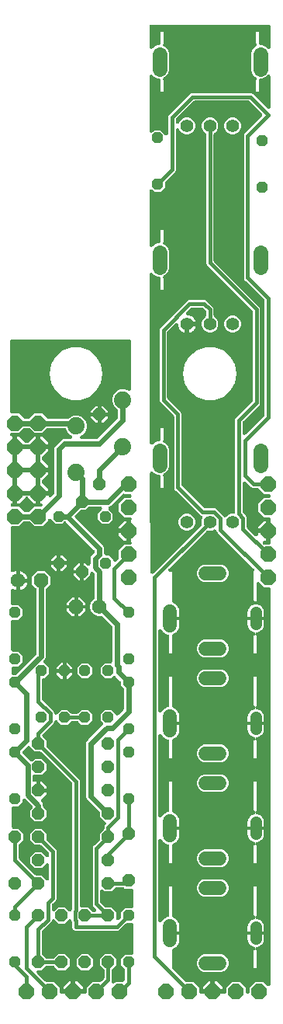
<source format=gbr>
G04 EAGLE Gerber RS-274X export*
G75*
%MOMM*%
%FSLAX34Y34*%
%LPD*%
%INTop Copper*%
%IPPOS*%
%AMOC8*
5,1,8,0,0,1.08239X$1,22.5*%
G01*
%ADD10P,1.307527X8X112.500000*%
%ADD11P,1.307527X8X292.500000*%
%ADD12C,1.879600*%
%ADD13P,1.429621X8X292.500000*%
%ADD14P,1.704548X8X202.500000*%
%ADD15C,1.574800*%
%ADD16P,1.704548X8X22.500000*%
%ADD17P,1.814519X8X292.500000*%
%ADD18P,1.814519X8X202.500000*%
%ADD19P,1.814519X8X22.500000*%
%ADD20P,1.429621X8X112.500000*%
%ADD21C,1.524000*%
%ADD22C,1.270000*%
%ADD23P,1.429621X8X202.500000*%
%ADD24C,1.422400*%
%ADD25C,1.600000*%
%ADD26P,1.814519X8X112.500000*%
%ADD27P,1.099708X8X22.500000*%
%ADD28C,0.609600*%
%ADD29C,0.406400*%

G36*
X75710Y10163D02*
X75710Y10163D01*
X75727Y10161D01*
X75910Y10182D01*
X76092Y10201D01*
X76109Y10206D01*
X76127Y10208D01*
X76205Y10233D01*
X76342Y10194D01*
X76360Y10192D01*
X76377Y10188D01*
X76708Y10161D01*
X89154Y10161D01*
X89172Y10163D01*
X89190Y10161D01*
X89372Y10182D01*
X89555Y10201D01*
X89572Y10206D01*
X89589Y10208D01*
X89764Y10265D01*
X89940Y10319D01*
X89955Y10327D01*
X89972Y10333D01*
X90132Y10423D01*
X90294Y10511D01*
X90307Y10522D01*
X90323Y10531D01*
X90462Y10651D01*
X90603Y10768D01*
X90614Y10782D01*
X90628Y10794D01*
X90740Y10939D01*
X90855Y11082D01*
X90863Y11098D01*
X90874Y11112D01*
X90956Y11277D01*
X91041Y11439D01*
X91046Y11456D01*
X91054Y11472D01*
X91101Y11651D01*
X91152Y11826D01*
X91154Y11844D01*
X91158Y11861D01*
X91185Y12192D01*
X91185Y17014D01*
X97286Y23115D01*
X105914Y23115D01*
X112015Y17014D01*
X112015Y12192D01*
X112017Y12174D01*
X112015Y12156D01*
X112036Y11974D01*
X112055Y11791D01*
X112060Y11774D01*
X112062Y11757D01*
X112119Y11582D01*
X112173Y11406D01*
X112181Y11391D01*
X112187Y11374D01*
X112277Y11214D01*
X112365Y11052D01*
X112376Y11039D01*
X112385Y11023D01*
X112505Y10884D01*
X112622Y10743D01*
X112636Y10732D01*
X112648Y10718D01*
X112793Y10606D01*
X112936Y10491D01*
X112952Y10483D01*
X112966Y10472D01*
X113131Y10390D01*
X113293Y10305D01*
X113310Y10300D01*
X113326Y10292D01*
X113505Y10245D01*
X113680Y10194D01*
X113698Y10192D01*
X113715Y10188D01*
X114046Y10161D01*
X114554Y10161D01*
X114572Y10163D01*
X114590Y10161D01*
X114772Y10182D01*
X114955Y10201D01*
X114972Y10206D01*
X114989Y10208D01*
X115164Y10265D01*
X115340Y10319D01*
X115355Y10327D01*
X115372Y10333D01*
X115532Y10423D01*
X115694Y10511D01*
X115707Y10522D01*
X115723Y10531D01*
X115862Y10651D01*
X116003Y10768D01*
X116014Y10782D01*
X116028Y10794D01*
X116140Y10939D01*
X116255Y11082D01*
X116263Y11098D01*
X116274Y11112D01*
X116356Y11277D01*
X116441Y11439D01*
X116446Y11456D01*
X116454Y11472D01*
X116501Y11651D01*
X116552Y11826D01*
X116554Y11844D01*
X116558Y11861D01*
X116585Y12192D01*
X116585Y17014D01*
X122686Y23115D01*
X131314Y23115D01*
X135597Y18832D01*
X135604Y18826D01*
X135609Y18819D01*
X135759Y18699D01*
X135908Y18577D01*
X135916Y18573D01*
X135923Y18567D01*
X136093Y18479D01*
X136264Y18388D01*
X136273Y18386D01*
X136280Y18382D01*
X136465Y18328D01*
X136650Y18273D01*
X136659Y18273D01*
X136667Y18270D01*
X136859Y18255D01*
X137051Y18237D01*
X137060Y18238D01*
X137069Y18237D01*
X137258Y18259D01*
X137451Y18280D01*
X137460Y18283D01*
X137468Y18284D01*
X137650Y18344D01*
X137835Y18402D01*
X137843Y18406D01*
X137851Y18409D01*
X138020Y18504D01*
X138187Y18597D01*
X138194Y18603D01*
X138202Y18607D01*
X138348Y18733D01*
X138494Y18857D01*
X138500Y18864D01*
X138507Y18870D01*
X138624Y19022D01*
X138744Y19173D01*
X138748Y19181D01*
X138753Y19188D01*
X138839Y19360D01*
X138926Y19532D01*
X138929Y19541D01*
X138933Y19549D01*
X138983Y19735D01*
X139034Y19920D01*
X139035Y19929D01*
X139037Y19938D01*
X139064Y20268D01*
X139064Y451104D01*
X139062Y451122D01*
X139064Y451140D01*
X139043Y451322D01*
X139024Y451505D01*
X139019Y451522D01*
X139017Y451539D01*
X138960Y451714D01*
X138906Y451890D01*
X138898Y451905D01*
X138892Y451922D01*
X138802Y452082D01*
X138714Y452244D01*
X138703Y452257D01*
X138694Y452273D01*
X138574Y452412D01*
X138457Y452553D01*
X138443Y452564D01*
X138431Y452578D01*
X138286Y452690D01*
X138143Y452805D01*
X138127Y452813D01*
X138113Y452824D01*
X137948Y452906D01*
X137786Y452991D01*
X137769Y452996D01*
X137753Y453004D01*
X137574Y453051D01*
X137399Y453102D01*
X137381Y453104D01*
X137364Y453108D01*
X137033Y453135D01*
X132211Y453135D01*
X127293Y458053D01*
X127286Y458059D01*
X127281Y458066D01*
X127131Y458186D01*
X126982Y458308D01*
X126974Y458312D01*
X126967Y458318D01*
X126797Y458406D01*
X126626Y458497D01*
X126617Y458499D01*
X126610Y458503D01*
X126425Y458557D01*
X126240Y458612D01*
X126231Y458612D01*
X126223Y458615D01*
X126031Y458630D01*
X125839Y458648D01*
X125830Y458647D01*
X125821Y458648D01*
X125632Y458626D01*
X125439Y458605D01*
X125430Y458602D01*
X125422Y458601D01*
X125240Y458541D01*
X125055Y458483D01*
X125047Y458479D01*
X125039Y458476D01*
X124870Y458381D01*
X124703Y458288D01*
X124696Y458282D01*
X124688Y458278D01*
X124542Y458152D01*
X124396Y458028D01*
X124390Y458021D01*
X124383Y458015D01*
X124266Y457863D01*
X124146Y457712D01*
X124142Y457704D01*
X124137Y457697D01*
X124051Y457525D01*
X123964Y457353D01*
X123961Y457344D01*
X123957Y457336D01*
X123907Y457150D01*
X123856Y456965D01*
X123855Y456956D01*
X123853Y456947D01*
X123826Y456617D01*
X123826Y438150D01*
X123367Y437691D01*
X123334Y437651D01*
X123296Y437617D01*
X123207Y437495D01*
X123112Y437379D01*
X123088Y437334D01*
X123057Y437293D01*
X122993Y437156D01*
X122923Y437023D01*
X122908Y436974D01*
X122887Y436928D01*
X122851Y436782D01*
X122808Y436637D01*
X122803Y436586D01*
X122791Y436537D01*
X122785Y436387D01*
X122772Y436236D01*
X122777Y436186D01*
X122775Y436135D01*
X122799Y435986D01*
X122815Y435836D01*
X122831Y435787D01*
X122839Y435737D01*
X122891Y435596D01*
X122937Y435452D01*
X122961Y435408D01*
X122979Y435360D01*
X123059Y435232D01*
X123131Y435100D01*
X123165Y435061D01*
X123192Y435018D01*
X123294Y434908D01*
X123392Y434793D01*
X123432Y434761D01*
X123467Y434724D01*
X123590Y434637D01*
X123708Y434543D01*
X123754Y434520D01*
X123795Y434491D01*
X123932Y434429D01*
X124067Y434361D01*
X124116Y434347D01*
X124163Y434326D01*
X124387Y434272D01*
X124455Y434253D01*
X124469Y434252D01*
X124485Y434248D01*
X125282Y434122D01*
X126613Y433689D01*
X127860Y433054D01*
X128992Y432232D01*
X129982Y431242D01*
X130804Y430110D01*
X131439Y428863D01*
X131872Y427532D01*
X132091Y426150D01*
X132091Y421131D01*
X123200Y421131D01*
X114309Y421131D01*
X114309Y426150D01*
X114528Y427532D01*
X114961Y428863D01*
X115596Y430110D01*
X116418Y431242D01*
X117408Y432232D01*
X118540Y433054D01*
X119787Y433689D01*
X121131Y434126D01*
X121138Y434127D01*
X121290Y434173D01*
X121444Y434214D01*
X121482Y434232D01*
X121523Y434245D01*
X121663Y434321D01*
X121806Y434391D01*
X121839Y434416D01*
X121877Y434437D01*
X121999Y434538D01*
X122125Y434635D01*
X122153Y434667D01*
X122186Y434694D01*
X122286Y434818D01*
X122391Y434938D01*
X122412Y434975D01*
X122438Y435008D01*
X122512Y435149D01*
X122591Y435287D01*
X122604Y435328D01*
X122624Y435365D01*
X122668Y435518D01*
X122718Y435669D01*
X122723Y435711D01*
X122735Y435752D01*
X122748Y435911D01*
X122768Y436069D01*
X122765Y436111D01*
X122768Y436154D01*
X122749Y436312D01*
X122737Y436470D01*
X122726Y436511D01*
X122721Y436553D01*
X122672Y436705D01*
X122629Y436858D01*
X122609Y436896D01*
X122596Y436936D01*
X122518Y437075D01*
X122446Y437217D01*
X122419Y437250D01*
X122398Y437287D01*
X122294Y437407D01*
X122195Y437532D01*
X122163Y437559D01*
X122135Y437592D01*
X122010Y437689D01*
X121888Y437792D01*
X121851Y437812D01*
X121817Y437838D01*
X121675Y437909D01*
X121535Y437986D01*
X121495Y437999D01*
X121457Y438018D01*
X121303Y438059D01*
X121151Y438107D01*
X121109Y438111D01*
X121068Y438122D01*
X120795Y438145D01*
X120751Y438149D01*
X120744Y438149D01*
X120737Y438149D01*
X120650Y438149D01*
X120649Y438150D01*
X120649Y469900D01*
X121101Y470353D01*
X121113Y470366D01*
X121126Y470378D01*
X121240Y470522D01*
X121357Y470664D01*
X121365Y470680D01*
X121376Y470694D01*
X121460Y470858D01*
X121545Y471020D01*
X121550Y471037D01*
X121558Y471053D01*
X121608Y471230D01*
X121660Y471406D01*
X121662Y471423D01*
X121666Y471441D01*
X121680Y471624D01*
X121696Y471807D01*
X121694Y471824D01*
X121696Y471842D01*
X121673Y472024D01*
X121653Y472207D01*
X121648Y472224D01*
X121645Y472242D01*
X121587Y472415D01*
X121531Y472591D01*
X121523Y472606D01*
X121517Y472623D01*
X121425Y472783D01*
X121337Y472943D01*
X121325Y472957D01*
X121316Y472972D01*
X121101Y473225D01*
X82184Y512142D01*
X80755Y513572D01*
X80257Y514774D01*
X80249Y514789D01*
X80243Y514807D01*
X80154Y514967D01*
X80067Y515129D01*
X80055Y515143D01*
X80047Y515158D01*
X79928Y515297D01*
X79810Y515439D01*
X79797Y515450D01*
X79785Y515464D01*
X79641Y515577D01*
X79498Y515693D01*
X79482Y515701D01*
X79468Y515712D01*
X79304Y515794D01*
X79141Y515880D01*
X79124Y515885D01*
X79108Y515893D01*
X78932Y515941D01*
X78755Y515993D01*
X78737Y515994D01*
X78720Y515999D01*
X78536Y516012D01*
X78354Y516028D01*
X78336Y516026D01*
X78318Y516027D01*
X78135Y516003D01*
X77954Y515982D01*
X77937Y515977D01*
X77919Y515975D01*
X77603Y515873D01*
X74844Y514730D01*
X71157Y514730D01*
X71130Y514738D01*
X70959Y514789D01*
X70937Y514791D01*
X70915Y514797D01*
X70736Y514811D01*
X70558Y514827D01*
X70536Y514825D01*
X70514Y514827D01*
X70336Y514804D01*
X70158Y514786D01*
X70137Y514779D01*
X70115Y514776D01*
X69945Y514719D01*
X69774Y514666D01*
X69754Y514655D01*
X69733Y514648D01*
X69577Y514558D01*
X69420Y514473D01*
X69403Y514458D01*
X69384Y514447D01*
X69131Y514233D01*
X28267Y473368D01*
X28261Y473361D01*
X28254Y473356D01*
X28134Y473206D01*
X28012Y473057D01*
X28007Y473049D01*
X28002Y473042D01*
X27913Y472871D01*
X27823Y472701D01*
X27820Y472693D01*
X27816Y472685D01*
X27763Y472499D01*
X27708Y472315D01*
X27707Y472306D01*
X27705Y472298D01*
X27689Y472106D01*
X27672Y471914D01*
X27673Y471905D01*
X27672Y471896D01*
X27694Y471707D01*
X27715Y471514D01*
X27718Y471505D01*
X27719Y471497D01*
X27778Y471315D01*
X27837Y471130D01*
X27841Y471122D01*
X27844Y471114D01*
X27939Y470945D01*
X28032Y470778D01*
X28037Y470771D01*
X28042Y470763D01*
X28168Y470617D01*
X28292Y470471D01*
X28299Y470465D01*
X28305Y470458D01*
X28456Y470341D01*
X28608Y470221D01*
X28616Y470217D01*
X28623Y470212D01*
X28795Y470126D01*
X28967Y470039D01*
X28975Y470036D01*
X28983Y470032D01*
X29170Y469982D01*
X29355Y469931D01*
X29364Y469930D01*
X29372Y469928D01*
X29703Y469901D01*
X31750Y469901D01*
X31751Y469900D01*
X31751Y438051D01*
X31761Y437949D01*
X31761Y437847D01*
X31781Y437749D01*
X31791Y437650D01*
X31821Y437552D01*
X31841Y437452D01*
X31880Y437360D01*
X31909Y437265D01*
X31957Y437175D01*
X31997Y437081D01*
X32053Y436999D01*
X32101Y436911D01*
X32166Y436833D01*
X32223Y436748D01*
X32295Y436678D01*
X32358Y436602D01*
X32438Y436538D01*
X32511Y436466D01*
X32594Y436412D01*
X32672Y436349D01*
X32763Y436302D01*
X32848Y436247D01*
X32960Y436200D01*
X33029Y436164D01*
X33068Y436153D01*
X34525Y435410D01*
X35819Y434470D01*
X36950Y433339D01*
X37890Y432045D01*
X38616Y430620D01*
X39111Y429099D01*
X39361Y427520D01*
X39361Y421131D01*
X29200Y421131D01*
X29183Y421130D01*
X29165Y421131D01*
X28982Y421110D01*
X28800Y421091D01*
X28783Y421086D01*
X28765Y421084D01*
X28590Y421027D01*
X28415Y420973D01*
X28399Y420965D01*
X28382Y420959D01*
X28222Y420869D01*
X28061Y420782D01*
X28047Y420770D01*
X28032Y420761D01*
X27892Y420641D01*
X27752Y420524D01*
X27740Y420510D01*
X27727Y420498D01*
X27614Y420353D01*
X27499Y420210D01*
X27491Y420194D01*
X27480Y420180D01*
X27398Y420015D01*
X27314Y419853D01*
X27309Y419836D01*
X27301Y419820D01*
X27253Y419642D01*
X27202Y419466D01*
X27201Y419448D01*
X27196Y419431D01*
X27169Y419100D01*
X27171Y419082D01*
X27169Y419065D01*
X27169Y419064D01*
X27191Y418882D01*
X27209Y418699D01*
X27214Y418682D01*
X27216Y418664D01*
X27273Y418490D01*
X27327Y418314D01*
X27336Y418299D01*
X27341Y418282D01*
X27432Y418121D01*
X27519Y417960D01*
X27530Y417947D01*
X27539Y417931D01*
X27659Y417792D01*
X27777Y417651D01*
X27791Y417640D01*
X27802Y417626D01*
X27947Y417514D01*
X28090Y417399D01*
X28106Y417390D01*
X28120Y417380D01*
X28285Y417298D01*
X28448Y417213D01*
X28465Y417208D01*
X28481Y417200D01*
X28659Y417152D01*
X28835Y417102D01*
X28852Y417100D01*
X28870Y417096D01*
X29200Y417069D01*
X39361Y417069D01*
X39361Y410680D01*
X39111Y409101D01*
X38616Y407580D01*
X37890Y406155D01*
X36950Y404861D01*
X35819Y403730D01*
X34525Y402790D01*
X33058Y402042D01*
X33031Y402034D01*
X33016Y402026D01*
X32964Y402009D01*
X32877Y401960D01*
X32786Y401920D01*
X32702Y401861D01*
X32613Y401811D01*
X32538Y401745D01*
X32456Y401688D01*
X32386Y401614D01*
X32308Y401547D01*
X32247Y401469D01*
X32179Y401397D01*
X32124Y401310D01*
X32062Y401229D01*
X32017Y401140D01*
X31964Y401056D01*
X31928Y400960D01*
X31882Y400869D01*
X31857Y400773D01*
X31821Y400679D01*
X31804Y400579D01*
X31778Y400480D01*
X31768Y400360D01*
X31755Y400282D01*
X31757Y400226D01*
X31751Y400149D01*
X31751Y381000D01*
X31750Y380999D01*
X28575Y380999D01*
X28574Y381000D01*
X28574Y399557D01*
X28568Y399617D01*
X28571Y399677D01*
X28548Y399817D01*
X28534Y399958D01*
X28517Y400015D01*
X28507Y400074D01*
X28458Y400207D01*
X28416Y400342D01*
X28388Y400395D01*
X28367Y400452D01*
X28292Y400572D01*
X28224Y400696D01*
X28186Y400743D01*
X28154Y400794D01*
X28057Y400897D01*
X27967Y401006D01*
X27920Y401043D01*
X27879Y401087D01*
X27763Y401169D01*
X27653Y401258D01*
X27600Y401286D01*
X27551Y401321D01*
X27421Y401378D01*
X27296Y401444D01*
X27238Y401460D01*
X27183Y401485D01*
X26987Y401532D01*
X26909Y401555D01*
X26887Y401557D01*
X26861Y401563D01*
X26821Y401570D01*
X25300Y402064D01*
X23875Y402790D01*
X22581Y403730D01*
X21450Y404861D01*
X20439Y406252D01*
X20327Y406377D01*
X20220Y406507D01*
X20194Y406527D01*
X20172Y406552D01*
X20037Y406653D01*
X19906Y406759D01*
X19876Y406774D01*
X19850Y406794D01*
X19698Y406867D01*
X19549Y406944D01*
X19517Y406954D01*
X19487Y406968D01*
X19323Y407009D01*
X19162Y407056D01*
X19128Y407058D01*
X19096Y407067D01*
X18928Y407075D01*
X18760Y407089D01*
X18727Y407085D01*
X18694Y407086D01*
X18528Y407061D01*
X18361Y407042D01*
X18329Y407031D01*
X18296Y407026D01*
X18138Y406969D01*
X17978Y406917D01*
X17949Y406900D01*
X17917Y406889D01*
X17774Y406802D01*
X17627Y406719D01*
X17602Y406697D01*
X17573Y406680D01*
X17450Y406566D01*
X17322Y406456D01*
X17302Y406430D01*
X17278Y406407D01*
X17179Y406270D01*
X17076Y406138D01*
X17061Y406108D01*
X17041Y406081D01*
X16971Y405928D01*
X16896Y405777D01*
X16888Y405745D01*
X16874Y405715D01*
X16836Y405551D01*
X16792Y405388D01*
X16789Y405351D01*
X16782Y405323D01*
X16779Y405237D01*
X16765Y405058D01*
X16765Y318842D01*
X16781Y318675D01*
X16793Y318507D01*
X16801Y318475D01*
X16805Y318442D01*
X16854Y318281D01*
X16898Y318118D01*
X16913Y318089D01*
X16923Y318057D01*
X17003Y317909D01*
X17078Y317758D01*
X17099Y317732D01*
X17115Y317703D01*
X17222Y317574D01*
X17326Y317441D01*
X17351Y317419D01*
X17372Y317393D01*
X17504Y317288D01*
X17631Y317178D01*
X17660Y317162D01*
X17686Y317141D01*
X17835Y317064D01*
X17982Y316981D01*
X18014Y316971D01*
X18043Y316956D01*
X18205Y316909D01*
X18365Y316857D01*
X18398Y316853D01*
X18430Y316844D01*
X18598Y316830D01*
X18765Y316811D01*
X18798Y316814D01*
X18832Y316811D01*
X18999Y316831D01*
X19166Y316845D01*
X19198Y316854D01*
X19231Y316858D01*
X19391Y316910D01*
X19553Y316957D01*
X19582Y316973D01*
X19614Y316983D01*
X19761Y317066D01*
X19910Y317144D01*
X19936Y317165D01*
X19965Y317181D01*
X20092Y317291D01*
X20223Y317397D01*
X20247Y317425D01*
X20269Y317444D01*
X20322Y317512D01*
X20439Y317648D01*
X21450Y319039D01*
X22581Y320170D01*
X23875Y321110D01*
X25300Y321836D01*
X26821Y322330D01*
X26861Y322337D01*
X26919Y322352D01*
X26978Y322359D01*
X27113Y322403D01*
X27250Y322439D01*
X27304Y322465D01*
X27361Y322484D01*
X27485Y322554D01*
X27612Y322616D01*
X27659Y322652D01*
X27712Y322682D01*
X27819Y322774D01*
X27931Y322860D01*
X27971Y322906D01*
X28017Y322945D01*
X28103Y323057D01*
X28197Y323163D01*
X28226Y323216D01*
X28263Y323263D01*
X28326Y323390D01*
X28397Y323513D01*
X28416Y323570D01*
X28443Y323624D01*
X28479Y323761D01*
X28524Y323895D01*
X28532Y323954D01*
X28547Y324012D01*
X28564Y324213D01*
X28574Y324294D01*
X28572Y324316D01*
X28574Y324343D01*
X28574Y355600D01*
X28575Y355601D01*
X31750Y355601D01*
X31751Y355600D01*
X31751Y323751D01*
X31761Y323649D01*
X31761Y323547D01*
X31781Y323449D01*
X31791Y323350D01*
X31821Y323252D01*
X31841Y323152D01*
X31880Y323060D01*
X31909Y322965D01*
X31957Y322875D01*
X31997Y322781D01*
X32053Y322699D01*
X32101Y322611D01*
X32166Y322533D01*
X32223Y322448D01*
X32295Y322378D01*
X32358Y322302D01*
X32438Y322238D01*
X32511Y322166D01*
X32594Y322112D01*
X32672Y322049D01*
X32763Y322002D01*
X32848Y321947D01*
X32960Y321900D01*
X33029Y321864D01*
X33068Y321853D01*
X34525Y321110D01*
X35819Y320170D01*
X36950Y319039D01*
X37890Y317745D01*
X38616Y316320D01*
X39111Y314799D01*
X39361Y313220D01*
X39361Y306831D01*
X29200Y306831D01*
X29183Y306830D01*
X29165Y306831D01*
X28982Y306810D01*
X28800Y306791D01*
X28783Y306786D01*
X28765Y306784D01*
X28590Y306727D01*
X28415Y306673D01*
X28399Y306665D01*
X28382Y306659D01*
X28222Y306569D01*
X28061Y306482D01*
X28047Y306470D01*
X28032Y306461D01*
X27892Y306341D01*
X27752Y306224D01*
X27740Y306210D01*
X27727Y306198D01*
X27614Y306053D01*
X27499Y305910D01*
X27491Y305894D01*
X27480Y305880D01*
X27398Y305715D01*
X27314Y305553D01*
X27309Y305536D01*
X27301Y305520D01*
X27253Y305342D01*
X27202Y305166D01*
X27201Y305148D01*
X27196Y305131D01*
X27169Y304800D01*
X27171Y304782D01*
X27169Y304765D01*
X27169Y304764D01*
X27191Y304582D01*
X27209Y304399D01*
X27214Y304382D01*
X27216Y304364D01*
X27273Y304190D01*
X27327Y304014D01*
X27336Y303999D01*
X27341Y303982D01*
X27432Y303821D01*
X27519Y303660D01*
X27530Y303647D01*
X27539Y303631D01*
X27659Y303492D01*
X27777Y303351D01*
X27791Y303340D01*
X27802Y303326D01*
X27947Y303214D01*
X28090Y303099D01*
X28106Y303090D01*
X28120Y303080D01*
X28285Y302998D01*
X28448Y302913D01*
X28465Y302908D01*
X28481Y302900D01*
X28659Y302852D01*
X28835Y302802D01*
X28852Y302800D01*
X28870Y302796D01*
X29200Y302769D01*
X39361Y302769D01*
X39361Y296380D01*
X39111Y294801D01*
X38616Y293280D01*
X37890Y291855D01*
X36950Y290561D01*
X35819Y289430D01*
X34525Y288490D01*
X33043Y287734D01*
X32964Y287709D01*
X32877Y287660D01*
X32786Y287620D01*
X32702Y287561D01*
X32613Y287511D01*
X32538Y287445D01*
X32456Y287388D01*
X32386Y287314D01*
X32308Y287247D01*
X32247Y287169D01*
X32179Y287097D01*
X32124Y287010D01*
X32062Y286929D01*
X32017Y286840D01*
X31964Y286756D01*
X31928Y286660D01*
X31882Y286569D01*
X31857Y286473D01*
X31821Y286379D01*
X31804Y286279D01*
X31778Y286180D01*
X31768Y286060D01*
X31755Y285982D01*
X31757Y285926D01*
X31751Y285849D01*
X31751Y266700D01*
X31750Y266699D01*
X28575Y266699D01*
X28574Y266700D01*
X28574Y285257D01*
X28568Y285317D01*
X28571Y285377D01*
X28548Y285517D01*
X28534Y285658D01*
X28517Y285715D01*
X28507Y285774D01*
X28458Y285907D01*
X28416Y286042D01*
X28388Y286095D01*
X28367Y286152D01*
X28292Y286272D01*
X28224Y286396D01*
X28186Y286443D01*
X28154Y286494D01*
X28057Y286597D01*
X27967Y286706D01*
X27920Y286743D01*
X27879Y286787D01*
X27763Y286869D01*
X27653Y286958D01*
X27600Y286986D01*
X27551Y287021D01*
X27421Y287078D01*
X27296Y287144D01*
X27238Y287160D01*
X27183Y287185D01*
X26987Y287232D01*
X26909Y287255D01*
X26887Y287257D01*
X26861Y287263D01*
X26821Y287270D01*
X25300Y287764D01*
X23875Y288490D01*
X22581Y289430D01*
X21450Y290561D01*
X20439Y291952D01*
X20327Y292077D01*
X20220Y292207D01*
X20194Y292227D01*
X20172Y292252D01*
X20037Y292353D01*
X19906Y292459D01*
X19876Y292474D01*
X19850Y292494D01*
X19698Y292567D01*
X19549Y292644D01*
X19517Y292654D01*
X19487Y292668D01*
X19323Y292709D01*
X19162Y292756D01*
X19128Y292758D01*
X19096Y292767D01*
X18928Y292775D01*
X18760Y292789D01*
X18727Y292785D01*
X18694Y292786D01*
X18528Y292761D01*
X18361Y292742D01*
X18329Y292731D01*
X18296Y292726D01*
X18138Y292669D01*
X17978Y292617D01*
X17949Y292600D01*
X17917Y292589D01*
X17774Y292502D01*
X17627Y292419D01*
X17602Y292397D01*
X17573Y292380D01*
X17450Y292266D01*
X17322Y292156D01*
X17302Y292130D01*
X17278Y292107D01*
X17179Y291970D01*
X17076Y291838D01*
X17061Y291808D01*
X17041Y291781D01*
X16971Y291628D01*
X16896Y291477D01*
X16888Y291445D01*
X16874Y291415D01*
X16836Y291251D01*
X16792Y291088D01*
X16789Y291051D01*
X16782Y291023D01*
X16779Y290937D01*
X16765Y290758D01*
X16765Y204542D01*
X16781Y204375D01*
X16793Y204207D01*
X16801Y204175D01*
X16805Y204142D01*
X16854Y203981D01*
X16898Y203818D01*
X16913Y203789D01*
X16923Y203757D01*
X17003Y203609D01*
X17078Y203458D01*
X17099Y203432D01*
X17115Y203403D01*
X17222Y203274D01*
X17326Y203141D01*
X17351Y203119D01*
X17372Y203093D01*
X17504Y202988D01*
X17631Y202878D01*
X17660Y202862D01*
X17686Y202841D01*
X17835Y202764D01*
X17982Y202681D01*
X18014Y202671D01*
X18043Y202656D01*
X18205Y202609D01*
X18365Y202557D01*
X18398Y202553D01*
X18430Y202544D01*
X18598Y202530D01*
X18765Y202511D01*
X18798Y202514D01*
X18832Y202511D01*
X18999Y202531D01*
X19166Y202545D01*
X19198Y202554D01*
X19231Y202558D01*
X19391Y202610D01*
X19553Y202657D01*
X19582Y202673D01*
X19614Y202683D01*
X19761Y202766D01*
X19910Y202844D01*
X19936Y202865D01*
X19965Y202881D01*
X20092Y202991D01*
X20223Y203097D01*
X20247Y203125D01*
X20269Y203144D01*
X20322Y203212D01*
X20439Y203348D01*
X21450Y204739D01*
X22581Y205870D01*
X23875Y206810D01*
X25300Y207536D01*
X26821Y208030D01*
X26861Y208037D01*
X26919Y208052D01*
X26978Y208059D01*
X27113Y208103D01*
X27250Y208139D01*
X27304Y208165D01*
X27361Y208184D01*
X27485Y208254D01*
X27612Y208316D01*
X27659Y208352D01*
X27712Y208382D01*
X27819Y208474D01*
X27931Y208560D01*
X27971Y208606D01*
X28017Y208645D01*
X28103Y208757D01*
X28197Y208863D01*
X28226Y208916D01*
X28263Y208963D01*
X28326Y209090D01*
X28397Y209213D01*
X28416Y209270D01*
X28443Y209324D01*
X28479Y209461D01*
X28524Y209595D01*
X28532Y209654D01*
X28547Y209712D01*
X28564Y209913D01*
X28574Y209994D01*
X28572Y210016D01*
X28574Y210043D01*
X28574Y241300D01*
X28575Y241301D01*
X31750Y241301D01*
X31751Y241300D01*
X31751Y209451D01*
X31761Y209349D01*
X31761Y209247D01*
X31781Y209149D01*
X31791Y209050D01*
X31821Y208952D01*
X31841Y208852D01*
X31880Y208760D01*
X31909Y208665D01*
X31957Y208575D01*
X31997Y208481D01*
X32053Y208399D01*
X32101Y208311D01*
X32166Y208233D01*
X32223Y208148D01*
X32295Y208078D01*
X32358Y208002D01*
X32438Y207938D01*
X32511Y207866D01*
X32594Y207812D01*
X32672Y207749D01*
X32763Y207702D01*
X32848Y207647D01*
X32960Y207600D01*
X33029Y207564D01*
X33068Y207553D01*
X34525Y206810D01*
X35819Y205870D01*
X36950Y204739D01*
X37890Y203445D01*
X38616Y202020D01*
X39111Y200499D01*
X39361Y198920D01*
X39361Y192531D01*
X29200Y192531D01*
X29183Y192530D01*
X29165Y192531D01*
X28982Y192510D01*
X28800Y192491D01*
X28783Y192486D01*
X28765Y192484D01*
X28590Y192427D01*
X28415Y192373D01*
X28399Y192365D01*
X28382Y192359D01*
X28222Y192269D01*
X28061Y192182D01*
X28047Y192170D01*
X28032Y192161D01*
X27892Y192041D01*
X27752Y191924D01*
X27740Y191910D01*
X27727Y191898D01*
X27614Y191753D01*
X27499Y191610D01*
X27491Y191594D01*
X27480Y191580D01*
X27398Y191415D01*
X27314Y191253D01*
X27309Y191236D01*
X27301Y191220D01*
X27253Y191042D01*
X27202Y190866D01*
X27201Y190848D01*
X27196Y190831D01*
X27169Y190500D01*
X27171Y190482D01*
X27169Y190465D01*
X27169Y190464D01*
X27191Y190282D01*
X27209Y190099D01*
X27214Y190082D01*
X27216Y190064D01*
X27273Y189890D01*
X27327Y189714D01*
X27336Y189699D01*
X27341Y189682D01*
X27432Y189521D01*
X27519Y189360D01*
X27530Y189347D01*
X27539Y189331D01*
X27659Y189192D01*
X27777Y189051D01*
X27791Y189040D01*
X27802Y189026D01*
X27947Y188914D01*
X28090Y188799D01*
X28106Y188790D01*
X28120Y188780D01*
X28285Y188698D01*
X28448Y188613D01*
X28465Y188608D01*
X28481Y188600D01*
X28659Y188552D01*
X28835Y188502D01*
X28852Y188500D01*
X28870Y188496D01*
X29200Y188469D01*
X39361Y188469D01*
X39361Y182080D01*
X39111Y180501D01*
X38616Y178980D01*
X37890Y177555D01*
X36950Y176261D01*
X35819Y175130D01*
X34525Y174190D01*
X33043Y173434D01*
X32964Y173409D01*
X32877Y173360D01*
X32786Y173320D01*
X32702Y173261D01*
X32613Y173211D01*
X32538Y173145D01*
X32456Y173088D01*
X32386Y173014D01*
X32308Y172947D01*
X32247Y172869D01*
X32179Y172797D01*
X32124Y172710D01*
X32062Y172629D01*
X32017Y172540D01*
X31964Y172456D01*
X31928Y172360D01*
X31882Y172269D01*
X31857Y172173D01*
X31821Y172079D01*
X31804Y171979D01*
X31778Y171880D01*
X31768Y171760D01*
X31755Y171682D01*
X31757Y171626D01*
X31751Y171549D01*
X31751Y152400D01*
X31750Y152399D01*
X28575Y152399D01*
X28574Y152400D01*
X28574Y170957D01*
X28568Y171017D01*
X28571Y171077D01*
X28548Y171217D01*
X28534Y171358D01*
X28517Y171415D01*
X28507Y171474D01*
X28458Y171607D01*
X28416Y171742D01*
X28388Y171795D01*
X28367Y171852D01*
X28292Y171972D01*
X28224Y172096D01*
X28186Y172143D01*
X28154Y172194D01*
X28057Y172297D01*
X27967Y172406D01*
X27920Y172443D01*
X27879Y172487D01*
X27763Y172569D01*
X27653Y172658D01*
X27600Y172686D01*
X27551Y172721D01*
X27421Y172778D01*
X27296Y172844D01*
X27238Y172860D01*
X27183Y172885D01*
X26987Y172932D01*
X26909Y172955D01*
X26887Y172957D01*
X26861Y172963D01*
X26821Y172970D01*
X25300Y173464D01*
X23875Y174190D01*
X22581Y175130D01*
X21450Y176261D01*
X20439Y177652D01*
X20327Y177777D01*
X20220Y177907D01*
X20194Y177927D01*
X20172Y177952D01*
X20037Y178053D01*
X19906Y178159D01*
X19876Y178174D01*
X19850Y178194D01*
X19698Y178267D01*
X19549Y178344D01*
X19517Y178354D01*
X19487Y178368D01*
X19323Y178409D01*
X19162Y178456D01*
X19128Y178458D01*
X19096Y178467D01*
X18928Y178475D01*
X18760Y178489D01*
X18727Y178485D01*
X18694Y178486D01*
X18528Y178461D01*
X18361Y178442D01*
X18329Y178431D01*
X18296Y178426D01*
X18138Y178369D01*
X17978Y178317D01*
X17949Y178300D01*
X17917Y178289D01*
X17774Y178202D01*
X17627Y178119D01*
X17602Y178097D01*
X17573Y178080D01*
X17450Y177966D01*
X17322Y177856D01*
X17302Y177830D01*
X17278Y177807D01*
X17179Y177670D01*
X17076Y177538D01*
X17061Y177508D01*
X17041Y177481D01*
X16971Y177328D01*
X16896Y177177D01*
X16888Y177145D01*
X16874Y177115D01*
X16836Y176951D01*
X16792Y176788D01*
X16789Y176751D01*
X16782Y176723D01*
X16779Y176637D01*
X16765Y176458D01*
X16765Y90242D01*
X16781Y90075D01*
X16793Y89907D01*
X16801Y89875D01*
X16805Y89842D01*
X16854Y89681D01*
X16898Y89518D01*
X16913Y89489D01*
X16923Y89457D01*
X17003Y89309D01*
X17078Y89158D01*
X17099Y89132D01*
X17115Y89103D01*
X17222Y88974D01*
X17326Y88841D01*
X17351Y88819D01*
X17372Y88793D01*
X17504Y88688D01*
X17631Y88578D01*
X17660Y88562D01*
X17686Y88541D01*
X17835Y88464D01*
X17982Y88381D01*
X18014Y88371D01*
X18043Y88356D01*
X18205Y88309D01*
X18365Y88257D01*
X18398Y88253D01*
X18430Y88244D01*
X18598Y88230D01*
X18765Y88211D01*
X18798Y88214D01*
X18832Y88211D01*
X18999Y88231D01*
X19166Y88245D01*
X19198Y88254D01*
X19231Y88258D01*
X19391Y88310D01*
X19553Y88357D01*
X19582Y88373D01*
X19614Y88383D01*
X19761Y88466D01*
X19910Y88544D01*
X19936Y88565D01*
X19965Y88581D01*
X20092Y88691D01*
X20223Y88797D01*
X20247Y88825D01*
X20269Y88844D01*
X20322Y88912D01*
X20439Y89048D01*
X21450Y90439D01*
X22581Y91570D01*
X23875Y92510D01*
X25300Y93236D01*
X26821Y93730D01*
X26861Y93737D01*
X26919Y93752D01*
X26978Y93759D01*
X27113Y93803D01*
X27250Y93839D01*
X27304Y93865D01*
X27361Y93884D01*
X27485Y93954D01*
X27612Y94016D01*
X27659Y94052D01*
X27712Y94082D01*
X27819Y94174D01*
X27931Y94260D01*
X27971Y94306D01*
X28017Y94345D01*
X28103Y94457D01*
X28197Y94563D01*
X28226Y94616D01*
X28263Y94663D01*
X28326Y94790D01*
X28397Y94913D01*
X28416Y94970D01*
X28443Y95024D01*
X28479Y95161D01*
X28524Y95295D01*
X28532Y95354D01*
X28547Y95412D01*
X28564Y95613D01*
X28574Y95694D01*
X28572Y95716D01*
X28574Y95743D01*
X28574Y127000D01*
X28575Y127001D01*
X31750Y127001D01*
X31751Y127000D01*
X31751Y95151D01*
X31761Y95049D01*
X31761Y94947D01*
X31781Y94849D01*
X31791Y94750D01*
X31821Y94652D01*
X31841Y94552D01*
X31880Y94460D01*
X31909Y94365D01*
X31957Y94275D01*
X31997Y94181D01*
X32053Y94099D01*
X32101Y94011D01*
X32166Y93933D01*
X32223Y93848D01*
X32295Y93778D01*
X32358Y93702D01*
X32438Y93638D01*
X32511Y93566D01*
X32594Y93512D01*
X32672Y93449D01*
X32763Y93402D01*
X32848Y93347D01*
X32960Y93300D01*
X33029Y93264D01*
X33068Y93253D01*
X34525Y92510D01*
X35819Y91570D01*
X36950Y90439D01*
X37890Y89145D01*
X38616Y87720D01*
X39111Y86199D01*
X39361Y84620D01*
X39361Y78231D01*
X29200Y78231D01*
X29183Y78230D01*
X29165Y78231D01*
X28982Y78210D01*
X28800Y78191D01*
X28783Y78186D01*
X28765Y78184D01*
X28590Y78127D01*
X28415Y78073D01*
X28399Y78065D01*
X28382Y78059D01*
X28222Y77969D01*
X28061Y77882D01*
X28047Y77870D01*
X28032Y77861D01*
X27892Y77741D01*
X27752Y77624D01*
X27740Y77610D01*
X27727Y77598D01*
X27614Y77453D01*
X27499Y77310D01*
X27491Y77294D01*
X27480Y77280D01*
X27398Y77115D01*
X27314Y76953D01*
X27309Y76936D01*
X27301Y76920D01*
X27253Y76742D01*
X27202Y76566D01*
X27201Y76548D01*
X27196Y76531D01*
X27169Y76200D01*
X27171Y76182D01*
X27169Y76165D01*
X27169Y76164D01*
X27191Y75982D01*
X27209Y75799D01*
X27214Y75782D01*
X27216Y75764D01*
X27273Y75590D01*
X27327Y75414D01*
X27336Y75399D01*
X27341Y75382D01*
X27432Y75221D01*
X27519Y75060D01*
X27530Y75047D01*
X27539Y75031D01*
X27659Y74892D01*
X27777Y74751D01*
X27791Y74740D01*
X27802Y74726D01*
X27947Y74614D01*
X28090Y74499D01*
X28106Y74490D01*
X28120Y74480D01*
X28285Y74398D01*
X28448Y74313D01*
X28465Y74308D01*
X28481Y74300D01*
X28659Y74252D01*
X28835Y74202D01*
X28852Y74200D01*
X28870Y74196D01*
X29200Y74169D01*
X39361Y74169D01*
X39361Y67780D01*
X39111Y66201D01*
X38616Y64680D01*
X37890Y63255D01*
X36950Y61961D01*
X35819Y60830D01*
X34525Y59890D01*
X33043Y59134D01*
X32964Y59109D01*
X32877Y59060D01*
X32786Y59020D01*
X32702Y58961D01*
X32613Y58911D01*
X32538Y58845D01*
X32456Y58788D01*
X32386Y58714D01*
X32308Y58647D01*
X32247Y58569D01*
X32179Y58497D01*
X32124Y58410D01*
X32062Y58329D01*
X32017Y58240D01*
X31964Y58156D01*
X31928Y58060D01*
X31882Y57969D01*
X31857Y57873D01*
X31821Y57779D01*
X31804Y57679D01*
X31778Y57580D01*
X31768Y57460D01*
X31755Y57382D01*
X31757Y57326D01*
X31751Y57249D01*
X31751Y38339D01*
X31753Y38312D01*
X31751Y38286D01*
X31773Y38112D01*
X31791Y37938D01*
X31798Y37913D01*
X31802Y37886D01*
X31858Y37720D01*
X31909Y37553D01*
X31922Y37530D01*
X31930Y37505D01*
X32017Y37353D01*
X32101Y37199D01*
X32118Y37179D01*
X32131Y37156D01*
X32346Y36903D01*
X45539Y23710D01*
X45559Y23693D01*
X45577Y23672D01*
X45715Y23565D01*
X45850Y23455D01*
X45874Y23442D01*
X45895Y23426D01*
X46052Y23348D01*
X46206Y23266D01*
X46231Y23258D01*
X46256Y23246D01*
X46425Y23201D01*
X46592Y23151D01*
X46618Y23149D01*
X46644Y23142D01*
X46975Y23115D01*
X55114Y23115D01*
X61215Y17014D01*
X61215Y12192D01*
X61217Y12174D01*
X61215Y12156D01*
X61236Y11974D01*
X61255Y11791D01*
X61260Y11774D01*
X61262Y11757D01*
X61319Y11582D01*
X61373Y11406D01*
X61381Y11391D01*
X61387Y11374D01*
X61477Y11214D01*
X61565Y11052D01*
X61576Y11039D01*
X61585Y11023D01*
X61705Y10884D01*
X61822Y10743D01*
X61836Y10732D01*
X61848Y10718D01*
X61993Y10606D01*
X62136Y10491D01*
X62152Y10483D01*
X62166Y10472D01*
X62331Y10390D01*
X62493Y10305D01*
X62510Y10300D01*
X62526Y10292D01*
X62705Y10245D01*
X62880Y10194D01*
X62898Y10192D01*
X62915Y10188D01*
X63246Y10161D01*
X75692Y10161D01*
X75710Y10163D01*
G37*
G36*
X10208Y467599D02*
X10208Y467599D01*
X10212Y467599D01*
X10408Y467624D01*
X10603Y467648D01*
X10607Y467649D01*
X10611Y467650D01*
X10798Y467712D01*
X10985Y467774D01*
X10989Y467776D01*
X10993Y467778D01*
X11163Y467876D01*
X11335Y467973D01*
X11338Y467976D01*
X11342Y467979D01*
X11595Y468193D01*
X63383Y519981D01*
X63397Y519998D01*
X63414Y520013D01*
X63524Y520154D01*
X63638Y520292D01*
X63648Y520312D01*
X63662Y520330D01*
X63743Y520490D01*
X63826Y520648D01*
X63833Y520669D01*
X63843Y520690D01*
X63890Y520863D01*
X63941Y521034D01*
X63943Y521056D01*
X63949Y521078D01*
X63961Y521256D01*
X63977Y521435D01*
X63975Y521457D01*
X63977Y521480D01*
X63953Y521656D01*
X63934Y521835D01*
X63927Y521857D01*
X63924Y521879D01*
X63880Y522016D01*
X63880Y525694D01*
X65023Y528453D01*
X65028Y528470D01*
X65036Y528486D01*
X65086Y528662D01*
X65140Y528839D01*
X65141Y528856D01*
X65146Y528873D01*
X65160Y529056D01*
X65178Y529239D01*
X65176Y529257D01*
X65177Y529275D01*
X65155Y529456D01*
X65136Y529640D01*
X65131Y529657D01*
X65129Y529675D01*
X65071Y529848D01*
X65016Y530024D01*
X65008Y530040D01*
X65002Y530057D01*
X64911Y530216D01*
X64823Y530377D01*
X64811Y530391D01*
X64803Y530407D01*
X64682Y530545D01*
X64564Y530685D01*
X64550Y530697D01*
X64538Y530710D01*
X64392Y530822D01*
X64249Y530936D01*
X64233Y530945D01*
X64219Y530956D01*
X63924Y531107D01*
X62722Y531605D01*
X61292Y533034D01*
X36083Y558243D01*
X36083Y558244D01*
X34654Y559673D01*
X34035Y561166D01*
X34035Y638825D01*
X34033Y638852D01*
X34035Y638878D01*
X34013Y639052D01*
X33995Y639226D01*
X33988Y639251D01*
X33984Y639278D01*
X33929Y639443D01*
X33877Y639610D01*
X33864Y639634D01*
X33856Y639659D01*
X33769Y639811D01*
X33685Y639965D01*
X33668Y639985D01*
X33655Y640008D01*
X33440Y640261D01*
X18779Y654923D01*
X18160Y656416D01*
X18160Y734234D01*
X18779Y735727D01*
X48498Y765446D01*
X49991Y766065D01*
X67484Y766065D01*
X68977Y765446D01*
X76471Y757952D01*
X77090Y756459D01*
X77090Y749347D01*
X77092Y749324D01*
X77090Y749302D01*
X77112Y749125D01*
X77130Y748946D01*
X77136Y748925D01*
X77139Y748903D01*
X77195Y748733D01*
X77248Y748561D01*
X77258Y748542D01*
X77265Y748520D01*
X77354Y748365D01*
X77440Y748207D01*
X77454Y748190D01*
X77465Y748171D01*
X77583Y748035D01*
X77697Y747898D01*
X77715Y747884D01*
X77729Y747867D01*
X77872Y747757D01*
X78011Y747646D01*
X78031Y747635D01*
X78049Y747622D01*
X78177Y747556D01*
X80778Y744955D01*
X82170Y741594D01*
X82170Y737956D01*
X80778Y734595D01*
X78205Y732022D01*
X74844Y730630D01*
X71206Y730630D01*
X67845Y732022D01*
X65272Y734595D01*
X63880Y737956D01*
X63880Y741594D01*
X65272Y744955D01*
X67880Y747562D01*
X67903Y747576D01*
X68061Y747660D01*
X68078Y747674D01*
X68098Y747685D01*
X68234Y747803D01*
X68372Y747917D01*
X68386Y747934D01*
X68403Y747949D01*
X68512Y748090D01*
X68625Y748229D01*
X68636Y748249D01*
X68649Y748267D01*
X68729Y748427D01*
X68812Y748586D01*
X68819Y748607D01*
X68829Y748627D01*
X68875Y748801D01*
X68925Y748972D01*
X68927Y748994D01*
X68933Y749016D01*
X68960Y749347D01*
X68960Y753125D01*
X68958Y753152D01*
X68960Y753178D01*
X68938Y753352D01*
X68920Y753526D01*
X68913Y753551D01*
X68909Y753578D01*
X68854Y753743D01*
X68802Y753910D01*
X68789Y753934D01*
X68781Y753959D01*
X68694Y754111D01*
X68610Y754265D01*
X68593Y754285D01*
X68580Y754308D01*
X68365Y754561D01*
X65586Y757340D01*
X65566Y757357D01*
X65548Y757378D01*
X65410Y757485D01*
X65275Y757595D01*
X65251Y757608D01*
X65230Y757624D01*
X65073Y757702D01*
X64919Y757784D01*
X64894Y757792D01*
X64869Y757804D01*
X64700Y757849D01*
X64533Y757899D01*
X64507Y757901D01*
X64481Y757908D01*
X64150Y757935D01*
X53325Y757935D01*
X53298Y757933D01*
X53272Y757935D01*
X53098Y757913D01*
X52924Y757895D01*
X52899Y757888D01*
X52872Y757884D01*
X52707Y757829D01*
X52540Y757777D01*
X52516Y757764D01*
X52491Y757756D01*
X52339Y757669D01*
X52185Y757585D01*
X52165Y757568D01*
X52142Y757555D01*
X51889Y757340D01*
X47444Y752895D01*
X47438Y752888D01*
X47431Y752883D01*
X47311Y752733D01*
X47189Y752584D01*
X47184Y752576D01*
X47179Y752569D01*
X47090Y752399D01*
X47000Y752228D01*
X46997Y752219D01*
X46993Y752212D01*
X46940Y752027D01*
X46885Y751842D01*
X46884Y751833D01*
X46882Y751825D01*
X46866Y751633D01*
X46849Y751441D01*
X46850Y751432D01*
X46849Y751423D01*
X46871Y751234D01*
X46892Y751041D01*
X46895Y751032D01*
X46896Y751024D01*
X46955Y750842D01*
X47014Y750657D01*
X47018Y750649D01*
X47021Y750641D01*
X47116Y750472D01*
X47209Y750305D01*
X47214Y750298D01*
X47219Y750290D01*
X47346Y750143D01*
X47469Y749998D01*
X47476Y749992D01*
X47482Y749985D01*
X47633Y749868D01*
X47785Y749748D01*
X47793Y749744D01*
X47800Y749739D01*
X47972Y749653D01*
X48144Y749566D01*
X48152Y749563D01*
X48160Y749559D01*
X48346Y749509D01*
X48532Y749458D01*
X48541Y749457D01*
X48549Y749455D01*
X48683Y749444D01*
X50285Y749190D01*
X51730Y748721D01*
X53084Y748031D01*
X54313Y747138D01*
X55388Y746063D01*
X56281Y744834D01*
X56971Y743480D01*
X57440Y742035D01*
X57442Y742024D01*
X48243Y742024D01*
X48225Y742022D01*
X48208Y742024D01*
X48025Y742003D01*
X47843Y741984D01*
X47826Y741979D01*
X47808Y741977D01*
X47633Y741920D01*
X47458Y741866D01*
X47442Y741858D01*
X47425Y741852D01*
X47265Y741762D01*
X47104Y741674D01*
X47090Y741663D01*
X47074Y741654D01*
X46935Y741534D01*
X46794Y741417D01*
X46783Y741403D01*
X46770Y741391D01*
X46657Y741246D01*
X46627Y741208D01*
X46499Y741098D01*
X46358Y740980D01*
X46347Y740967D01*
X46333Y740955D01*
X46221Y740810D01*
X46106Y740667D01*
X46098Y740651D01*
X46087Y740637D01*
X46005Y740472D01*
X45920Y740309D01*
X45915Y740292D01*
X45907Y740276D01*
X45859Y740098D01*
X45809Y739923D01*
X45807Y739905D01*
X45803Y739888D01*
X45776Y739557D01*
X45776Y730358D01*
X45765Y730360D01*
X44320Y730829D01*
X42966Y731519D01*
X41737Y732412D01*
X40662Y733487D01*
X39769Y734716D01*
X39079Y736070D01*
X38610Y737515D01*
X38347Y739173D01*
X38347Y739175D01*
X38332Y739321D01*
X38330Y739329D01*
X38329Y739338D01*
X38271Y739521D01*
X38214Y739706D01*
X38210Y739713D01*
X38207Y739722D01*
X38115Y739890D01*
X38022Y740060D01*
X38017Y740066D01*
X38012Y740074D01*
X37888Y740221D01*
X37765Y740369D01*
X37758Y740374D01*
X37752Y740381D01*
X37600Y740501D01*
X37451Y740621D01*
X37443Y740625D01*
X37436Y740631D01*
X37263Y740719D01*
X37094Y740807D01*
X37085Y740809D01*
X37077Y740813D01*
X36891Y740865D01*
X36707Y740918D01*
X36698Y740919D01*
X36689Y740921D01*
X36496Y740935D01*
X36305Y740951D01*
X36297Y740950D01*
X36288Y740951D01*
X36095Y740926D01*
X35906Y740904D01*
X35897Y740901D01*
X35888Y740900D01*
X35705Y740839D01*
X35523Y740779D01*
X35515Y740775D01*
X35507Y740772D01*
X35340Y740676D01*
X35172Y740581D01*
X35165Y740576D01*
X35158Y740571D01*
X34905Y740356D01*
X26885Y732336D01*
X26868Y732316D01*
X26847Y732298D01*
X26740Y732160D01*
X26630Y732025D01*
X26617Y732001D01*
X26601Y731980D01*
X26523Y731823D01*
X26441Y731669D01*
X26433Y731644D01*
X26421Y731619D01*
X26376Y731450D01*
X26326Y731283D01*
X26324Y731257D01*
X26317Y731231D01*
X26290Y730900D01*
X26290Y659750D01*
X26292Y659723D01*
X26290Y659697D01*
X26312Y659523D01*
X26330Y659349D01*
X26337Y659324D01*
X26341Y659297D01*
X26396Y659132D01*
X26448Y658965D01*
X26461Y658941D01*
X26469Y658916D01*
X26556Y658764D01*
X26640Y658610D01*
X26657Y658590D01*
X26670Y658567D01*
X26885Y658314D01*
X41546Y643652D01*
X42165Y642159D01*
X42165Y564500D01*
X42167Y564473D01*
X42165Y564447D01*
X42187Y564273D01*
X42205Y564099D01*
X42212Y564074D01*
X42216Y564047D01*
X42271Y563882D01*
X42323Y563714D01*
X42336Y563691D01*
X42344Y563666D01*
X42431Y563514D01*
X42515Y563360D01*
X42532Y563340D01*
X42545Y563317D01*
X42760Y563064D01*
X66113Y539711D01*
X66133Y539694D01*
X66151Y539673D01*
X66289Y539566D01*
X66424Y539456D01*
X66448Y539443D01*
X66469Y539427D01*
X66626Y539349D01*
X66780Y539267D01*
X66805Y539259D01*
X66830Y539247D01*
X66999Y539202D01*
X67166Y539152D01*
X67192Y539150D01*
X67218Y539143D01*
X67549Y539116D01*
X78463Y539116D01*
X79957Y538497D01*
X87647Y530807D01*
X87766Y530520D01*
X87772Y530508D01*
X87776Y530496D01*
X87867Y530332D01*
X87956Y530165D01*
X87964Y530155D01*
X87971Y530143D01*
X88093Y529999D01*
X88212Y529855D01*
X88223Y529846D01*
X88231Y529836D01*
X88379Y529719D01*
X88525Y529601D01*
X88537Y529595D01*
X88547Y529587D01*
X88715Y529502D01*
X88881Y529414D01*
X88894Y529410D01*
X88906Y529404D01*
X89087Y529354D01*
X89268Y529301D01*
X89281Y529300D01*
X89294Y529296D01*
X89482Y529283D01*
X89669Y529266D01*
X89682Y529268D01*
X89696Y529267D01*
X89883Y529291D01*
X90069Y529312D01*
X90082Y529316D01*
X90095Y529317D01*
X90273Y529377D01*
X90452Y529435D01*
X90464Y529441D01*
X90477Y529446D01*
X90639Y529539D01*
X90804Y529631D01*
X90814Y529640D01*
X90826Y529647D01*
X91079Y529861D01*
X92845Y531628D01*
X96206Y533020D01*
X98679Y533020D01*
X98697Y533022D01*
X98715Y533020D01*
X98897Y533041D01*
X99080Y533060D01*
X99097Y533065D01*
X99114Y533067D01*
X99289Y533124D01*
X99465Y533178D01*
X99480Y533186D01*
X99497Y533192D01*
X99657Y533282D01*
X99819Y533370D01*
X99832Y533381D01*
X99848Y533390D01*
X99987Y533510D01*
X100128Y533627D01*
X100139Y533641D01*
X100153Y533653D01*
X100265Y533798D01*
X100380Y533941D01*
X100388Y533957D01*
X100399Y533971D01*
X100481Y534136D01*
X100566Y534298D01*
X100571Y534315D01*
X100579Y534331D01*
X100626Y534510D01*
X100677Y534685D01*
X100679Y534703D01*
X100683Y534720D01*
X100710Y535051D01*
X100710Y635809D01*
X101329Y637302D01*
X119165Y655139D01*
X119182Y655159D01*
X119203Y655177D01*
X119310Y655315D01*
X119420Y655450D01*
X119433Y655474D01*
X119449Y655495D01*
X119527Y655652D01*
X119609Y655806D01*
X119617Y655831D01*
X119629Y655856D01*
X119674Y656025D01*
X119724Y656192D01*
X119726Y656218D01*
X119733Y656244D01*
X119760Y656575D01*
X119760Y753125D01*
X119758Y753152D01*
X119760Y753178D01*
X119738Y753352D01*
X119720Y753526D01*
X119713Y753551D01*
X119709Y753578D01*
X119654Y753743D01*
X119602Y753910D01*
X119589Y753934D01*
X119581Y753959D01*
X119494Y754111D01*
X119410Y754265D01*
X119393Y754285D01*
X119380Y754308D01*
X119165Y754561D01*
X69579Y804148D01*
X68960Y805641D01*
X68960Y946103D01*
X68958Y946126D01*
X68960Y946148D01*
X68938Y946325D01*
X68920Y946504D01*
X68914Y946525D01*
X68911Y946547D01*
X68855Y946717D01*
X68802Y946889D01*
X68792Y946908D01*
X68785Y946930D01*
X68696Y947085D01*
X68610Y947243D01*
X68596Y947260D01*
X68585Y947279D01*
X68467Y947415D01*
X68353Y947552D01*
X68335Y947566D01*
X68321Y947583D01*
X68178Y947693D01*
X68039Y947804D01*
X68019Y947815D01*
X68001Y947828D01*
X67873Y947894D01*
X65272Y950495D01*
X63880Y953856D01*
X63880Y957494D01*
X65272Y960855D01*
X67845Y963428D01*
X71206Y964820D01*
X74844Y964820D01*
X78205Y963428D01*
X80778Y960855D01*
X82170Y957494D01*
X82170Y953856D01*
X80778Y950495D01*
X78170Y947888D01*
X78147Y947874D01*
X77989Y947790D01*
X77972Y947776D01*
X77952Y947765D01*
X77816Y947647D01*
X77678Y947533D01*
X77664Y947516D01*
X77647Y947501D01*
X77538Y947360D01*
X77425Y947221D01*
X77414Y947201D01*
X77401Y947183D01*
X77321Y947023D01*
X77238Y946864D01*
X77231Y946843D01*
X77221Y946823D01*
X77175Y946649D01*
X77125Y946478D01*
X77123Y946456D01*
X77117Y946434D01*
X77090Y946103D01*
X77090Y808975D01*
X77092Y808948D01*
X77090Y808922D01*
X77112Y808748D01*
X77130Y808574D01*
X77137Y808549D01*
X77141Y808522D01*
X77196Y808357D01*
X77248Y808190D01*
X77261Y808166D01*
X77269Y808141D01*
X77356Y807989D01*
X77440Y807835D01*
X77457Y807815D01*
X77470Y807792D01*
X77685Y807539D01*
X127271Y757952D01*
X127890Y756459D01*
X127890Y653241D01*
X127271Y651748D01*
X109435Y633911D01*
X109418Y633891D01*
X109397Y633873D01*
X109290Y633735D01*
X109180Y633600D01*
X109167Y633576D01*
X109151Y633555D01*
X109073Y633398D01*
X108991Y633244D01*
X108983Y633219D01*
X108971Y633194D01*
X108926Y633025D01*
X108876Y632858D01*
X108874Y632832D01*
X108867Y632806D01*
X108840Y632475D01*
X108840Y621142D01*
X108841Y621133D01*
X108840Y621124D01*
X108861Y620931D01*
X108880Y620741D01*
X108882Y620733D01*
X108883Y620724D01*
X108942Y620539D01*
X108998Y620356D01*
X109002Y620349D01*
X109005Y620340D01*
X109098Y620171D01*
X109190Y620002D01*
X109195Y619996D01*
X109200Y619988D01*
X109324Y619841D01*
X109447Y619693D01*
X109454Y619688D01*
X109460Y619681D01*
X109612Y619561D01*
X109761Y619441D01*
X109769Y619437D01*
X109776Y619431D01*
X109949Y619343D01*
X110118Y619255D01*
X110127Y619253D01*
X110135Y619249D01*
X110321Y619197D01*
X110505Y619144D01*
X110514Y619143D01*
X110523Y619141D01*
X110716Y619127D01*
X110907Y619111D01*
X110915Y619112D01*
X110924Y619111D01*
X111117Y619136D01*
X111306Y619158D01*
X111315Y619161D01*
X111324Y619162D01*
X111507Y619223D01*
X111689Y619283D01*
X111697Y619287D01*
X111705Y619290D01*
X111872Y619386D01*
X112040Y619481D01*
X112047Y619486D01*
X112054Y619491D01*
X112307Y619706D01*
X132373Y639772D01*
X132390Y639792D01*
X132411Y639810D01*
X132518Y639948D01*
X132628Y640083D01*
X132641Y640107D01*
X132657Y640128D01*
X132735Y640285D01*
X132817Y640439D01*
X132825Y640464D01*
X132837Y640489D01*
X132882Y640658D01*
X132932Y640825D01*
X132934Y640851D01*
X132941Y640877D01*
X132968Y641208D01*
X132968Y765317D01*
X132966Y765344D01*
X132968Y765370D01*
X132946Y765544D01*
X132928Y765718D01*
X132921Y765743D01*
X132917Y765770D01*
X132862Y765935D01*
X132810Y766102D01*
X132797Y766126D01*
X132789Y766151D01*
X132702Y766303D01*
X132618Y766457D01*
X132601Y766477D01*
X132588Y766500D01*
X132373Y766753D01*
X112283Y786843D01*
X112283Y786844D01*
X110854Y788273D01*
X110235Y789766D01*
X110235Y945943D01*
X110854Y947436D01*
X112283Y948865D01*
X112283Y948866D01*
X129848Y966431D01*
X129860Y966445D01*
X129873Y966456D01*
X129987Y966600D01*
X130103Y966742D01*
X130112Y966758D01*
X130123Y966772D01*
X130206Y966936D01*
X130292Y967098D01*
X130297Y967115D01*
X130305Y967131D01*
X130355Y967308D01*
X130407Y967484D01*
X130408Y967502D01*
X130413Y967519D01*
X130427Y967702D01*
X130443Y967885D01*
X130441Y967903D01*
X130443Y967920D01*
X130420Y968102D01*
X130400Y968285D01*
X130394Y968302D01*
X130392Y968320D01*
X130334Y968493D01*
X130278Y968669D01*
X130270Y968685D01*
X130264Y968701D01*
X130172Y968861D01*
X130083Y969021D01*
X130072Y969035D01*
X130063Y969050D01*
X129848Y969303D01*
X116386Y982765D01*
X116366Y982782D01*
X116348Y982803D01*
X116210Y982910D01*
X116075Y983020D01*
X116051Y983033D01*
X116030Y983049D01*
X115873Y983127D01*
X115719Y983209D01*
X115694Y983217D01*
X115669Y983229D01*
X115500Y983274D01*
X115333Y983324D01*
X115307Y983326D01*
X115281Y983333D01*
X114950Y983360D01*
X56500Y983360D01*
X56473Y983358D01*
X56447Y983360D01*
X56273Y983338D01*
X56099Y983320D01*
X56074Y983313D01*
X56047Y983309D01*
X55882Y983254D01*
X55715Y983202D01*
X55691Y983189D01*
X55666Y983181D01*
X55514Y983094D01*
X55360Y983010D01*
X55340Y982993D01*
X55317Y982980D01*
X55064Y982765D01*
X36410Y964111D01*
X36393Y964091D01*
X36372Y964073D01*
X36265Y963935D01*
X36155Y963800D01*
X36142Y963776D01*
X36126Y963755D01*
X36048Y963598D01*
X35966Y963444D01*
X35958Y963419D01*
X35946Y963394D01*
X35901Y963225D01*
X35851Y963058D01*
X35849Y963032D01*
X35842Y963006D01*
X35815Y962675D01*
X35815Y960305D01*
X35815Y960300D01*
X35815Y960296D01*
X35835Y960102D01*
X35855Y959904D01*
X35856Y959900D01*
X35856Y959896D01*
X35915Y959708D01*
X35973Y959519D01*
X35975Y959515D01*
X35976Y959511D01*
X36072Y959337D01*
X36165Y959165D01*
X36167Y959162D01*
X36170Y959158D01*
X36298Y959005D01*
X36422Y958856D01*
X36426Y958853D01*
X36429Y958850D01*
X36584Y958726D01*
X36736Y958604D01*
X36740Y958602D01*
X36744Y958599D01*
X36922Y958507D01*
X37093Y958418D01*
X37098Y958417D01*
X37102Y958415D01*
X37295Y958360D01*
X37480Y958307D01*
X37485Y958306D01*
X37489Y958305D01*
X37685Y958290D01*
X37882Y958274D01*
X37886Y958274D01*
X37890Y958274D01*
X38084Y958298D01*
X38281Y958321D01*
X38286Y958322D01*
X38290Y958323D01*
X38475Y958384D01*
X38664Y958446D01*
X38668Y958448D01*
X38672Y958449D01*
X38841Y958546D01*
X39015Y958644D01*
X39018Y958647D01*
X39022Y958649D01*
X39169Y958777D01*
X39319Y958907D01*
X39322Y958910D01*
X39326Y958913D01*
X39446Y959070D01*
X39566Y959225D01*
X39568Y959229D01*
X39571Y959232D01*
X39723Y959528D01*
X40272Y960855D01*
X42845Y963428D01*
X46206Y964820D01*
X49844Y964820D01*
X53205Y963428D01*
X55778Y960855D01*
X57170Y957494D01*
X57170Y953856D01*
X55778Y950495D01*
X53205Y947922D01*
X49844Y946530D01*
X46206Y946530D01*
X42845Y947922D01*
X40272Y950495D01*
X39723Y951822D01*
X39721Y951826D01*
X39719Y951831D01*
X39626Y952003D01*
X39532Y952177D01*
X39530Y952181D01*
X39527Y952185D01*
X39402Y952335D01*
X39276Y952488D01*
X39273Y952491D01*
X39270Y952494D01*
X39117Y952617D01*
X38963Y952741D01*
X38959Y952743D01*
X38956Y952746D01*
X38783Y952836D01*
X38607Y952928D01*
X38603Y952930D01*
X38599Y952932D01*
X38411Y952986D01*
X38220Y953042D01*
X38216Y953042D01*
X38212Y953043D01*
X38014Y953059D01*
X37819Y953076D01*
X37815Y953076D01*
X37810Y953076D01*
X37616Y953053D01*
X37419Y953031D01*
X37415Y953030D01*
X37411Y953029D01*
X37225Y952969D01*
X37036Y952908D01*
X37032Y952906D01*
X37028Y952904D01*
X36856Y952808D01*
X36684Y952712D01*
X36681Y952709D01*
X36677Y952706D01*
X36529Y952578D01*
X36379Y952450D01*
X36376Y952446D01*
X36372Y952443D01*
X36252Y952289D01*
X36130Y952133D01*
X36128Y952129D01*
X36126Y952125D01*
X36038Y951949D01*
X35950Y951773D01*
X35948Y951769D01*
X35946Y951765D01*
X35895Y951574D01*
X35843Y951385D01*
X35843Y951380D01*
X35842Y951376D01*
X35815Y951045D01*
X35815Y907241D01*
X35196Y905748D01*
X33767Y904319D01*
X33767Y904318D01*
X24543Y895094D01*
X24526Y895074D01*
X24505Y895056D01*
X24398Y894918D01*
X24288Y894783D01*
X24275Y894759D01*
X24259Y894738D01*
X24181Y894581D01*
X24099Y894427D01*
X24091Y894402D01*
X24079Y894377D01*
X24034Y894208D01*
X23984Y894041D01*
X23982Y894015D01*
X23975Y893989D01*
X23948Y893658D01*
X23948Y888831D01*
X19219Y884102D01*
X12531Y884102D01*
X10453Y886180D01*
X10446Y886186D01*
X10441Y886193D01*
X10291Y886313D01*
X10142Y886435D01*
X10134Y886439D01*
X10127Y886445D01*
X9957Y886533D01*
X9786Y886624D01*
X9777Y886626D01*
X9770Y886631D01*
X9585Y886684D01*
X9400Y886739D01*
X9391Y886739D01*
X9383Y886742D01*
X9192Y886758D01*
X8999Y886775D01*
X8990Y886774D01*
X8981Y886775D01*
X8792Y886753D01*
X8599Y886732D01*
X8590Y886729D01*
X8582Y886728D01*
X8400Y886669D01*
X8215Y886610D01*
X8207Y886606D01*
X8199Y886603D01*
X8030Y886508D01*
X7863Y886415D01*
X7856Y886410D01*
X7848Y886405D01*
X7702Y886279D01*
X7556Y886155D01*
X7550Y886148D01*
X7543Y886142D01*
X7426Y885991D01*
X7306Y885839D01*
X7302Y885831D01*
X7297Y885824D01*
X7211Y885652D01*
X7124Y885480D01*
X7121Y885471D01*
X7117Y885463D01*
X7067Y885277D01*
X7016Y885092D01*
X7015Y885083D01*
X7013Y885075D01*
X6986Y884744D01*
X6986Y825828D01*
X6987Y825819D01*
X6986Y825810D01*
X7007Y825618D01*
X7026Y825427D01*
X7028Y825419D01*
X7029Y825410D01*
X7087Y825228D01*
X7144Y825042D01*
X7148Y825035D01*
X7151Y825026D01*
X7244Y824858D01*
X7336Y824688D01*
X7341Y824682D01*
X7346Y824674D01*
X7471Y824526D01*
X7593Y824379D01*
X7600Y824374D01*
X7606Y824367D01*
X7758Y824247D01*
X7907Y824127D01*
X7915Y824123D01*
X7922Y824117D01*
X8094Y824030D01*
X8264Y823941D01*
X8273Y823939D01*
X8281Y823935D01*
X8467Y823883D01*
X8651Y823830D01*
X8660Y823829D01*
X8669Y823827D01*
X8861Y823813D01*
X9053Y823797D01*
X9061Y823798D01*
X9070Y823797D01*
X9263Y823822D01*
X9452Y823844D01*
X9461Y823847D01*
X9470Y823848D01*
X9653Y823909D01*
X9835Y823969D01*
X9843Y823973D01*
X9851Y823976D01*
X10017Y824071D01*
X10186Y824167D01*
X10193Y824173D01*
X10200Y824177D01*
X10453Y824392D01*
X12342Y826280D01*
X13793Y826881D01*
X16029Y827808D01*
X17028Y827808D01*
X17046Y827810D01*
X17064Y827808D01*
X17246Y827829D01*
X17429Y827848D01*
X17446Y827853D01*
X17463Y827855D01*
X17638Y827912D01*
X17814Y827966D01*
X17829Y827974D01*
X17846Y827980D01*
X18006Y828070D01*
X18168Y828158D01*
X18181Y828169D01*
X18197Y828178D01*
X18336Y828298D01*
X18477Y828415D01*
X18488Y828429D01*
X18502Y828441D01*
X18614Y828586D01*
X18729Y828729D01*
X18737Y828745D01*
X18748Y828759D01*
X18830Y828924D01*
X18915Y829086D01*
X18920Y829103D01*
X18928Y829119D01*
X18975Y829298D01*
X19026Y829473D01*
X19028Y829491D01*
X19032Y829508D01*
X19059Y829839D01*
X19059Y841918D01*
X19432Y842291D01*
X22418Y842291D01*
X22791Y841918D01*
X22791Y830122D01*
X22493Y829824D01*
X22484Y829813D01*
X22474Y829805D01*
X22357Y829658D01*
X22238Y829512D01*
X22231Y829500D01*
X22223Y829490D01*
X22138Y829324D01*
X22049Y829157D01*
X22045Y829144D01*
X22039Y829132D01*
X21988Y828952D01*
X21934Y828771D01*
X21933Y828757D01*
X21929Y828744D01*
X21915Y828559D01*
X21898Y828370D01*
X21899Y828356D01*
X21898Y828343D01*
X21921Y828158D01*
X21941Y827969D01*
X21945Y827957D01*
X21947Y827943D01*
X22006Y827765D01*
X22063Y827586D01*
X22069Y827574D01*
X22073Y827561D01*
X22167Y827397D01*
X22258Y827233D01*
X22266Y827223D01*
X22273Y827211D01*
X22397Y827069D01*
X22518Y826926D01*
X22529Y826918D01*
X22537Y826908D01*
X22688Y826792D01*
X22834Y826677D01*
X22846Y826671D01*
X22857Y826662D01*
X23152Y826511D01*
X23708Y826280D01*
X26530Y823458D01*
X28058Y819771D01*
X28058Y799779D01*
X26530Y796092D01*
X23708Y793270D01*
X23145Y793036D01*
X23133Y793030D01*
X23120Y793026D01*
X22956Y792935D01*
X22790Y792846D01*
X22780Y792838D01*
X22768Y792831D01*
X22624Y792709D01*
X22479Y792590D01*
X22471Y792579D01*
X22461Y792571D01*
X22344Y792422D01*
X22226Y792277D01*
X22220Y792265D01*
X22211Y792255D01*
X22126Y792087D01*
X22039Y791921D01*
X22035Y791908D01*
X22029Y791896D01*
X21979Y791715D01*
X21926Y791534D01*
X21924Y791521D01*
X21921Y791508D01*
X21907Y791320D01*
X21891Y791133D01*
X21892Y791120D01*
X21891Y791106D01*
X21915Y790920D01*
X21936Y790733D01*
X21940Y790720D01*
X21942Y790707D01*
X22002Y790529D01*
X22059Y790350D01*
X22066Y790338D01*
X22070Y790325D01*
X22165Y790161D01*
X22256Y789998D01*
X22264Y789988D01*
X22271Y789976D01*
X22486Y789723D01*
X22791Y789418D01*
X22791Y777622D01*
X22418Y777249D01*
X19432Y777249D01*
X19059Y777622D01*
X19059Y789711D01*
X19057Y789729D01*
X19059Y789747D01*
X19038Y789929D01*
X19019Y790112D01*
X19014Y790129D01*
X19012Y790146D01*
X18955Y790321D01*
X18901Y790497D01*
X18893Y790512D01*
X18887Y790529D01*
X18797Y790689D01*
X18709Y790851D01*
X18698Y790864D01*
X18689Y790880D01*
X18569Y791019D01*
X18452Y791160D01*
X18438Y791171D01*
X18426Y791185D01*
X18281Y791297D01*
X18138Y791412D01*
X18122Y791420D01*
X18108Y791431D01*
X17943Y791513D01*
X17781Y791598D01*
X17764Y791603D01*
X17748Y791611D01*
X17569Y791658D01*
X17394Y791709D01*
X17376Y791711D01*
X17359Y791715D01*
X17028Y791742D01*
X16029Y791742D01*
X12342Y793270D01*
X10453Y795158D01*
X10446Y795164D01*
X10441Y795171D01*
X10291Y795291D01*
X10142Y795413D01*
X10134Y795418D01*
X10127Y795423D01*
X9957Y795512D01*
X9786Y795602D01*
X9777Y795605D01*
X9770Y795609D01*
X9585Y795662D01*
X9400Y795717D01*
X9391Y795718D01*
X9383Y795720D01*
X9192Y795736D01*
X8999Y795753D01*
X8990Y795752D01*
X8981Y795753D01*
X8792Y795731D01*
X8599Y795710D01*
X8590Y795707D01*
X8582Y795706D01*
X8400Y795647D01*
X8215Y795588D01*
X8207Y795584D01*
X8199Y795581D01*
X8030Y795486D01*
X7863Y795393D01*
X7856Y795388D01*
X7848Y795383D01*
X7702Y795257D01*
X7556Y795133D01*
X7550Y795126D01*
X7543Y795120D01*
X7426Y794969D01*
X7306Y794817D01*
X7302Y794809D01*
X7297Y794802D01*
X7211Y794630D01*
X7124Y794458D01*
X7121Y794450D01*
X7117Y794441D01*
X7067Y794256D01*
X7016Y794070D01*
X7015Y794061D01*
X7013Y794053D01*
X6986Y793722D01*
X6986Y733324D01*
X6986Y733320D01*
X6986Y733315D01*
X7518Y610451D01*
X7518Y610447D01*
X7518Y610442D01*
X7539Y610242D01*
X7559Y610051D01*
X7561Y610046D01*
X7561Y610042D01*
X7620Y609855D01*
X7679Y609666D01*
X7681Y609662D01*
X7683Y609658D01*
X7778Y609486D01*
X7872Y609313D01*
X7875Y609310D01*
X7878Y609306D01*
X8005Y609156D01*
X8132Y609005D01*
X8135Y609002D01*
X8138Y608999D01*
X8292Y608877D01*
X8446Y608754D01*
X8450Y608752D01*
X8454Y608749D01*
X8628Y608661D01*
X8805Y608570D01*
X8809Y608569D01*
X8813Y608567D01*
X9003Y608514D01*
X9192Y608460D01*
X9196Y608460D01*
X9201Y608459D01*
X9397Y608444D01*
X9593Y608429D01*
X9598Y608430D01*
X9602Y608429D01*
X9799Y608454D01*
X9993Y608478D01*
X9997Y608479D01*
X10002Y608480D01*
X10190Y608543D01*
X10375Y608604D01*
X10379Y608607D01*
X10383Y608608D01*
X10551Y608705D01*
X10725Y608804D01*
X10728Y608807D01*
X10732Y608809D01*
X10985Y609024D01*
X12342Y610380D01*
X16029Y611908D01*
X17028Y611908D01*
X17046Y611910D01*
X17064Y611908D01*
X17246Y611929D01*
X17429Y611948D01*
X17446Y611953D01*
X17463Y611955D01*
X17638Y612012D01*
X17814Y612066D01*
X17829Y612074D01*
X17846Y612080D01*
X18006Y612170D01*
X18168Y612258D01*
X18181Y612269D01*
X18197Y612278D01*
X18336Y612398D01*
X18477Y612515D01*
X18488Y612529D01*
X18502Y612541D01*
X18614Y612686D01*
X18729Y612829D01*
X18737Y612845D01*
X18748Y612859D01*
X18830Y613024D01*
X18915Y613186D01*
X18920Y613203D01*
X18928Y613219D01*
X18975Y613398D01*
X19026Y613573D01*
X19028Y613591D01*
X19032Y613608D01*
X19059Y613939D01*
X19059Y626018D01*
X19432Y626391D01*
X22418Y626391D01*
X22791Y626018D01*
X22791Y614222D01*
X22493Y613924D01*
X22484Y613913D01*
X22474Y613905D01*
X22357Y613758D01*
X22238Y613612D01*
X22231Y613600D01*
X22223Y613590D01*
X22138Y613424D01*
X22049Y613257D01*
X22045Y613244D01*
X22039Y613232D01*
X21988Y613052D01*
X21934Y612871D01*
X21933Y612857D01*
X21929Y612844D01*
X21915Y612659D01*
X21898Y612470D01*
X21899Y612456D01*
X21898Y612443D01*
X21921Y612258D01*
X21941Y612069D01*
X21945Y612057D01*
X21947Y612043D01*
X22006Y611865D01*
X22063Y611686D01*
X22069Y611674D01*
X22073Y611661D01*
X22167Y611497D01*
X22258Y611333D01*
X22266Y611323D01*
X22273Y611311D01*
X22397Y611169D01*
X22518Y611026D01*
X22529Y611018D01*
X22537Y611008D01*
X22688Y610892D01*
X22834Y610777D01*
X22846Y610771D01*
X22857Y610762D01*
X23152Y610611D01*
X23708Y610380D01*
X26530Y607558D01*
X28058Y603871D01*
X28058Y583879D01*
X26530Y580192D01*
X23708Y577370D01*
X23145Y577136D01*
X23133Y577130D01*
X23120Y577126D01*
X22956Y577035D01*
X22790Y576946D01*
X22779Y576938D01*
X22768Y576931D01*
X22624Y576810D01*
X22479Y576690D01*
X22471Y576679D01*
X22461Y576671D01*
X22345Y576524D01*
X22226Y576377D01*
X22219Y576365D01*
X22211Y576355D01*
X22126Y576187D01*
X22039Y576021D01*
X22035Y576008D01*
X22029Y575996D01*
X21978Y575814D01*
X21926Y575634D01*
X21924Y575621D01*
X21921Y575608D01*
X21907Y575419D01*
X21891Y575233D01*
X21892Y575220D01*
X21891Y575206D01*
X21915Y575019D01*
X21936Y574833D01*
X21940Y574820D01*
X21942Y574807D01*
X22002Y574629D01*
X22059Y574450D01*
X22066Y574438D01*
X22070Y574425D01*
X22164Y574262D01*
X22256Y574098D01*
X22264Y574088D01*
X22271Y574076D01*
X22486Y573823D01*
X22791Y573518D01*
X22791Y561722D01*
X22418Y561349D01*
X19432Y561349D01*
X19059Y561722D01*
X19059Y573811D01*
X19057Y573829D01*
X19059Y573847D01*
X19038Y574029D01*
X19019Y574212D01*
X19014Y574229D01*
X19012Y574246D01*
X18955Y574421D01*
X18901Y574597D01*
X18893Y574612D01*
X18887Y574629D01*
X18797Y574789D01*
X18709Y574951D01*
X18698Y574964D01*
X18689Y574980D01*
X18569Y575119D01*
X18452Y575260D01*
X18438Y575271D01*
X18426Y575285D01*
X18281Y575397D01*
X18138Y575512D01*
X18122Y575520D01*
X18108Y575531D01*
X17943Y575613D01*
X17781Y575698D01*
X17764Y575703D01*
X17748Y575711D01*
X17569Y575758D01*
X17394Y575809D01*
X17376Y575811D01*
X17359Y575815D01*
X17028Y575842D01*
X16029Y575842D01*
X12342Y577370D01*
X11129Y578582D01*
X11119Y578591D01*
X11111Y578601D01*
X10963Y578718D01*
X10818Y578837D01*
X10806Y578843D01*
X10796Y578852D01*
X10627Y578938D01*
X10462Y579026D01*
X10450Y579030D01*
X10438Y579036D01*
X10256Y579087D01*
X10076Y579141D01*
X10063Y579142D01*
X10050Y579145D01*
X9863Y579160D01*
X9675Y579177D01*
X9662Y579176D01*
X9649Y579177D01*
X9463Y579154D01*
X9275Y579134D01*
X9262Y579129D01*
X9249Y579128D01*
X9071Y579069D01*
X8891Y579012D01*
X8880Y579006D01*
X8867Y579001D01*
X8703Y578908D01*
X8539Y578817D01*
X8529Y578809D01*
X8517Y578802D01*
X8375Y578678D01*
X8232Y578557D01*
X8224Y578546D01*
X8214Y578537D01*
X8099Y578388D01*
X7982Y578241D01*
X7976Y578229D01*
X7968Y578218D01*
X7885Y578048D01*
X7800Y577882D01*
X7796Y577869D01*
X7791Y577857D01*
X7742Y577675D01*
X7692Y577494D01*
X7691Y577481D01*
X7688Y577468D01*
X7662Y577137D01*
X8127Y469621D01*
X8128Y469617D01*
X8128Y469612D01*
X8149Y469411D01*
X8169Y469220D01*
X8170Y469216D01*
X8171Y469212D01*
X8232Y469020D01*
X8289Y468836D01*
X8291Y468832D01*
X8292Y468828D01*
X8390Y468651D01*
X8482Y468483D01*
X8485Y468479D01*
X8487Y468475D01*
X8613Y468327D01*
X8741Y468175D01*
X8745Y468172D01*
X8748Y468168D01*
X8901Y468047D01*
X9056Y467924D01*
X9060Y467922D01*
X9064Y467919D01*
X9239Y467830D01*
X9414Y467740D01*
X9419Y467739D01*
X9423Y467737D01*
X9614Y467683D01*
X9802Y467630D01*
X9806Y467630D01*
X9810Y467629D01*
X10007Y467614D01*
X10203Y467599D01*
X10208Y467599D01*
G37*
G36*
X-52808Y99316D02*
X-52808Y99316D01*
X-52799Y99315D01*
X-52607Y99336D01*
X-52416Y99355D01*
X-52408Y99357D01*
X-52399Y99358D01*
X-52217Y99416D01*
X-52031Y99473D01*
X-52024Y99477D01*
X-52015Y99480D01*
X-51847Y99573D01*
X-51677Y99665D01*
X-51671Y99670D01*
X-51663Y99675D01*
X-51515Y99800D01*
X-51368Y99922D01*
X-51363Y99929D01*
X-51356Y99935D01*
X-51236Y100086D01*
X-51116Y100236D01*
X-51112Y100244D01*
X-51106Y100251D01*
X-51019Y100422D01*
X-50930Y100593D01*
X-50928Y100602D01*
X-50924Y100610D01*
X-50872Y100796D01*
X-50819Y100980D01*
X-50818Y100989D01*
X-50816Y100998D01*
X-50802Y101190D01*
X-50786Y101382D01*
X-50787Y101390D01*
X-50786Y101399D01*
X-50811Y101592D01*
X-50833Y101781D01*
X-50836Y101790D01*
X-50837Y101799D01*
X-50898Y101982D01*
X-50958Y102164D01*
X-50962Y102172D01*
X-50965Y102180D01*
X-51060Y102345D01*
X-51156Y102515D01*
X-51162Y102522D01*
X-51166Y102529D01*
X-51381Y102782D01*
X-52817Y104218D01*
X-54246Y105648D01*
X-54865Y107141D01*
X-54865Y169084D01*
X-54246Y170577D01*
X-52817Y172007D01*
X-47332Y177492D01*
X-47315Y177512D01*
X-47294Y177530D01*
X-47187Y177668D01*
X-47077Y177803D01*
X-47064Y177827D01*
X-47048Y177848D01*
X-46970Y178005D01*
X-46888Y178159D01*
X-46880Y178184D01*
X-46868Y178209D01*
X-46823Y178378D01*
X-46773Y178545D01*
X-46771Y178571D01*
X-46764Y178597D01*
X-46737Y178928D01*
X-46737Y184552D01*
X-42760Y188530D01*
X-42743Y188550D01*
X-42722Y188568D01*
X-42615Y188706D01*
X-42505Y188841D01*
X-42492Y188865D01*
X-42476Y188886D01*
X-42398Y189042D01*
X-42316Y189197D01*
X-42308Y189222D01*
X-42296Y189246D01*
X-42251Y189416D01*
X-42201Y189583D01*
X-42199Y189609D01*
X-42192Y189635D01*
X-42165Y189966D01*
X-42165Y192097D01*
X-41546Y193591D01*
X-40866Y194271D01*
X-40860Y194278D01*
X-40853Y194283D01*
X-40734Y194432D01*
X-40611Y194582D01*
X-40607Y194590D01*
X-40601Y194597D01*
X-40513Y194767D01*
X-40422Y194938D01*
X-40420Y194947D01*
X-40415Y194954D01*
X-40362Y195139D01*
X-40307Y195324D01*
X-40307Y195333D01*
X-40304Y195341D01*
X-40288Y195532D01*
X-40271Y195725D01*
X-40272Y195734D01*
X-40271Y195743D01*
X-40293Y195932D01*
X-40314Y196125D01*
X-40317Y196134D01*
X-40318Y196142D01*
X-40378Y196325D01*
X-40436Y196509D01*
X-40440Y196517D01*
X-40443Y196525D01*
X-40538Y196693D01*
X-40631Y196861D01*
X-40636Y196868D01*
X-40641Y196876D01*
X-40767Y197022D01*
X-40891Y197168D01*
X-40898Y197174D01*
X-40904Y197181D01*
X-41057Y197299D01*
X-41207Y197418D01*
X-41215Y197422D01*
X-41222Y197427D01*
X-41394Y197513D01*
X-41512Y197573D01*
X-46737Y202798D01*
X-46737Y206985D01*
X-46739Y207012D01*
X-46737Y207038D01*
X-46759Y207212D01*
X-46777Y207386D01*
X-46784Y207411D01*
X-46788Y207438D01*
X-46843Y207604D01*
X-46895Y207771D01*
X-46908Y207794D01*
X-46916Y207820D01*
X-47003Y207971D01*
X-47087Y208125D01*
X-47104Y208145D01*
X-47117Y208168D01*
X-47332Y208421D01*
X-61457Y222547D01*
X-62231Y224414D01*
X-62231Y283586D01*
X-61457Y285453D01*
X-59742Y287168D01*
X-44075Y302836D01*
X-44063Y302849D01*
X-44050Y302861D01*
X-43936Y303005D01*
X-43820Y303147D01*
X-43811Y303163D01*
X-43800Y303177D01*
X-43717Y303341D01*
X-43631Y303503D01*
X-43626Y303520D01*
X-43618Y303536D01*
X-43568Y303713D01*
X-43516Y303889D01*
X-43515Y303906D01*
X-43510Y303924D01*
X-43496Y304107D01*
X-43480Y304290D01*
X-43482Y304307D01*
X-43480Y304325D01*
X-43503Y304507D01*
X-43523Y304690D01*
X-43529Y304707D01*
X-43531Y304725D01*
X-43589Y304899D01*
X-43645Y305074D01*
X-43653Y305089D01*
X-43659Y305106D01*
X-43751Y305265D01*
X-43840Y305426D01*
X-43851Y305440D01*
X-43860Y305455D01*
X-44075Y305708D01*
X-46173Y307806D01*
X-46173Y314494D01*
X-41444Y319223D01*
X-34756Y319223D01*
X-29558Y314024D01*
X-29544Y314013D01*
X-29532Y313999D01*
X-29388Y313885D01*
X-29246Y313769D01*
X-29230Y313761D01*
X-29216Y313750D01*
X-29052Y313666D01*
X-28890Y313580D01*
X-28873Y313575D01*
X-28857Y313567D01*
X-28680Y313518D01*
X-28505Y313466D01*
X-28487Y313464D01*
X-28470Y313459D01*
X-28286Y313446D01*
X-28104Y313429D01*
X-28086Y313431D01*
X-28068Y313430D01*
X-27886Y313453D01*
X-27703Y313473D01*
X-27686Y313478D01*
X-27669Y313480D01*
X-27495Y313539D01*
X-27319Y313594D01*
X-27304Y313603D01*
X-27287Y313609D01*
X-27127Y313700D01*
X-26967Y313789D01*
X-26954Y313801D01*
X-26938Y313809D01*
X-26685Y314024D01*
X-21551Y319159D01*
X-21534Y319179D01*
X-21513Y319197D01*
X-21406Y319335D01*
X-21296Y319470D01*
X-21283Y319494D01*
X-21267Y319515D01*
X-21189Y319672D01*
X-21107Y319826D01*
X-21099Y319851D01*
X-21087Y319875D01*
X-21042Y320045D01*
X-20992Y320212D01*
X-20990Y320238D01*
X-20983Y320264D01*
X-20956Y320595D01*
X-20956Y342073D01*
X-20958Y342099D01*
X-20956Y342126D01*
X-20978Y342300D01*
X-20996Y342473D01*
X-21003Y342499D01*
X-21007Y342526D01*
X-21062Y342691D01*
X-21114Y342858D01*
X-21127Y342882D01*
X-21135Y342907D01*
X-21222Y343059D01*
X-21306Y343212D01*
X-21323Y343233D01*
X-21336Y343256D01*
X-21551Y343509D01*
X-23948Y345906D01*
X-23948Y349296D01*
X-23950Y349323D01*
X-23948Y349349D01*
X-23970Y349523D01*
X-23988Y349697D01*
X-23995Y349722D01*
X-23999Y349749D01*
X-24055Y349915D01*
X-24106Y350082D01*
X-24119Y350105D01*
X-24127Y350131D01*
X-24214Y350282D01*
X-24298Y350436D01*
X-24315Y350456D01*
X-24328Y350479D01*
X-24543Y350732D01*
X-29572Y355762D01*
X-29785Y355975D01*
X-29799Y355987D01*
X-29811Y356000D01*
X-29955Y356114D01*
X-30097Y356230D01*
X-30113Y356239D01*
X-30127Y356250D01*
X-30290Y356333D01*
X-30453Y356419D01*
X-30470Y356424D01*
X-30486Y356432D01*
X-30662Y356481D01*
X-30838Y356534D01*
X-30856Y356535D01*
X-30874Y356540D01*
X-31057Y356554D01*
X-31239Y356570D01*
X-31257Y356568D01*
X-31275Y356570D01*
X-31457Y356547D01*
X-31640Y356527D01*
X-31657Y356521D01*
X-31675Y356519D01*
X-31849Y356461D01*
X-32024Y356405D01*
X-32039Y356397D01*
X-32056Y356391D01*
X-32216Y356299D01*
X-32376Y356211D01*
X-32390Y356199D01*
X-32405Y356190D01*
X-32658Y355975D01*
X-34756Y353877D01*
X-41444Y353877D01*
X-46173Y358606D01*
X-46173Y365294D01*
X-41444Y370023D01*
X-35687Y370023D01*
X-35669Y370025D01*
X-35651Y370023D01*
X-35469Y370044D01*
X-35286Y370063D01*
X-35269Y370068D01*
X-35252Y370070D01*
X-35077Y370127D01*
X-34901Y370181D01*
X-34886Y370189D01*
X-34869Y370195D01*
X-34709Y370285D01*
X-34547Y370373D01*
X-34534Y370384D01*
X-34518Y370393D01*
X-34379Y370513D01*
X-34238Y370630D01*
X-34227Y370644D01*
X-34213Y370656D01*
X-34101Y370801D01*
X-33986Y370944D01*
X-33978Y370960D01*
X-33967Y370974D01*
X-33885Y371139D01*
X-33800Y371301D01*
X-33795Y371318D01*
X-33787Y371334D01*
X-33740Y371513D01*
X-33689Y371688D01*
X-33687Y371706D01*
X-33683Y371723D01*
X-33656Y372054D01*
X-33656Y409804D01*
X-33658Y409831D01*
X-33656Y409857D01*
X-33678Y410031D01*
X-33696Y410205D01*
X-33703Y410230D01*
X-33707Y410257D01*
X-33762Y410423D01*
X-33814Y410590D01*
X-33827Y410613D01*
X-33835Y410639D01*
X-33922Y410790D01*
X-34006Y410944D01*
X-34023Y410964D01*
X-34036Y410987D01*
X-34251Y411240D01*
X-44309Y421298D01*
X-44329Y421315D01*
X-44347Y421336D01*
X-44485Y421443D01*
X-44620Y421553D01*
X-44644Y421566D01*
X-44665Y421582D01*
X-44822Y421660D01*
X-44976Y421742D01*
X-45001Y421750D01*
X-45025Y421762D01*
X-45195Y421807D01*
X-45362Y421857D01*
X-45388Y421859D01*
X-45414Y421866D01*
X-45745Y421893D01*
X-49596Y421893D01*
X-53237Y423401D01*
X-56024Y426188D01*
X-57532Y429829D01*
X-57532Y433771D01*
X-56024Y437412D01*
X-53301Y440135D01*
X-53284Y440155D01*
X-53263Y440173D01*
X-53156Y440311D01*
X-53046Y440446D01*
X-53033Y440470D01*
X-53017Y440491D01*
X-52939Y440648D01*
X-52857Y440802D01*
X-52849Y440827D01*
X-52837Y440851D01*
X-52792Y441021D01*
X-52742Y441188D01*
X-52740Y441214D01*
X-52733Y441240D01*
X-52706Y441571D01*
X-52706Y467103D01*
X-52708Y467130D01*
X-52706Y467156D01*
X-52728Y467330D01*
X-52746Y467504D01*
X-52753Y467529D01*
X-52757Y467556D01*
X-52812Y467721D01*
X-52864Y467889D01*
X-52877Y467912D01*
X-52885Y467937D01*
X-52972Y468089D01*
X-53056Y468243D01*
X-53073Y468263D01*
X-53086Y468286D01*
X-53301Y468539D01*
X-54063Y469301D01*
X-54070Y469307D01*
X-54075Y469314D01*
X-54224Y469434D01*
X-54374Y469556D01*
X-54382Y469561D01*
X-54389Y469566D01*
X-54558Y469654D01*
X-54730Y469745D01*
X-54739Y469748D01*
X-54746Y469752D01*
X-54930Y469805D01*
X-55116Y469860D01*
X-55125Y469861D01*
X-55133Y469863D01*
X-55324Y469879D01*
X-55517Y469896D01*
X-55526Y469895D01*
X-55535Y469896D01*
X-55724Y469874D01*
X-55917Y469853D01*
X-55926Y469850D01*
X-55934Y469849D01*
X-56117Y469789D01*
X-56301Y469731D01*
X-56309Y469727D01*
X-56317Y469724D01*
X-56486Y469629D01*
X-56653Y469537D01*
X-56660Y469531D01*
X-56668Y469526D01*
X-56813Y469401D01*
X-56960Y469276D01*
X-56966Y469269D01*
X-56973Y469263D01*
X-57090Y469111D01*
X-57210Y468960D01*
X-57214Y468952D01*
X-57219Y468945D01*
X-57306Y468772D01*
X-57392Y468601D01*
X-57395Y468593D01*
X-57399Y468585D01*
X-57449Y468396D01*
X-57500Y468213D01*
X-57501Y468205D01*
X-57503Y468196D01*
X-57530Y467865D01*
X-57530Y466112D01*
X-62887Y460755D01*
X-64644Y460755D01*
X-64644Y469900D01*
X-64644Y479045D01*
X-62887Y479045D01*
X-60943Y477101D01*
X-60936Y477095D01*
X-60931Y477088D01*
X-60781Y476968D01*
X-60632Y476846D01*
X-60624Y476842D01*
X-60617Y476836D01*
X-60447Y476748D01*
X-60276Y476657D01*
X-60267Y476655D01*
X-60260Y476651D01*
X-60075Y476597D01*
X-59890Y476542D01*
X-59881Y476542D01*
X-59873Y476539D01*
X-59682Y476523D01*
X-59489Y476506D01*
X-59480Y476507D01*
X-59471Y476506D01*
X-59282Y476528D01*
X-59089Y476549D01*
X-59080Y476552D01*
X-59072Y476553D01*
X-58890Y476613D01*
X-58705Y476671D01*
X-58697Y476675D01*
X-58689Y476678D01*
X-58520Y476773D01*
X-58353Y476866D01*
X-58346Y476871D01*
X-58338Y476876D01*
X-58192Y477002D01*
X-58046Y477126D01*
X-58040Y477133D01*
X-58033Y477139D01*
X-57916Y477290D01*
X-57796Y477442D01*
X-57792Y477450D01*
X-57787Y477457D01*
X-57701Y477629D01*
X-57614Y477801D01*
X-57611Y477810D01*
X-57607Y477818D01*
X-57557Y478004D01*
X-57506Y478189D01*
X-57505Y478198D01*
X-57503Y478206D01*
X-57476Y478537D01*
X-57476Y485042D01*
X-56702Y486909D01*
X-53301Y490311D01*
X-53284Y490331D01*
X-53263Y490349D01*
X-53156Y490487D01*
X-53046Y490622D01*
X-53033Y490646D01*
X-53017Y490667D01*
X-52939Y490824D01*
X-52857Y490978D01*
X-52849Y491003D01*
X-52837Y491027D01*
X-52792Y491197D01*
X-52742Y491364D01*
X-52740Y491390D01*
X-52733Y491416D01*
X-52706Y491747D01*
X-52706Y492354D01*
X-52708Y492381D01*
X-52706Y492407D01*
X-52728Y492581D01*
X-52746Y492755D01*
X-52753Y492780D01*
X-52757Y492807D01*
X-52812Y492973D01*
X-52864Y493140D01*
X-52877Y493163D01*
X-52885Y493189D01*
X-52972Y493340D01*
X-53056Y493494D01*
X-53073Y493514D01*
X-53086Y493537D01*
X-53301Y493790D01*
X-83761Y524250D01*
X-83774Y524262D01*
X-83786Y524275D01*
X-83930Y524389D01*
X-84072Y524505D01*
X-84088Y524514D01*
X-84102Y524525D01*
X-84266Y524608D01*
X-84428Y524694D01*
X-84445Y524699D01*
X-84461Y524707D01*
X-84638Y524757D01*
X-84814Y524809D01*
X-84831Y524810D01*
X-84849Y524815D01*
X-85032Y524829D01*
X-85215Y524845D01*
X-85232Y524843D01*
X-85250Y524845D01*
X-85432Y524822D01*
X-85615Y524802D01*
X-85632Y524796D01*
X-85650Y524794D01*
X-85823Y524736D01*
X-85999Y524680D01*
X-86014Y524672D01*
X-86031Y524666D01*
X-86190Y524574D01*
X-86351Y524485D01*
X-86365Y524474D01*
X-86380Y524465D01*
X-86633Y524250D01*
X-88731Y522152D01*
X-95419Y522152D01*
X-100418Y527151D01*
X-100425Y527157D01*
X-100430Y527164D01*
X-100580Y527284D01*
X-100729Y527406D01*
X-100737Y527410D01*
X-100744Y527416D01*
X-100914Y527504D01*
X-101085Y527595D01*
X-101094Y527597D01*
X-101101Y527602D01*
X-101286Y527655D01*
X-101471Y527710D01*
X-101480Y527710D01*
X-101488Y527713D01*
X-101680Y527729D01*
X-101872Y527746D01*
X-101881Y527745D01*
X-101890Y527746D01*
X-102079Y527724D01*
X-102272Y527703D01*
X-102281Y527700D01*
X-102289Y527699D01*
X-102471Y527640D01*
X-102656Y527581D01*
X-102664Y527577D01*
X-102672Y527574D01*
X-102841Y527479D01*
X-103008Y527386D01*
X-103015Y527381D01*
X-103023Y527376D01*
X-103169Y527250D01*
X-103315Y527126D01*
X-103321Y527119D01*
X-103328Y527113D01*
X-103446Y526961D01*
X-103565Y526810D01*
X-103569Y526802D01*
X-103574Y526795D01*
X-103660Y526623D01*
X-103747Y526451D01*
X-103750Y526442D01*
X-103754Y526434D01*
X-103804Y526248D01*
X-103855Y526063D01*
X-103856Y526054D01*
X-103858Y526046D01*
X-103868Y525929D01*
X-109986Y519810D01*
X-118614Y519810D01*
X-123353Y524549D01*
X-123374Y524566D01*
X-123391Y524587D01*
X-123529Y524693D01*
X-123664Y524804D01*
X-123688Y524817D01*
X-123709Y524833D01*
X-123866Y524911D01*
X-124020Y524993D01*
X-124046Y525001D01*
X-124070Y525013D01*
X-124239Y525058D01*
X-124406Y525108D01*
X-124433Y525110D01*
X-124459Y525117D01*
X-124789Y525144D01*
X-129211Y525144D01*
X-129237Y525142D01*
X-129264Y525144D01*
X-129438Y525122D01*
X-129611Y525104D01*
X-129637Y525097D01*
X-129663Y525093D01*
X-129829Y525038D01*
X-129996Y524986D01*
X-130020Y524973D01*
X-130045Y524965D01*
X-130197Y524878D01*
X-130350Y524794D01*
X-130371Y524777D01*
X-130394Y524764D01*
X-130647Y524549D01*
X-135386Y519810D01*
X-142450Y519810D01*
X-142472Y519808D01*
X-142494Y519810D01*
X-142672Y519788D01*
X-142850Y519770D01*
X-142872Y519764D01*
X-142894Y519761D01*
X-143064Y519705D01*
X-143235Y519652D01*
X-143255Y519642D01*
X-143276Y519635D01*
X-143432Y519546D01*
X-143589Y519460D01*
X-143606Y519446D01*
X-143626Y519435D01*
X-143761Y519317D01*
X-143899Y519203D01*
X-143912Y519185D01*
X-143929Y519171D01*
X-144039Y519028D01*
X-144151Y518889D01*
X-144161Y518869D01*
X-144175Y518852D01*
X-144254Y518690D01*
X-144336Y518532D01*
X-144343Y518510D01*
X-144352Y518490D01*
X-144398Y518317D01*
X-144448Y518145D01*
X-144450Y518123D01*
X-144455Y518101D01*
X-144481Y517770D01*
X-144280Y471418D01*
X-144271Y471330D01*
X-144272Y471241D01*
X-144250Y471130D01*
X-144239Y471018D01*
X-144212Y470933D01*
X-144195Y470846D01*
X-144152Y470741D01*
X-144119Y470633D01*
X-144076Y470555D01*
X-144043Y470473D01*
X-143980Y470379D01*
X-143926Y470280D01*
X-143868Y470212D01*
X-143819Y470138D01*
X-143739Y470059D01*
X-143666Y469972D01*
X-143597Y469917D01*
X-143534Y469854D01*
X-143440Y469791D01*
X-143352Y469721D01*
X-143273Y469680D01*
X-143199Y469631D01*
X-143094Y469589D01*
X-142994Y469537D01*
X-142908Y469513D01*
X-142826Y469479D01*
X-142715Y469458D01*
X-142606Y469427D01*
X-142518Y469420D01*
X-142430Y469404D01*
X-142317Y469405D01*
X-142205Y469396D01*
X-142116Y469407D01*
X-142028Y469408D01*
X-141917Y469431D01*
X-141805Y469445D01*
X-141721Y469473D01*
X-141634Y469491D01*
X-141503Y469545D01*
X-141423Y469571D01*
X-141383Y469594D01*
X-141327Y469617D01*
X-140523Y470027D01*
X-138964Y470533D01*
X-138556Y470598D01*
X-138556Y460375D01*
X-138556Y450152D01*
X-138964Y450217D01*
X-140523Y450723D01*
X-141231Y451084D01*
X-141322Y451120D01*
X-141409Y451164D01*
X-141509Y451193D01*
X-141606Y451230D01*
X-141702Y451247D01*
X-141796Y451274D01*
X-141900Y451282D01*
X-142003Y451300D01*
X-142100Y451297D01*
X-142198Y451305D01*
X-142301Y451292D01*
X-142405Y451290D01*
X-142500Y451268D01*
X-142597Y451256D01*
X-142696Y451224D01*
X-142798Y451201D01*
X-142887Y451161D01*
X-142979Y451130D01*
X-143070Y451078D01*
X-143165Y451036D01*
X-143244Y450979D01*
X-143329Y450930D01*
X-143408Y450862D01*
X-143492Y450801D01*
X-143559Y450730D01*
X-143633Y450666D01*
X-143696Y450583D01*
X-143767Y450507D01*
X-143819Y450424D01*
X-143878Y450347D01*
X-143924Y450253D01*
X-143979Y450165D01*
X-144013Y450073D01*
X-144056Y449986D01*
X-144083Y449885D01*
X-144119Y449787D01*
X-144134Y449691D01*
X-144159Y449596D01*
X-144169Y449469D01*
X-144181Y449389D01*
X-144179Y449336D01*
X-144184Y449265D01*
X-144125Y435545D01*
X-144124Y435532D01*
X-144125Y435518D01*
X-144103Y435331D01*
X-144083Y435145D01*
X-144079Y435132D01*
X-144078Y435119D01*
X-144019Y434939D01*
X-143964Y434760D01*
X-143957Y434749D01*
X-143953Y434736D01*
X-143860Y434572D01*
X-143770Y434407D01*
X-143762Y434397D01*
X-143755Y434385D01*
X-143632Y434243D01*
X-143511Y434099D01*
X-143501Y434091D01*
X-143492Y434080D01*
X-143344Y433966D01*
X-143196Y433848D01*
X-143184Y433842D01*
X-143174Y433834D01*
X-143005Y433750D01*
X-142838Y433664D01*
X-142825Y433660D01*
X-142813Y433654D01*
X-142631Y433605D01*
X-142451Y433554D01*
X-142437Y433553D01*
X-142424Y433550D01*
X-142094Y433523D01*
X-136356Y433523D01*
X-131627Y428794D01*
X-131627Y422106D01*
X-136356Y417377D01*
X-142006Y417377D01*
X-142028Y417375D01*
X-142051Y417377D01*
X-142229Y417355D01*
X-142407Y417337D01*
X-142428Y417331D01*
X-142450Y417328D01*
X-142620Y417272D01*
X-142792Y417219D01*
X-142811Y417209D01*
X-142832Y417202D01*
X-142989Y417113D01*
X-143146Y417027D01*
X-143163Y417013D01*
X-143182Y417002D01*
X-143318Y416884D01*
X-143455Y416770D01*
X-143469Y416752D01*
X-143486Y416738D01*
X-143595Y416595D01*
X-143707Y416456D01*
X-143718Y416436D01*
X-143731Y416419D01*
X-143811Y416257D01*
X-143893Y416099D01*
X-143899Y416077D01*
X-143909Y416057D01*
X-143955Y415884D01*
X-144004Y415712D01*
X-144006Y415690D01*
X-144012Y415668D01*
X-144037Y415337D01*
X-143905Y384745D01*
X-143904Y384732D01*
X-143905Y384718D01*
X-143883Y384531D01*
X-143863Y384345D01*
X-143859Y384332D01*
X-143858Y384319D01*
X-143799Y384139D01*
X-143744Y383960D01*
X-143737Y383949D01*
X-143733Y383936D01*
X-143640Y383772D01*
X-143550Y383607D01*
X-143542Y383597D01*
X-143535Y383585D01*
X-143412Y383443D01*
X-143291Y383299D01*
X-143281Y383291D01*
X-143272Y383280D01*
X-143124Y383166D01*
X-142976Y383048D01*
X-142964Y383042D01*
X-142954Y383034D01*
X-142786Y382950D01*
X-142618Y382864D01*
X-142605Y382860D01*
X-142593Y382854D01*
X-142411Y382805D01*
X-142231Y382754D01*
X-142218Y382753D01*
X-142205Y382750D01*
X-141874Y382723D01*
X-136356Y382723D01*
X-131627Y377994D01*
X-131627Y371306D01*
X-136356Y366577D01*
X-141786Y366577D01*
X-141808Y366575D01*
X-141831Y366577D01*
X-142009Y366555D01*
X-142187Y366537D01*
X-142208Y366531D01*
X-142230Y366528D01*
X-142401Y366472D01*
X-142572Y366419D01*
X-142591Y366409D01*
X-142613Y366402D01*
X-142768Y366313D01*
X-142926Y366227D01*
X-142943Y366213D01*
X-142962Y366202D01*
X-143098Y366084D01*
X-143235Y365970D01*
X-143249Y365952D01*
X-143266Y365938D01*
X-143375Y365795D01*
X-143487Y365656D01*
X-143498Y365636D01*
X-143511Y365619D01*
X-143591Y365457D01*
X-143673Y365299D01*
X-143679Y365277D01*
X-143689Y365257D01*
X-143735Y365084D01*
X-143784Y364912D01*
X-143786Y364890D01*
X-143792Y364868D01*
X-143818Y364537D01*
X-143795Y359345D01*
X-143794Y359332D01*
X-143795Y359318D01*
X-143773Y359132D01*
X-143753Y358945D01*
X-143749Y358932D01*
X-143748Y358919D01*
X-143689Y358739D01*
X-143634Y358560D01*
X-143627Y358549D01*
X-143623Y358536D01*
X-143530Y358372D01*
X-143440Y358207D01*
X-143432Y358197D01*
X-143425Y358185D01*
X-143302Y358043D01*
X-143181Y357899D01*
X-143171Y357891D01*
X-143162Y357880D01*
X-143014Y357766D01*
X-142866Y357648D01*
X-142854Y357642D01*
X-142844Y357634D01*
X-142676Y357550D01*
X-142508Y357464D01*
X-142495Y357460D01*
X-142483Y357454D01*
X-142301Y357405D01*
X-142121Y357354D01*
X-142108Y357353D01*
X-142095Y357350D01*
X-141764Y357323D01*
X-139654Y357323D01*
X-139627Y357325D01*
X-139601Y357323D01*
X-139427Y357345D01*
X-139253Y357363D01*
X-139228Y357370D01*
X-139201Y357374D01*
X-139035Y357429D01*
X-138868Y357481D01*
X-138845Y357494D01*
X-138819Y357502D01*
X-138668Y357589D01*
X-138514Y357673D01*
X-138494Y357690D01*
X-138471Y357703D01*
X-138218Y357918D01*
X-116801Y379335D01*
X-116784Y379355D01*
X-116763Y379373D01*
X-116656Y379511D01*
X-116546Y379646D01*
X-116533Y379670D01*
X-116517Y379691D01*
X-116439Y379848D01*
X-116357Y380002D01*
X-116349Y380027D01*
X-116337Y380051D01*
X-116292Y380221D01*
X-116242Y380388D01*
X-116240Y380414D01*
X-116233Y380440D01*
X-116206Y380771D01*
X-116206Y450604D01*
X-116208Y450631D01*
X-116206Y450657D01*
X-116228Y450831D01*
X-116246Y451005D01*
X-116253Y451030D01*
X-116257Y451057D01*
X-116313Y451223D01*
X-116364Y451390D01*
X-116377Y451413D01*
X-116385Y451439D01*
X-116472Y451590D01*
X-116556Y451744D01*
X-116573Y451764D01*
X-116586Y451787D01*
X-116801Y452040D01*
X-121032Y456272D01*
X-121032Y464478D01*
X-115228Y470282D01*
X-107022Y470282D01*
X-101218Y464478D01*
X-101218Y456272D01*
X-105449Y452040D01*
X-105466Y452020D01*
X-105487Y452002D01*
X-105594Y451864D01*
X-105704Y451729D01*
X-105717Y451705D01*
X-105733Y451684D01*
X-105811Y451528D01*
X-105893Y451373D01*
X-105901Y451348D01*
X-105913Y451324D01*
X-105958Y451154D01*
X-106008Y450987D01*
X-106010Y450961D01*
X-106017Y450935D01*
X-106044Y450604D01*
X-106044Y376814D01*
X-106818Y374947D01*
X-108325Y373439D01*
X-108337Y373426D01*
X-108350Y373414D01*
X-108464Y373270D01*
X-108580Y373128D01*
X-108589Y373112D01*
X-108600Y373098D01*
X-108683Y372934D01*
X-108769Y372772D01*
X-108774Y372755D01*
X-108782Y372739D01*
X-108832Y372562D01*
X-108884Y372386D01*
X-108885Y372369D01*
X-108890Y372351D01*
X-108904Y372168D01*
X-108920Y371985D01*
X-108918Y371968D01*
X-108920Y371950D01*
X-108897Y371768D01*
X-108877Y371585D01*
X-108871Y371568D01*
X-108869Y371550D01*
X-108811Y371377D01*
X-108755Y371201D01*
X-108747Y371186D01*
X-108741Y371169D01*
X-108649Y371009D01*
X-108560Y370849D01*
X-108549Y370835D01*
X-108540Y370820D01*
X-108325Y370567D01*
X-103052Y365294D01*
X-103052Y358606D01*
X-107781Y353877D01*
X-108204Y353877D01*
X-108222Y353875D01*
X-108240Y353877D01*
X-108422Y353856D01*
X-108605Y353837D01*
X-108622Y353832D01*
X-108639Y353830D01*
X-108814Y353773D01*
X-108990Y353719D01*
X-109005Y353711D01*
X-109022Y353705D01*
X-109182Y353615D01*
X-109344Y353527D01*
X-109357Y353516D01*
X-109373Y353507D01*
X-109512Y353387D01*
X-109653Y353270D01*
X-109664Y353256D01*
X-109678Y353244D01*
X-109790Y353099D01*
X-109905Y352956D01*
X-109913Y352940D01*
X-109924Y352926D01*
X-110006Y352761D01*
X-110091Y352599D01*
X-110096Y352582D01*
X-110104Y352566D01*
X-110151Y352387D01*
X-110202Y352212D01*
X-110204Y352194D01*
X-110208Y352177D01*
X-110235Y351846D01*
X-110235Y331139D01*
X-110233Y331113D01*
X-110235Y331086D01*
X-110213Y330912D01*
X-110195Y330739D01*
X-110188Y330713D01*
X-110184Y330687D01*
X-110129Y330521D01*
X-110077Y330354D01*
X-110064Y330330D01*
X-110056Y330305D01*
X-109969Y330153D01*
X-109885Y330000D01*
X-109868Y329979D01*
X-109855Y329956D01*
X-109640Y329703D01*
X-97575Y317638D01*
X-96945Y316116D01*
X-96935Y316030D01*
X-96916Y315839D01*
X-96914Y315830D01*
X-96913Y315821D01*
X-96855Y315639D01*
X-96798Y315454D01*
X-96794Y315446D01*
X-96791Y315437D01*
X-96698Y315269D01*
X-96606Y315100D01*
X-96601Y315093D01*
X-96596Y315085D01*
X-96472Y314938D01*
X-96349Y314790D01*
X-96342Y314785D01*
X-96336Y314778D01*
X-96185Y314659D01*
X-96035Y314538D01*
X-96027Y314534D01*
X-96020Y314528D01*
X-95847Y314441D01*
X-95678Y314352D01*
X-95669Y314350D01*
X-95661Y314346D01*
X-95475Y314294D01*
X-95291Y314241D01*
X-95282Y314240D01*
X-95273Y314238D01*
X-95080Y314224D01*
X-94889Y314208D01*
X-94881Y314209D01*
X-94872Y314209D01*
X-94679Y314233D01*
X-94490Y314255D01*
X-94481Y314258D01*
X-94472Y314259D01*
X-94289Y314320D01*
X-94107Y314380D01*
X-94099Y314384D01*
X-94091Y314387D01*
X-93924Y314483D01*
X-93756Y314578D01*
X-93749Y314584D01*
X-93742Y314588D01*
X-93489Y314803D01*
X-89069Y319223D01*
X-82381Y319223D01*
X-78968Y315810D01*
X-78947Y315793D01*
X-78930Y315772D01*
X-78792Y315665D01*
X-78657Y315555D01*
X-78633Y315542D01*
X-78612Y315526D01*
X-78455Y315448D01*
X-78301Y315366D01*
X-78275Y315358D01*
X-78251Y315346D01*
X-78082Y315301D01*
X-77915Y315251D01*
X-77888Y315249D01*
X-77863Y315242D01*
X-77532Y315215D01*
X-71693Y315215D01*
X-71667Y315217D01*
X-71640Y315215D01*
X-71466Y315237D01*
X-71293Y315255D01*
X-71267Y315262D01*
X-71240Y315266D01*
X-71075Y315322D01*
X-70908Y315373D01*
X-70884Y315386D01*
X-70859Y315394D01*
X-70707Y315481D01*
X-70554Y315565D01*
X-70533Y315582D01*
X-70510Y315595D01*
X-70257Y315810D01*
X-66844Y319223D01*
X-60156Y319223D01*
X-55427Y314494D01*
X-55427Y307806D01*
X-60156Y303077D01*
X-66844Y303077D01*
X-70257Y306490D01*
X-70278Y306507D01*
X-70295Y306528D01*
X-70433Y306635D01*
X-70568Y306745D01*
X-70592Y306758D01*
X-70613Y306774D01*
X-70770Y306852D01*
X-70924Y306934D01*
X-70950Y306942D01*
X-70974Y306954D01*
X-71143Y306999D01*
X-71310Y307049D01*
X-71337Y307051D01*
X-71362Y307058D01*
X-71693Y307085D01*
X-77532Y307085D01*
X-77558Y307083D01*
X-77585Y307085D01*
X-77759Y307063D01*
X-77932Y307045D01*
X-77958Y307038D01*
X-77985Y307034D01*
X-78150Y306978D01*
X-78317Y306927D01*
X-78341Y306914D01*
X-78366Y306906D01*
X-78518Y306819D01*
X-78671Y306735D01*
X-78692Y306718D01*
X-78715Y306705D01*
X-78968Y306490D01*
X-82381Y303077D01*
X-89069Y303077D01*
X-93489Y307497D01*
X-93496Y307503D01*
X-93501Y307510D01*
X-93651Y307630D01*
X-93800Y307752D01*
X-93808Y307756D01*
X-93815Y307762D01*
X-93985Y307850D01*
X-94156Y307941D01*
X-94165Y307943D01*
X-94172Y307948D01*
X-94357Y308001D01*
X-94542Y308056D01*
X-94551Y308056D01*
X-94559Y308059D01*
X-94751Y308075D01*
X-94943Y308092D01*
X-94952Y308091D01*
X-94961Y308092D01*
X-95150Y308070D01*
X-95343Y308049D01*
X-95352Y308046D01*
X-95360Y308045D01*
X-95542Y307986D01*
X-95727Y307927D01*
X-95735Y307923D01*
X-95743Y307920D01*
X-95912Y307825D01*
X-96079Y307732D01*
X-96086Y307727D01*
X-96094Y307722D01*
X-96240Y307596D01*
X-96386Y307472D01*
X-96392Y307465D01*
X-96399Y307459D01*
X-96516Y307308D01*
X-96636Y307156D01*
X-96640Y307148D01*
X-96645Y307141D01*
X-96731Y306969D01*
X-96818Y306797D01*
X-96821Y306788D01*
X-96825Y306780D01*
X-96875Y306594D01*
X-96926Y306409D01*
X-96927Y306400D01*
X-96929Y306392D01*
X-96947Y306180D01*
X-97575Y304662D01*
X-109438Y292800D01*
X-109449Y292786D01*
X-109463Y292774D01*
X-109576Y292631D01*
X-109693Y292488D01*
X-109701Y292472D01*
X-109712Y292458D01*
X-109796Y292294D01*
X-109881Y292132D01*
X-109887Y292115D01*
X-109895Y292099D01*
X-109944Y291922D01*
X-109996Y291746D01*
X-109998Y291729D01*
X-110003Y291711D01*
X-110016Y291528D01*
X-110033Y291345D01*
X-110031Y291328D01*
X-110032Y291310D01*
X-110009Y291128D01*
X-109989Y290945D01*
X-109984Y290928D01*
X-109982Y290910D01*
X-109923Y290737D01*
X-109868Y290561D01*
X-109859Y290546D01*
X-109853Y290529D01*
X-109762Y290369D01*
X-109673Y290209D01*
X-109661Y290196D01*
X-109652Y290180D01*
X-109438Y289927D01*
X-105663Y286152D01*
X-105663Y280528D01*
X-105661Y280501D01*
X-105663Y280475D01*
X-105641Y280301D01*
X-105623Y280127D01*
X-105616Y280102D01*
X-105612Y280075D01*
X-105557Y279910D01*
X-105505Y279743D01*
X-105492Y279719D01*
X-105484Y279694D01*
X-105397Y279542D01*
X-105313Y279388D01*
X-105296Y279368D01*
X-105283Y279345D01*
X-105068Y279092D01*
X-69579Y243602D01*
X-68960Y242109D01*
X-68960Y105918D01*
X-68958Y105900D01*
X-68960Y105882D01*
X-68939Y105700D01*
X-68920Y105517D01*
X-68915Y105500D01*
X-68913Y105483D01*
X-68856Y105308D01*
X-68802Y105132D01*
X-68794Y105117D01*
X-68788Y105100D01*
X-68698Y104940D01*
X-68610Y104778D01*
X-68599Y104765D01*
X-68590Y104749D01*
X-68470Y104610D01*
X-68353Y104469D01*
X-68339Y104458D01*
X-68327Y104444D01*
X-68182Y104332D01*
X-68039Y104217D01*
X-68023Y104209D01*
X-68009Y104198D01*
X-67844Y104116D01*
X-67682Y104031D01*
X-67665Y104026D01*
X-67649Y104018D01*
X-67470Y103971D01*
X-67295Y103920D01*
X-67277Y103918D01*
X-67260Y103914D01*
X-66929Y103887D01*
X-59923Y103887D01*
X-55945Y99910D01*
X-55925Y99893D01*
X-55907Y99872D01*
X-55769Y99765D01*
X-55634Y99655D01*
X-55610Y99642D01*
X-55589Y99626D01*
X-55432Y99548D01*
X-55278Y99466D01*
X-55253Y99458D01*
X-55229Y99446D01*
X-55059Y99401D01*
X-54892Y99351D01*
X-54866Y99349D01*
X-54840Y99342D01*
X-54509Y99315D01*
X-52817Y99315D01*
X-52808Y99316D01*
G37*
G36*
X-50544Y614683D02*
X-50544Y614683D01*
X-50518Y614681D01*
X-50344Y614703D01*
X-50170Y614721D01*
X-50145Y614728D01*
X-50118Y614732D01*
X-49952Y614787D01*
X-49785Y614839D01*
X-49762Y614852D01*
X-49736Y614860D01*
X-49585Y614947D01*
X-49431Y615031D01*
X-49411Y615048D01*
X-49388Y615061D01*
X-49135Y615276D01*
X-27901Y636510D01*
X-27884Y636530D01*
X-27863Y636548D01*
X-27756Y636686D01*
X-27646Y636821D01*
X-27633Y636845D01*
X-27617Y636866D01*
X-27539Y637023D01*
X-27457Y637177D01*
X-27449Y637202D01*
X-27437Y637226D01*
X-27392Y637396D01*
X-27342Y637563D01*
X-27340Y637589D01*
X-27333Y637615D01*
X-27306Y637946D01*
X-27306Y645600D01*
X-27308Y645622D01*
X-27306Y645644D01*
X-27328Y645822D01*
X-27346Y646000D01*
X-27352Y646022D01*
X-27355Y646044D01*
X-27411Y646214D01*
X-27464Y646385D01*
X-27474Y646405D01*
X-27481Y646426D01*
X-27570Y646582D01*
X-27656Y646739D01*
X-27670Y646756D01*
X-27681Y646776D01*
X-27799Y646911D01*
X-27913Y647049D01*
X-27931Y647062D01*
X-27945Y647079D01*
X-28088Y647189D01*
X-28227Y647301D01*
X-28247Y647311D01*
X-28264Y647325D01*
X-28560Y647476D01*
X-28700Y647534D01*
X-31916Y650750D01*
X-33656Y654951D01*
X-33656Y659499D01*
X-31916Y663700D01*
X-28700Y666916D01*
X-24499Y668656D01*
X-19951Y668656D01*
X-15865Y666963D01*
X-15848Y666958D01*
X-15832Y666950D01*
X-15656Y666900D01*
X-15480Y666847D01*
X-15462Y666845D01*
X-15445Y666840D01*
X-15261Y666826D01*
X-15079Y666809D01*
X-15062Y666810D01*
X-15044Y666809D01*
X-14860Y666831D01*
X-14679Y666850D01*
X-14662Y666856D01*
X-14644Y666858D01*
X-14469Y666916D01*
X-14294Y666970D01*
X-14279Y666979D01*
X-14262Y666984D01*
X-14101Y667076D01*
X-13941Y667163D01*
X-13928Y667175D01*
X-13912Y667184D01*
X-13773Y667305D01*
X-13633Y667423D01*
X-13622Y667436D01*
X-13608Y667448D01*
X-13496Y667594D01*
X-13382Y667737D01*
X-13374Y667753D01*
X-13363Y667767D01*
X-13282Y667933D01*
X-13198Y668096D01*
X-13193Y668113D01*
X-13185Y668129D01*
X-13138Y668307D01*
X-13088Y668483D01*
X-13087Y668501D01*
X-13082Y668518D01*
X-13057Y668849D01*
X-13283Y721117D01*
X-13284Y721126D01*
X-13283Y721134D01*
X-13284Y721138D01*
X-13283Y721144D01*
X-13305Y721331D01*
X-13325Y721517D01*
X-13329Y721530D01*
X-13330Y721543D01*
X-13389Y721723D01*
X-13445Y721902D01*
X-13451Y721913D01*
X-13455Y721926D01*
X-13548Y722090D01*
X-13638Y722255D01*
X-13646Y722265D01*
X-13653Y722277D01*
X-13776Y722419D01*
X-13897Y722563D01*
X-13907Y722571D01*
X-13916Y722582D01*
X-14064Y722696D01*
X-14212Y722814D01*
X-14224Y722820D01*
X-14234Y722828D01*
X-14402Y722912D01*
X-14570Y722998D01*
X-14583Y723002D01*
X-14595Y723008D01*
X-14777Y723057D01*
X-14957Y723108D01*
X-14971Y723109D01*
X-14984Y723112D01*
X-15314Y723139D01*
X-143330Y723139D01*
X-143352Y723137D01*
X-143374Y723139D01*
X-143553Y723117D01*
X-143731Y723099D01*
X-143752Y723093D01*
X-143774Y723090D01*
X-143944Y723034D01*
X-144116Y722981D01*
X-144135Y722971D01*
X-144156Y722964D01*
X-144312Y722875D01*
X-144470Y722789D01*
X-144487Y722775D01*
X-144506Y722764D01*
X-144642Y722646D01*
X-144779Y722532D01*
X-144793Y722514D01*
X-144810Y722500D01*
X-144919Y722357D01*
X-145031Y722218D01*
X-145042Y722198D01*
X-145055Y722181D01*
X-145135Y722019D01*
X-145217Y721861D01*
X-145223Y721839D01*
X-145233Y721819D01*
X-145279Y721646D01*
X-145328Y721474D01*
X-145330Y721452D01*
X-145336Y721430D01*
X-145361Y721099D01*
X-145029Y644262D01*
X-145027Y644249D01*
X-145028Y644235D01*
X-145006Y644048D01*
X-144987Y643862D01*
X-144983Y643849D01*
X-144981Y643836D01*
X-144923Y643656D01*
X-144867Y643477D01*
X-144861Y643466D01*
X-144857Y643453D01*
X-144764Y643289D01*
X-144674Y643124D01*
X-144665Y643114D01*
X-144659Y643102D01*
X-144536Y642960D01*
X-144415Y642816D01*
X-144404Y642808D01*
X-144396Y642797D01*
X-144248Y642683D01*
X-144100Y642565D01*
X-144088Y642559D01*
X-144077Y642551D01*
X-143909Y642467D01*
X-143742Y642381D01*
X-143729Y642377D01*
X-143717Y642371D01*
X-143534Y642322D01*
X-143355Y642271D01*
X-143341Y642270D01*
X-143328Y642267D01*
X-142997Y642240D01*
X-135386Y642240D01*
X-130647Y637501D01*
X-130626Y637484D01*
X-130609Y637463D01*
X-130471Y637356D01*
X-130336Y637246D01*
X-130312Y637233D01*
X-130291Y637217D01*
X-130134Y637139D01*
X-129980Y637057D01*
X-129954Y637049D01*
X-129930Y637037D01*
X-129761Y636992D01*
X-129594Y636942D01*
X-129567Y636940D01*
X-129541Y636933D01*
X-129211Y636906D01*
X-124789Y636906D01*
X-124763Y636908D01*
X-124736Y636906D01*
X-124562Y636928D01*
X-124389Y636946D01*
X-124363Y636953D01*
X-124337Y636957D01*
X-124171Y637012D01*
X-124004Y637064D01*
X-123980Y637077D01*
X-123955Y637085D01*
X-123803Y637172D01*
X-123650Y637256D01*
X-123629Y637273D01*
X-123606Y637286D01*
X-123353Y637501D01*
X-118614Y642240D01*
X-109986Y642240D01*
X-105247Y637501D01*
X-105226Y637484D01*
X-105209Y637463D01*
X-105071Y637356D01*
X-104936Y637246D01*
X-104912Y637233D01*
X-104891Y637217D01*
X-104734Y637139D01*
X-104580Y637057D01*
X-104554Y637049D01*
X-104530Y637037D01*
X-104361Y636992D01*
X-104194Y636942D01*
X-104167Y636940D01*
X-104141Y636933D01*
X-103811Y636906D01*
X-81776Y636906D01*
X-81750Y636908D01*
X-81723Y636906D01*
X-81549Y636928D01*
X-81376Y636946D01*
X-81350Y636953D01*
X-81323Y636957D01*
X-81158Y637012D01*
X-80991Y637064D01*
X-80967Y637077D01*
X-80942Y637085D01*
X-80790Y637172D01*
X-80637Y637256D01*
X-80616Y637273D01*
X-80593Y637286D01*
X-80340Y637501D01*
X-79500Y638341D01*
X-75479Y640006D01*
X-75478Y640006D01*
X-75299Y640081D01*
X-70751Y640081D01*
X-66550Y638341D01*
X-63334Y635125D01*
X-61594Y630924D01*
X-61594Y626376D01*
X-63334Y622175D01*
X-66550Y618960D01*
X-67445Y618589D01*
X-67449Y618586D01*
X-67454Y618585D01*
X-67625Y618492D01*
X-67800Y618398D01*
X-67804Y618396D01*
X-67808Y618393D01*
X-67958Y618268D01*
X-68111Y618142D01*
X-68114Y618139D01*
X-68117Y618136D01*
X-68241Y617981D01*
X-68364Y617829D01*
X-68366Y617825D01*
X-68369Y617822D01*
X-68459Y617649D01*
X-68551Y617473D01*
X-68553Y617469D01*
X-68555Y617465D01*
X-68609Y617277D01*
X-68665Y617086D01*
X-68665Y617082D01*
X-68666Y617078D01*
X-68682Y616880D01*
X-68699Y616685D01*
X-68699Y616681D01*
X-68699Y616676D01*
X-68676Y616477D01*
X-68654Y616285D01*
X-68653Y616281D01*
X-68652Y616277D01*
X-68592Y616091D01*
X-68531Y615902D01*
X-68529Y615898D01*
X-68527Y615894D01*
X-68431Y615722D01*
X-68335Y615550D01*
X-68332Y615547D01*
X-68329Y615543D01*
X-68201Y615395D01*
X-68073Y615245D01*
X-68069Y615242D01*
X-68066Y615238D01*
X-67912Y615118D01*
X-67756Y614996D01*
X-67752Y614994D01*
X-67748Y614992D01*
X-67570Y614903D01*
X-67396Y614816D01*
X-67392Y614814D01*
X-67388Y614812D01*
X-67196Y614761D01*
X-67008Y614709D01*
X-67003Y614709D01*
X-66999Y614708D01*
X-66668Y614681D01*
X-50571Y614681D01*
X-50544Y614683D01*
G37*
G36*
X25681Y945455D02*
X25681Y945455D01*
X25690Y945454D01*
X25879Y945476D01*
X26072Y945497D01*
X26081Y945500D01*
X26089Y945501D01*
X26271Y945560D01*
X26456Y945619D01*
X26464Y945623D01*
X26472Y945626D01*
X26641Y945721D01*
X26808Y945814D01*
X26815Y945819D01*
X26823Y945824D01*
X26969Y945950D01*
X27115Y946074D01*
X27121Y946081D01*
X27128Y946087D01*
X27245Y946238D01*
X27365Y946390D01*
X27369Y946398D01*
X27374Y946405D01*
X27460Y946577D01*
X27547Y946749D01*
X27550Y946758D01*
X27554Y946766D01*
X27604Y946952D01*
X27655Y947137D01*
X27656Y947146D01*
X27658Y947154D01*
X27685Y947485D01*
X27685Y966009D01*
X28304Y967502D01*
X29733Y968931D01*
X29733Y968932D01*
X50243Y989442D01*
X51673Y990871D01*
X53166Y991490D01*
X118284Y991490D01*
X119777Y990871D01*
X135597Y975052D01*
X135604Y975046D01*
X135609Y975039D01*
X135759Y974919D01*
X135908Y974797D01*
X135916Y974792D01*
X135923Y974787D01*
X136093Y974698D01*
X136264Y974608D01*
X136273Y974605D01*
X136280Y974601D01*
X136465Y974548D01*
X136650Y974493D01*
X136659Y974492D01*
X136667Y974490D01*
X136859Y974474D01*
X137051Y974457D01*
X137060Y974458D01*
X137069Y974457D01*
X137258Y974479D01*
X137451Y974500D01*
X137460Y974503D01*
X137468Y974504D01*
X137650Y974563D01*
X137835Y974622D01*
X137843Y974626D01*
X137851Y974629D01*
X138020Y974724D01*
X138187Y974817D01*
X138194Y974822D01*
X138202Y974827D01*
X138348Y974953D01*
X138494Y975077D01*
X138500Y975084D01*
X138507Y975090D01*
X138624Y975241D01*
X138744Y975393D01*
X138748Y975401D01*
X138753Y975408D01*
X138839Y975580D01*
X138926Y975752D01*
X138929Y975760D01*
X138933Y975768D01*
X138983Y975955D01*
X139034Y976140D01*
X139035Y976149D01*
X139037Y976157D01*
X139064Y976488D01*
X139064Y1009622D01*
X139063Y1009631D01*
X139064Y1009640D01*
X139043Y1009832D01*
X139024Y1010023D01*
X139022Y1010031D01*
X139021Y1010040D01*
X138963Y1010222D01*
X138906Y1010408D01*
X138902Y1010415D01*
X138899Y1010424D01*
X138806Y1010592D01*
X138714Y1010762D01*
X138709Y1010768D01*
X138704Y1010776D01*
X138579Y1010924D01*
X138457Y1011071D01*
X138450Y1011076D01*
X138444Y1011083D01*
X138292Y1011203D01*
X138143Y1011323D01*
X138135Y1011327D01*
X138128Y1011333D01*
X137956Y1011420D01*
X137786Y1011509D01*
X137777Y1011511D01*
X137769Y1011515D01*
X137583Y1011567D01*
X137399Y1011620D01*
X137390Y1011621D01*
X137381Y1011623D01*
X137189Y1011637D01*
X136997Y1011653D01*
X136989Y1011652D01*
X136980Y1011653D01*
X136787Y1011628D01*
X136598Y1011606D01*
X136589Y1011603D01*
X136580Y1011602D01*
X136397Y1011541D01*
X136215Y1011481D01*
X136207Y1011477D01*
X136199Y1011474D01*
X136033Y1011379D01*
X135864Y1011283D01*
X135857Y1011277D01*
X135850Y1011273D01*
X135597Y1011058D01*
X133708Y1009170D01*
X130021Y1007642D01*
X128822Y1007642D01*
X128804Y1007640D01*
X128786Y1007642D01*
X128604Y1007621D01*
X128421Y1007602D01*
X128404Y1007597D01*
X128387Y1007595D01*
X128212Y1007538D01*
X128036Y1007484D01*
X128021Y1007476D01*
X128004Y1007470D01*
X127844Y1007380D01*
X127682Y1007292D01*
X127669Y1007281D01*
X127653Y1007272D01*
X127514Y1007152D01*
X127373Y1007035D01*
X127362Y1007021D01*
X127348Y1007009D01*
X127236Y1006864D01*
X127121Y1006721D01*
X127113Y1006705D01*
X127102Y1006691D01*
X127020Y1006526D01*
X126935Y1006364D01*
X126930Y1006347D01*
X126922Y1006331D01*
X126875Y1006152D01*
X126824Y1005977D01*
X126822Y1005959D01*
X126818Y1005942D01*
X126791Y1005611D01*
X126791Y993522D01*
X126418Y993149D01*
X123432Y993149D01*
X123059Y993522D01*
X123059Y1005318D01*
X123423Y1005682D01*
X123431Y1005692D01*
X123442Y1005701D01*
X123559Y1005848D01*
X123678Y1005993D01*
X123684Y1006005D01*
X123693Y1006016D01*
X123779Y1006184D01*
X123867Y1006349D01*
X123870Y1006362D01*
X123877Y1006374D01*
X123928Y1006555D01*
X123981Y1006735D01*
X123983Y1006748D01*
X123986Y1006761D01*
X124000Y1006945D01*
X124018Y1007136D01*
X124016Y1007149D01*
X124017Y1007163D01*
X123995Y1007346D01*
X123974Y1007536D01*
X123970Y1007549D01*
X123969Y1007562D01*
X123910Y1007740D01*
X123853Y1007920D01*
X123846Y1007932D01*
X123842Y1007945D01*
X123749Y1008107D01*
X123658Y1008272D01*
X123649Y1008283D01*
X123643Y1008294D01*
X123520Y1008436D01*
X123398Y1008579D01*
X123387Y1008588D01*
X123378Y1008598D01*
X123228Y1008713D01*
X123082Y1008829D01*
X123070Y1008835D01*
X123059Y1008843D01*
X122764Y1008995D01*
X122342Y1009170D01*
X119520Y1011992D01*
X117992Y1015679D01*
X117992Y1035671D01*
X119520Y1039358D01*
X122342Y1042180D01*
X122757Y1042352D01*
X122769Y1042358D01*
X122781Y1042363D01*
X122946Y1042453D01*
X123112Y1042542D01*
X123122Y1042551D01*
X123134Y1042557D01*
X123276Y1042679D01*
X123422Y1042799D01*
X123430Y1042809D01*
X123441Y1042818D01*
X123557Y1042966D01*
X123676Y1043111D01*
X123682Y1043123D01*
X123690Y1043134D01*
X123776Y1043302D01*
X123863Y1043468D01*
X123867Y1043481D01*
X123873Y1043493D01*
X123923Y1043674D01*
X123976Y1043854D01*
X123977Y1043868D01*
X123981Y1043881D01*
X123994Y1044069D01*
X124011Y1044255D01*
X124009Y1044269D01*
X124010Y1044282D01*
X123986Y1044469D01*
X123965Y1044656D01*
X123961Y1044668D01*
X123960Y1044682D01*
X123900Y1044859D01*
X123842Y1045039D01*
X123836Y1045051D01*
X123831Y1045063D01*
X123737Y1045227D01*
X123646Y1045390D01*
X123637Y1045400D01*
X123630Y1045412D01*
X123416Y1045665D01*
X123059Y1046022D01*
X123059Y1057818D01*
X123432Y1058191D01*
X126418Y1058191D01*
X126791Y1057818D01*
X126791Y1045739D01*
X126793Y1045721D01*
X126791Y1045703D01*
X126812Y1045521D01*
X126831Y1045338D01*
X126836Y1045321D01*
X126838Y1045304D01*
X126895Y1045129D01*
X126949Y1044953D01*
X126957Y1044938D01*
X126963Y1044921D01*
X127053Y1044761D01*
X127141Y1044599D01*
X127152Y1044586D01*
X127161Y1044570D01*
X127281Y1044431D01*
X127398Y1044290D01*
X127412Y1044279D01*
X127424Y1044265D01*
X127569Y1044153D01*
X127712Y1044038D01*
X127728Y1044030D01*
X127742Y1044019D01*
X127907Y1043937D01*
X128069Y1043852D01*
X128086Y1043847D01*
X128102Y1043839D01*
X128281Y1043792D01*
X128456Y1043741D01*
X128474Y1043739D01*
X128491Y1043735D01*
X128822Y1043708D01*
X130021Y1043708D01*
X133708Y1042180D01*
X135597Y1040292D01*
X135604Y1040286D01*
X135609Y1040279D01*
X135759Y1040159D01*
X135908Y1040037D01*
X135916Y1040032D01*
X135923Y1040027D01*
X136093Y1039938D01*
X136264Y1039848D01*
X136273Y1039845D01*
X136280Y1039841D01*
X136465Y1039788D01*
X136650Y1039733D01*
X136659Y1039732D01*
X136667Y1039730D01*
X136858Y1039714D01*
X137051Y1039697D01*
X137060Y1039698D01*
X137069Y1039697D01*
X137258Y1039719D01*
X137451Y1039740D01*
X137460Y1039743D01*
X137468Y1039744D01*
X137650Y1039803D01*
X137835Y1039862D01*
X137843Y1039866D01*
X137851Y1039869D01*
X138020Y1039964D01*
X138187Y1040057D01*
X138194Y1040062D01*
X138202Y1040067D01*
X138348Y1040193D01*
X138494Y1040317D01*
X138500Y1040324D01*
X138507Y1040330D01*
X138624Y1040481D01*
X138744Y1040633D01*
X138748Y1040641D01*
X138753Y1040648D01*
X138839Y1040820D01*
X138926Y1040992D01*
X138929Y1041000D01*
X138933Y1041009D01*
X138983Y1041194D01*
X139034Y1041380D01*
X139035Y1041389D01*
X139037Y1041397D01*
X139064Y1041728D01*
X139064Y1064018D01*
X139063Y1064035D01*
X139064Y1064052D01*
X139043Y1064235D01*
X139024Y1064418D01*
X139019Y1064435D01*
X139017Y1064452D01*
X138961Y1064626D01*
X138906Y1064803D01*
X138898Y1064818D01*
X138893Y1064835D01*
X138802Y1064995D01*
X138714Y1065157D01*
X138704Y1065170D01*
X138695Y1065185D01*
X138575Y1065325D01*
X138457Y1065467D01*
X138443Y1065477D01*
X138432Y1065490D01*
X138287Y1065604D01*
X138143Y1065719D01*
X138128Y1065727D01*
X138114Y1065737D01*
X137949Y1065820D01*
X137786Y1065905D01*
X137769Y1065909D01*
X137754Y1065917D01*
X137576Y1065965D01*
X137399Y1066016D01*
X137382Y1066017D01*
X137365Y1066022D01*
X137035Y1066049D01*
X9019Y1066154D01*
X9000Y1066152D01*
X8981Y1066154D01*
X8800Y1066133D01*
X8618Y1066115D01*
X8600Y1066109D01*
X8582Y1066107D01*
X8408Y1066050D01*
X8233Y1065997D01*
X8217Y1065988D01*
X8199Y1065982D01*
X8039Y1065892D01*
X7879Y1065805D01*
X7864Y1065793D01*
X7848Y1065784D01*
X7710Y1065665D01*
X7569Y1065548D01*
X7558Y1065533D01*
X7543Y1065521D01*
X7431Y1065377D01*
X7317Y1065234D01*
X7308Y1065218D01*
X7297Y1065203D01*
X7215Y1065040D01*
X7131Y1064877D01*
X7126Y1064859D01*
X7117Y1064843D01*
X7070Y1064666D01*
X7019Y1064490D01*
X7018Y1064472D01*
X7013Y1064454D01*
X6986Y1064123D01*
X6986Y1041728D01*
X6987Y1041719D01*
X6986Y1041710D01*
X7007Y1041518D01*
X7026Y1041327D01*
X7028Y1041319D01*
X7029Y1041310D01*
X7087Y1041128D01*
X7144Y1040942D01*
X7148Y1040935D01*
X7151Y1040926D01*
X7244Y1040757D01*
X7336Y1040588D01*
X7341Y1040582D01*
X7346Y1040574D01*
X7471Y1040426D01*
X7593Y1040279D01*
X7600Y1040274D01*
X7606Y1040267D01*
X7758Y1040147D01*
X7907Y1040027D01*
X7915Y1040023D01*
X7922Y1040017D01*
X8094Y1039930D01*
X8264Y1039841D01*
X8273Y1039839D01*
X8281Y1039835D01*
X8467Y1039783D01*
X8651Y1039730D01*
X8660Y1039729D01*
X8669Y1039727D01*
X8861Y1039713D01*
X9053Y1039697D01*
X9061Y1039698D01*
X9070Y1039697D01*
X9263Y1039722D01*
X9452Y1039744D01*
X9461Y1039747D01*
X9470Y1039748D01*
X9653Y1039809D01*
X9835Y1039869D01*
X9843Y1039873D01*
X9851Y1039876D01*
X10017Y1039971D01*
X10186Y1040067D01*
X10193Y1040073D01*
X10200Y1040077D01*
X10453Y1040292D01*
X12342Y1042180D01*
X12374Y1042194D01*
X16029Y1043708D01*
X17028Y1043708D01*
X17046Y1043710D01*
X17064Y1043708D01*
X17246Y1043729D01*
X17429Y1043748D01*
X17446Y1043753D01*
X17463Y1043755D01*
X17638Y1043812D01*
X17814Y1043866D01*
X17829Y1043874D01*
X17846Y1043880D01*
X18006Y1043970D01*
X18168Y1044058D01*
X18181Y1044069D01*
X18197Y1044078D01*
X18336Y1044198D01*
X18477Y1044315D01*
X18488Y1044329D01*
X18502Y1044341D01*
X18614Y1044486D01*
X18729Y1044629D01*
X18737Y1044645D01*
X18748Y1044659D01*
X18830Y1044824D01*
X18915Y1044986D01*
X18920Y1045003D01*
X18928Y1045019D01*
X18975Y1045198D01*
X19026Y1045373D01*
X19028Y1045391D01*
X19032Y1045408D01*
X19059Y1045739D01*
X19059Y1057818D01*
X19432Y1058191D01*
X22418Y1058191D01*
X22791Y1057818D01*
X22791Y1046022D01*
X22493Y1045724D01*
X22484Y1045713D01*
X22474Y1045705D01*
X22357Y1045558D01*
X22238Y1045412D01*
X22231Y1045400D01*
X22223Y1045390D01*
X22138Y1045224D01*
X22049Y1045057D01*
X22045Y1045044D01*
X22039Y1045032D01*
X21988Y1044852D01*
X21934Y1044671D01*
X21933Y1044657D01*
X21929Y1044644D01*
X21915Y1044459D01*
X21898Y1044270D01*
X21899Y1044256D01*
X21898Y1044243D01*
X21921Y1044058D01*
X21941Y1043869D01*
X21945Y1043857D01*
X21947Y1043843D01*
X22006Y1043665D01*
X22063Y1043486D01*
X22069Y1043474D01*
X22073Y1043461D01*
X22167Y1043297D01*
X22258Y1043133D01*
X22266Y1043123D01*
X22273Y1043111D01*
X22397Y1042969D01*
X22518Y1042826D01*
X22529Y1042818D01*
X22537Y1042808D01*
X22688Y1042692D01*
X22834Y1042577D01*
X22846Y1042571D01*
X22857Y1042562D01*
X23152Y1042411D01*
X23708Y1042180D01*
X26530Y1039358D01*
X28058Y1035671D01*
X28058Y1015679D01*
X26530Y1011992D01*
X23708Y1009170D01*
X23145Y1008936D01*
X23133Y1008930D01*
X23120Y1008926D01*
X22956Y1008835D01*
X22790Y1008746D01*
X22779Y1008738D01*
X22768Y1008731D01*
X22624Y1008609D01*
X22479Y1008490D01*
X22471Y1008479D01*
X22461Y1008471D01*
X22344Y1008323D01*
X22226Y1008177D01*
X22219Y1008165D01*
X22211Y1008155D01*
X22126Y1007987D01*
X22039Y1007821D01*
X22035Y1007808D01*
X22029Y1007796D01*
X21978Y1007614D01*
X21926Y1007434D01*
X21924Y1007421D01*
X21921Y1007408D01*
X21907Y1007219D01*
X21891Y1007033D01*
X21892Y1007020D01*
X21891Y1007006D01*
X21915Y1006819D01*
X21936Y1006633D01*
X21940Y1006620D01*
X21942Y1006607D01*
X22002Y1006429D01*
X22059Y1006250D01*
X22066Y1006238D01*
X22070Y1006225D01*
X22164Y1006062D01*
X22256Y1005898D01*
X22264Y1005888D01*
X22271Y1005876D01*
X22486Y1005623D01*
X22791Y1005318D01*
X22791Y993522D01*
X22418Y993149D01*
X19432Y993149D01*
X19059Y993522D01*
X19059Y1005611D01*
X19057Y1005629D01*
X19059Y1005647D01*
X19038Y1005829D01*
X19019Y1006012D01*
X19014Y1006029D01*
X19012Y1006046D01*
X18955Y1006221D01*
X18901Y1006397D01*
X18893Y1006412D01*
X18887Y1006429D01*
X18797Y1006589D01*
X18709Y1006751D01*
X18698Y1006764D01*
X18689Y1006780D01*
X18569Y1006919D01*
X18452Y1007060D01*
X18438Y1007071D01*
X18426Y1007085D01*
X18281Y1007197D01*
X18138Y1007312D01*
X18122Y1007320D01*
X18108Y1007331D01*
X17943Y1007413D01*
X17781Y1007498D01*
X17764Y1007503D01*
X17748Y1007511D01*
X17569Y1007558D01*
X17394Y1007609D01*
X17376Y1007611D01*
X17359Y1007615D01*
X17028Y1007642D01*
X16029Y1007642D01*
X12342Y1009170D01*
X10453Y1011058D01*
X10446Y1011064D01*
X10441Y1011071D01*
X10291Y1011191D01*
X10142Y1011313D01*
X10134Y1011318D01*
X10127Y1011323D01*
X9957Y1011412D01*
X9786Y1011502D01*
X9777Y1011505D01*
X9770Y1011509D01*
X9585Y1011562D01*
X9400Y1011617D01*
X9391Y1011618D01*
X9383Y1011620D01*
X9192Y1011636D01*
X8999Y1011653D01*
X8990Y1011652D01*
X8981Y1011653D01*
X8792Y1011631D01*
X8599Y1011610D01*
X8590Y1011607D01*
X8582Y1011606D01*
X8400Y1011547D01*
X8215Y1011488D01*
X8207Y1011484D01*
X8199Y1011481D01*
X8030Y1011386D01*
X7863Y1011293D01*
X7856Y1011288D01*
X7848Y1011283D01*
X7702Y1011157D01*
X7556Y1011033D01*
X7550Y1011026D01*
X7543Y1011020D01*
X7426Y1010869D01*
X7306Y1010717D01*
X7302Y1010709D01*
X7297Y1010702D01*
X7211Y1010530D01*
X7124Y1010358D01*
X7121Y1010350D01*
X7117Y1010341D01*
X7067Y1010156D01*
X7016Y1009970D01*
X7015Y1009961D01*
X7013Y1009953D01*
X6986Y1009622D01*
X6986Y950406D01*
X6987Y950397D01*
X6986Y950388D01*
X7007Y950197D01*
X7026Y950006D01*
X7028Y949997D01*
X7029Y949988D01*
X7087Y949806D01*
X7144Y949621D01*
X7148Y949613D01*
X7151Y949604D01*
X7244Y949436D01*
X7336Y949267D01*
X7341Y949260D01*
X7346Y949252D01*
X7470Y949105D01*
X7593Y948957D01*
X7600Y948952D01*
X7606Y948945D01*
X7757Y948826D01*
X7907Y948705D01*
X7915Y948701D01*
X7922Y948695D01*
X8095Y948608D01*
X8264Y948519D01*
X8273Y948517D01*
X8281Y948513D01*
X8467Y948461D01*
X8651Y948408D01*
X8660Y948407D01*
X8669Y948405D01*
X8862Y948391D01*
X9053Y948375D01*
X9061Y948376D01*
X9070Y948376D01*
X9263Y948400D01*
X9452Y948422D01*
X9461Y948425D01*
X9470Y948426D01*
X9653Y948487D01*
X9835Y948547D01*
X9843Y948551D01*
X9851Y948554D01*
X10017Y948650D01*
X10186Y948745D01*
X10193Y948751D01*
X10200Y948755D01*
X10453Y948970D01*
X12531Y951048D01*
X19219Y951048D01*
X24218Y946049D01*
X24225Y946043D01*
X24230Y946036D01*
X24380Y945916D01*
X24529Y945794D01*
X24537Y945790D01*
X24544Y945784D01*
X24714Y945696D01*
X24885Y945605D01*
X24894Y945603D01*
X24901Y945598D01*
X25086Y945545D01*
X25271Y945490D01*
X25280Y945490D01*
X25288Y945487D01*
X25480Y945471D01*
X25672Y945454D01*
X25681Y945455D01*
G37*
G36*
X-79993Y99431D02*
X-79993Y99431D01*
X-79980Y99430D01*
X-79795Y99453D01*
X-79606Y99473D01*
X-79593Y99477D01*
X-79580Y99479D01*
X-79403Y99537D01*
X-79222Y99595D01*
X-79210Y99601D01*
X-79198Y99605D01*
X-79034Y99698D01*
X-78870Y99789D01*
X-78860Y99798D01*
X-78848Y99805D01*
X-78707Y99928D01*
X-78563Y100050D01*
X-78554Y100060D01*
X-78544Y100069D01*
X-78430Y100218D01*
X-78313Y100366D01*
X-78307Y100378D01*
X-78299Y100388D01*
X-78147Y100683D01*
X-77604Y101994D01*
X-77540Y102077D01*
X-77430Y102212D01*
X-77417Y102236D01*
X-77401Y102257D01*
X-77323Y102414D01*
X-77241Y102568D01*
X-77233Y102593D01*
X-77221Y102617D01*
X-77176Y102787D01*
X-77126Y102954D01*
X-77124Y102980D01*
X-77117Y103006D01*
X-77090Y103337D01*
X-77090Y238775D01*
X-77092Y238802D01*
X-77090Y238828D01*
X-77112Y239002D01*
X-77130Y239176D01*
X-77137Y239201D01*
X-77141Y239228D01*
X-77196Y239393D01*
X-77248Y239560D01*
X-77261Y239584D01*
X-77269Y239609D01*
X-77356Y239761D01*
X-77440Y239915D01*
X-77457Y239935D01*
X-77470Y239958D01*
X-77685Y240211D01*
X-110817Y273343D01*
X-110837Y273360D01*
X-110855Y273381D01*
X-110993Y273488D01*
X-111128Y273598D01*
X-111152Y273611D01*
X-111173Y273627D01*
X-111330Y273705D01*
X-111484Y273787D01*
X-111509Y273795D01*
X-111534Y273807D01*
X-111703Y273852D01*
X-111870Y273902D01*
X-111896Y273904D01*
X-111922Y273911D01*
X-112253Y273938D01*
X-117877Y273938D01*
X-123316Y279376D01*
X-123330Y279388D01*
X-123341Y279401D01*
X-123485Y279515D01*
X-123627Y279632D01*
X-123643Y279640D01*
X-123657Y279651D01*
X-123821Y279735D01*
X-123983Y279820D01*
X-124000Y279825D01*
X-124016Y279833D01*
X-124193Y279883D01*
X-124369Y279935D01*
X-124387Y279937D01*
X-124404Y279941D01*
X-124587Y279955D01*
X-124770Y279971D01*
X-124788Y279969D01*
X-124805Y279971D01*
X-124987Y279948D01*
X-125170Y279928D01*
X-125187Y279923D01*
X-125205Y279920D01*
X-125379Y279862D01*
X-125554Y279806D01*
X-125570Y279798D01*
X-125586Y279792D01*
X-125746Y279700D01*
X-125906Y279612D01*
X-125920Y279600D01*
X-125935Y279591D01*
X-126188Y279376D01*
X-131032Y274532D01*
X-131049Y274512D01*
X-131070Y274494D01*
X-131176Y274357D01*
X-131287Y274221D01*
X-131300Y274197D01*
X-131316Y274176D01*
X-131394Y274020D01*
X-131476Y273865D01*
X-131484Y273840D01*
X-131496Y273816D01*
X-131541Y273647D01*
X-131591Y273479D01*
X-131593Y273453D01*
X-131600Y273427D01*
X-131627Y273096D01*
X-131627Y273004D01*
X-131625Y272977D01*
X-131627Y272951D01*
X-131605Y272777D01*
X-131587Y272603D01*
X-131580Y272578D01*
X-131576Y272551D01*
X-131521Y272385D01*
X-131469Y272218D01*
X-131456Y272195D01*
X-131448Y272169D01*
X-131361Y272018D01*
X-131277Y271864D01*
X-131260Y271844D01*
X-131247Y271821D01*
X-131032Y271568D01*
X-123013Y263549D01*
X-122999Y263537D01*
X-122988Y263524D01*
X-122844Y263410D01*
X-122702Y263293D01*
X-122686Y263285D01*
X-122672Y263274D01*
X-122508Y263190D01*
X-122346Y263105D01*
X-122329Y263100D01*
X-122313Y263092D01*
X-122135Y263042D01*
X-121960Y262990D01*
X-121942Y262988D01*
X-121925Y262984D01*
X-121742Y262970D01*
X-121559Y262954D01*
X-121541Y262956D01*
X-121524Y262954D01*
X-121342Y262977D01*
X-121159Y262997D01*
X-121142Y263002D01*
X-121124Y263005D01*
X-120950Y263063D01*
X-120775Y263119D01*
X-120759Y263127D01*
X-120743Y263133D01*
X-120584Y263224D01*
X-120423Y263313D01*
X-120409Y263325D01*
X-120394Y263334D01*
X-120141Y263549D01*
X-117877Y265812D01*
X-110723Y265812D01*
X-105663Y260752D01*
X-105663Y253598D01*
X-110723Y248538D01*
X-118099Y248538D01*
X-118103Y248540D01*
X-118111Y248543D01*
X-118119Y248547D01*
X-118303Y248600D01*
X-118489Y248655D01*
X-118498Y248656D01*
X-118506Y248658D01*
X-118697Y248674D01*
X-118890Y248691D01*
X-118899Y248690D01*
X-118908Y248691D01*
X-119097Y248669D01*
X-119290Y248648D01*
X-119299Y248645D01*
X-119307Y248644D01*
X-119491Y248585D01*
X-119674Y248527D01*
X-119682Y248522D01*
X-119690Y248519D01*
X-119859Y248424D01*
X-120026Y248332D01*
X-120033Y248326D01*
X-120041Y248322D01*
X-120186Y248196D01*
X-120333Y248071D01*
X-120339Y248064D01*
X-120346Y248058D01*
X-120463Y247907D01*
X-120583Y247755D01*
X-120587Y247747D01*
X-120592Y247740D01*
X-120679Y247567D01*
X-120765Y247397D01*
X-120767Y247388D01*
X-120772Y247380D01*
X-120822Y247193D01*
X-120873Y247009D01*
X-120874Y247000D01*
X-120876Y246991D01*
X-120903Y246660D01*
X-120903Y242951D01*
X-120901Y242933D01*
X-120903Y242915D01*
X-120882Y242733D01*
X-120863Y242550D01*
X-120858Y242533D01*
X-120856Y242516D01*
X-120799Y242341D01*
X-120745Y242165D01*
X-120737Y242150D01*
X-120731Y242133D01*
X-120641Y241973D01*
X-120553Y241811D01*
X-120542Y241798D01*
X-120533Y241782D01*
X-120413Y241643D01*
X-120296Y241502D01*
X-120282Y241491D01*
X-120270Y241477D01*
X-120125Y241365D01*
X-119982Y241250D01*
X-119966Y241242D01*
X-119952Y241231D01*
X-119787Y241149D01*
X-119625Y241064D01*
X-119608Y241059D01*
X-119592Y241051D01*
X-119413Y241004D01*
X-119238Y240953D01*
X-119220Y240951D01*
X-119203Y240947D01*
X-118872Y240920D01*
X-116331Y240920D01*
X-116331Y231775D01*
X-116330Y231758D01*
X-116331Y231740D01*
X-116310Y231557D01*
X-116291Y231375D01*
X-116286Y231358D01*
X-116284Y231340D01*
X-116227Y231165D01*
X-116173Y230990D01*
X-116165Y230974D01*
X-116159Y230957D01*
X-116069Y230797D01*
X-115982Y230636D01*
X-115970Y230622D01*
X-115961Y230607D01*
X-115841Y230467D01*
X-115724Y230327D01*
X-115724Y230326D01*
X-115723Y230326D01*
X-115710Y230315D01*
X-115698Y230302D01*
X-115698Y230301D01*
X-115553Y230189D01*
X-115410Y230074D01*
X-115394Y230065D01*
X-115380Y230055D01*
X-115215Y229973D01*
X-115052Y229888D01*
X-115035Y229883D01*
X-115019Y229875D01*
X-114841Y229827D01*
X-114665Y229777D01*
X-114648Y229775D01*
X-114630Y229771D01*
X-114300Y229744D01*
X-105155Y229744D01*
X-105155Y227987D01*
X-111067Y222076D01*
X-111078Y222062D01*
X-111092Y222050D01*
X-111205Y221907D01*
X-111322Y221764D01*
X-111330Y221748D01*
X-111341Y221734D01*
X-111424Y221571D01*
X-111510Y221409D01*
X-111515Y221391D01*
X-111524Y221376D01*
X-111573Y221198D01*
X-111625Y221023D01*
X-111627Y221005D01*
X-111632Y220988D01*
X-111645Y220805D01*
X-111662Y220622D01*
X-111660Y220604D01*
X-111661Y220586D01*
X-111638Y220404D01*
X-111618Y220221D01*
X-111613Y220204D01*
X-111610Y220187D01*
X-111552Y220013D01*
X-111497Y219838D01*
X-111488Y219822D01*
X-111482Y219805D01*
X-111391Y219646D01*
X-111302Y219485D01*
X-111290Y219472D01*
X-111281Y219456D01*
X-111067Y219203D01*
X-109993Y218129D01*
X-109219Y216262D01*
X-109219Y214350D01*
X-109217Y214323D01*
X-109219Y214296D01*
X-109197Y214123D01*
X-109179Y213949D01*
X-109172Y213924D01*
X-109168Y213897D01*
X-109112Y213731D01*
X-109061Y213564D01*
X-109048Y213541D01*
X-109040Y213515D01*
X-108953Y213364D01*
X-108869Y213210D01*
X-108852Y213190D01*
X-108839Y213166D01*
X-108624Y212913D01*
X-105663Y209952D01*
X-105663Y202798D01*
X-110723Y197738D01*
X-117877Y197738D01*
X-122937Y202798D01*
X-122937Y209952D01*
X-120998Y211891D01*
X-120987Y211905D01*
X-120973Y211917D01*
X-120859Y212061D01*
X-120743Y212203D01*
X-120734Y212219D01*
X-120723Y212233D01*
X-120640Y212397D01*
X-120554Y212558D01*
X-120549Y212576D01*
X-120541Y212592D01*
X-120492Y212769D01*
X-120439Y212944D01*
X-120438Y212962D01*
X-120433Y212979D01*
X-120420Y213162D01*
X-120403Y213345D01*
X-120405Y213363D01*
X-120404Y213381D01*
X-120427Y213563D01*
X-120446Y213746D01*
X-120452Y213763D01*
X-120454Y213780D01*
X-120512Y213954D01*
X-120568Y214129D01*
X-120577Y214145D01*
X-120582Y214162D01*
X-120674Y214321D01*
X-120763Y214482D01*
X-120774Y214495D01*
X-120783Y214511D01*
X-120998Y214764D01*
X-128160Y221926D01*
X-128167Y221931D01*
X-128172Y221938D01*
X-128322Y222059D01*
X-128471Y222181D01*
X-128479Y222185D01*
X-128486Y222191D01*
X-128656Y222279D01*
X-128827Y222369D01*
X-128836Y222372D01*
X-128843Y222376D01*
X-129028Y222429D01*
X-129213Y222484D01*
X-129222Y222485D01*
X-129230Y222488D01*
X-129422Y222503D01*
X-129614Y222521D01*
X-129623Y222520D01*
X-129632Y222520D01*
X-129821Y222498D01*
X-130014Y222477D01*
X-130023Y222475D01*
X-130031Y222474D01*
X-130213Y222414D01*
X-130398Y222356D01*
X-130406Y222351D01*
X-130414Y222349D01*
X-130583Y222254D01*
X-130750Y222161D01*
X-130757Y222155D01*
X-130765Y222151D01*
X-130911Y222025D01*
X-131057Y221900D01*
X-131063Y221893D01*
X-131070Y221888D01*
X-131187Y221736D01*
X-131307Y221585D01*
X-131311Y221577D01*
X-131316Y221570D01*
X-131402Y221397D01*
X-131489Y221226D01*
X-131492Y221217D01*
X-131496Y221209D01*
X-131546Y221023D01*
X-131597Y220838D01*
X-131598Y220829D01*
X-131600Y220820D01*
X-131627Y220489D01*
X-131627Y218906D01*
X-136356Y214177D01*
X-141126Y214177D01*
X-141149Y214175D01*
X-141171Y214177D01*
X-141349Y214155D01*
X-141527Y214137D01*
X-141548Y214131D01*
X-141570Y214128D01*
X-141740Y214072D01*
X-141912Y214019D01*
X-141932Y214009D01*
X-141953Y214002D01*
X-142109Y213913D01*
X-142266Y213827D01*
X-142283Y213813D01*
X-142302Y213802D01*
X-142438Y213684D01*
X-142575Y213570D01*
X-142589Y213552D01*
X-142606Y213538D01*
X-142716Y213395D01*
X-142828Y213256D01*
X-142838Y213236D01*
X-142851Y213219D01*
X-142931Y213057D01*
X-143013Y212899D01*
X-143019Y212877D01*
X-143029Y212857D01*
X-143075Y212684D01*
X-143125Y212512D01*
X-143126Y212490D01*
X-143132Y212468D01*
X-143158Y212137D01*
X-143069Y191634D01*
X-143068Y191621D01*
X-143069Y191607D01*
X-143047Y191420D01*
X-143027Y191234D01*
X-143023Y191221D01*
X-143022Y191208D01*
X-142963Y191028D01*
X-142907Y190849D01*
X-142901Y190838D01*
X-142897Y190825D01*
X-142804Y190661D01*
X-142714Y190496D01*
X-142706Y190486D01*
X-142699Y190474D01*
X-142576Y190332D01*
X-142455Y190188D01*
X-142445Y190180D01*
X-142436Y190169D01*
X-142288Y190055D01*
X-142140Y189937D01*
X-142128Y189931D01*
X-142118Y189923D01*
X-141950Y189839D01*
X-141782Y189753D01*
X-141769Y189749D01*
X-141757Y189743D01*
X-141575Y189694D01*
X-141395Y189643D01*
X-141381Y189642D01*
X-141368Y189639D01*
X-141038Y189612D01*
X-136123Y189612D01*
X-131063Y184552D01*
X-131063Y177398D01*
X-135040Y173421D01*
X-135057Y173400D01*
X-135078Y173382D01*
X-135185Y173244D01*
X-135295Y173109D01*
X-135308Y173085D01*
X-135324Y173064D01*
X-135402Y172908D01*
X-135484Y172753D01*
X-135492Y172728D01*
X-135504Y172704D01*
X-135549Y172534D01*
X-135599Y172367D01*
X-135601Y172341D01*
X-135608Y172315D01*
X-135635Y171984D01*
X-135635Y158100D01*
X-135633Y158073D01*
X-135635Y158047D01*
X-135613Y157873D01*
X-135595Y157699D01*
X-135588Y157674D01*
X-135584Y157647D01*
X-135529Y157482D01*
X-135477Y157315D01*
X-135464Y157291D01*
X-135456Y157266D01*
X-135369Y157114D01*
X-135285Y156960D01*
X-135268Y156940D01*
X-135255Y156917D01*
X-135040Y156664D01*
X-117783Y139407D01*
X-117763Y139390D01*
X-117745Y139369D01*
X-117607Y139262D01*
X-117472Y139152D01*
X-117448Y139139D01*
X-117427Y139123D01*
X-117270Y139045D01*
X-117116Y138963D01*
X-117091Y138955D01*
X-117066Y138943D01*
X-116897Y138898D01*
X-116730Y138848D01*
X-116704Y138846D01*
X-116678Y138839D01*
X-116347Y138812D01*
X-110723Y138812D01*
X-105957Y134046D01*
X-105950Y134041D01*
X-105945Y134034D01*
X-105795Y133914D01*
X-105646Y133791D01*
X-105638Y133787D01*
X-105631Y133782D01*
X-105461Y133693D01*
X-105290Y133603D01*
X-105281Y133600D01*
X-105274Y133596D01*
X-105089Y133543D01*
X-104904Y133488D01*
X-104895Y133487D01*
X-104887Y133485D01*
X-104695Y133469D01*
X-104503Y133452D01*
X-104494Y133453D01*
X-104485Y133452D01*
X-104296Y133474D01*
X-104103Y133495D01*
X-104094Y133498D01*
X-104086Y133499D01*
X-103904Y133558D01*
X-103719Y133616D01*
X-103711Y133621D01*
X-103703Y133624D01*
X-103534Y133719D01*
X-103367Y133811D01*
X-103360Y133817D01*
X-103352Y133821D01*
X-103206Y133947D01*
X-103060Y134072D01*
X-103054Y134079D01*
X-103047Y134085D01*
X-102930Y134236D01*
X-102810Y134388D01*
X-102806Y134396D01*
X-102801Y134403D01*
X-102715Y134575D01*
X-102628Y134747D01*
X-102625Y134755D01*
X-102621Y134763D01*
X-102571Y134950D01*
X-102520Y135135D01*
X-102519Y135143D01*
X-102517Y135152D01*
X-102490Y135483D01*
X-102490Y150267D01*
X-102491Y150276D01*
X-102490Y150285D01*
X-102510Y150475D01*
X-102530Y150668D01*
X-102532Y150676D01*
X-102533Y150685D01*
X-102591Y150868D01*
X-102648Y151053D01*
X-102652Y151061D01*
X-102655Y151069D01*
X-102748Y151238D01*
X-102840Y151407D01*
X-102845Y151414D01*
X-102850Y151421D01*
X-102974Y151568D01*
X-103097Y151716D01*
X-103104Y151722D01*
X-103110Y151728D01*
X-103261Y151847D01*
X-103411Y151968D01*
X-103419Y151973D01*
X-103426Y151978D01*
X-103599Y152066D01*
X-103768Y152154D01*
X-103777Y152156D01*
X-103785Y152160D01*
X-103971Y152212D01*
X-104155Y152265D01*
X-104164Y152266D01*
X-104173Y152268D01*
X-104366Y152283D01*
X-104557Y152298D01*
X-104565Y152297D01*
X-104574Y152298D01*
X-104767Y152273D01*
X-104956Y152251D01*
X-104965Y152249D01*
X-104974Y152247D01*
X-105157Y152186D01*
X-105339Y152126D01*
X-105347Y152122D01*
X-105355Y152119D01*
X-105522Y152023D01*
X-105690Y151929D01*
X-105697Y151923D01*
X-105704Y151918D01*
X-105957Y151704D01*
X-110723Y146938D01*
X-117877Y146938D01*
X-122937Y151998D01*
X-122937Y159152D01*
X-117877Y164212D01*
X-110723Y164212D01*
X-105957Y159446D01*
X-105950Y159441D01*
X-105945Y159434D01*
X-105795Y159314D01*
X-105646Y159191D01*
X-105638Y159187D01*
X-105631Y159182D01*
X-105461Y159093D01*
X-105290Y159003D01*
X-105281Y159000D01*
X-105274Y158996D01*
X-105089Y158943D01*
X-104904Y158888D01*
X-104895Y158887D01*
X-104887Y158885D01*
X-104695Y158869D01*
X-104503Y158852D01*
X-104494Y158853D01*
X-104485Y158852D01*
X-104296Y158874D01*
X-104103Y158895D01*
X-104094Y158898D01*
X-104086Y158899D01*
X-103904Y158958D01*
X-103719Y159016D01*
X-103711Y159021D01*
X-103703Y159024D01*
X-103534Y159119D01*
X-103367Y159211D01*
X-103360Y159217D01*
X-103352Y159221D01*
X-103206Y159347D01*
X-103060Y159472D01*
X-103054Y159479D01*
X-103047Y159485D01*
X-102930Y159636D01*
X-102810Y159788D01*
X-102806Y159796D01*
X-102801Y159803D01*
X-102715Y159975D01*
X-102628Y160147D01*
X-102625Y160155D01*
X-102621Y160163D01*
X-102571Y160350D01*
X-102520Y160535D01*
X-102519Y160543D01*
X-102517Y160552D01*
X-102490Y160883D01*
X-102490Y162575D01*
X-102492Y162602D01*
X-102490Y162628D01*
X-102512Y162802D01*
X-102530Y162976D01*
X-102537Y163001D01*
X-102541Y163028D01*
X-102596Y163193D01*
X-102648Y163360D01*
X-102661Y163384D01*
X-102669Y163409D01*
X-102756Y163561D01*
X-102840Y163715D01*
X-102857Y163735D01*
X-102870Y163758D01*
X-103085Y164011D01*
X-110817Y171743D01*
X-110837Y171760D01*
X-110855Y171781D01*
X-110993Y171888D01*
X-111128Y171998D01*
X-111152Y172011D01*
X-111173Y172027D01*
X-111330Y172105D01*
X-111484Y172187D01*
X-111509Y172195D01*
X-111534Y172207D01*
X-111703Y172252D01*
X-111870Y172302D01*
X-111896Y172304D01*
X-111922Y172311D01*
X-112253Y172338D01*
X-117877Y172338D01*
X-122937Y177398D01*
X-122937Y184552D01*
X-117877Y189612D01*
X-110723Y189612D01*
X-105663Y184552D01*
X-105663Y178928D01*
X-105661Y178901D01*
X-105663Y178875D01*
X-105641Y178701D01*
X-105623Y178527D01*
X-105616Y178502D01*
X-105612Y178475D01*
X-105557Y178310D01*
X-105505Y178143D01*
X-105492Y178119D01*
X-105484Y178094D01*
X-105397Y177942D01*
X-105313Y177788D01*
X-105296Y177768D01*
X-105283Y177745D01*
X-105068Y177492D01*
X-94979Y167402D01*
X-94360Y165909D01*
X-94360Y113491D01*
X-94979Y111998D01*
X-98972Y108004D01*
X-98989Y107984D01*
X-99010Y107966D01*
X-99117Y107828D01*
X-99227Y107693D01*
X-99240Y107669D01*
X-99256Y107648D01*
X-99334Y107491D01*
X-99416Y107337D01*
X-99424Y107312D01*
X-99436Y107287D01*
X-99481Y107118D01*
X-99531Y106951D01*
X-99533Y106925D01*
X-99540Y106899D01*
X-99567Y106568D01*
X-99567Y101701D01*
X-99566Y101692D01*
X-99567Y101683D01*
X-99546Y101491D01*
X-99527Y101300D01*
X-99525Y101292D01*
X-99524Y101283D01*
X-99466Y101100D01*
X-99409Y100915D01*
X-99405Y100907D01*
X-99402Y100899D01*
X-99309Y100730D01*
X-99217Y100561D01*
X-99212Y100554D01*
X-99207Y100547D01*
X-99082Y100398D01*
X-98960Y100252D01*
X-98953Y100246D01*
X-98947Y100240D01*
X-98796Y100121D01*
X-98646Y100000D01*
X-98638Y99995D01*
X-98631Y99990D01*
X-98458Y99902D01*
X-98289Y99814D01*
X-98280Y99812D01*
X-98272Y99808D01*
X-98086Y99756D01*
X-97902Y99703D01*
X-97893Y99702D01*
X-97884Y99700D01*
X-97691Y99685D01*
X-97500Y99670D01*
X-97492Y99671D01*
X-97483Y99670D01*
X-97290Y99695D01*
X-97101Y99717D01*
X-97092Y99719D01*
X-97083Y99721D01*
X-96900Y99782D01*
X-96718Y99842D01*
X-96710Y99846D01*
X-96702Y99849D01*
X-96535Y99945D01*
X-96367Y100039D01*
X-96360Y100045D01*
X-96353Y100050D01*
X-96100Y100264D01*
X-92477Y103887D01*
X-85323Y103887D01*
X-81460Y100024D01*
X-81450Y100016D01*
X-81441Y100006D01*
X-81294Y99888D01*
X-81149Y99769D01*
X-81137Y99763D01*
X-81126Y99755D01*
X-80957Y99668D01*
X-80793Y99581D01*
X-80780Y99577D01*
X-80768Y99571D01*
X-80587Y99519D01*
X-80407Y99466D01*
X-80394Y99465D01*
X-80381Y99461D01*
X-80195Y99447D01*
X-80006Y99430D01*
X-79993Y99431D01*
G37*
G36*
X-76690Y10163D02*
X-76690Y10163D01*
X-76673Y10161D01*
X-76490Y10182D01*
X-76308Y10201D01*
X-76291Y10206D01*
X-76273Y10208D01*
X-76195Y10233D01*
X-76058Y10194D01*
X-76040Y10192D01*
X-76023Y10188D01*
X-75692Y10161D01*
X-63246Y10161D01*
X-63228Y10163D01*
X-63210Y10161D01*
X-63028Y10182D01*
X-62845Y10201D01*
X-62828Y10206D01*
X-62811Y10208D01*
X-62636Y10265D01*
X-62460Y10319D01*
X-62445Y10327D01*
X-62428Y10333D01*
X-62268Y10423D01*
X-62106Y10511D01*
X-62093Y10522D01*
X-62077Y10531D01*
X-61938Y10651D01*
X-61797Y10768D01*
X-61786Y10782D01*
X-61772Y10794D01*
X-61660Y10939D01*
X-61545Y11082D01*
X-61537Y11098D01*
X-61526Y11112D01*
X-61444Y11277D01*
X-61359Y11439D01*
X-61354Y11456D01*
X-61346Y11472D01*
X-61299Y11651D01*
X-61248Y11826D01*
X-61246Y11844D01*
X-61242Y11861D01*
X-61215Y12192D01*
X-61215Y17014D01*
X-55114Y23115D01*
X-46975Y23115D01*
X-46948Y23117D01*
X-46922Y23115D01*
X-46748Y23137D01*
X-46574Y23155D01*
X-46549Y23162D01*
X-46522Y23166D01*
X-46356Y23222D01*
X-46189Y23273D01*
X-46166Y23286D01*
X-46141Y23294D01*
X-45989Y23381D01*
X-45835Y23465D01*
X-45815Y23482D01*
X-45792Y23495D01*
X-45539Y23710D01*
X-42760Y26489D01*
X-42743Y26509D01*
X-42722Y26527D01*
X-42616Y26665D01*
X-42505Y26800D01*
X-42492Y26824D01*
X-42476Y26845D01*
X-42398Y27001D01*
X-42316Y27156D01*
X-42308Y27182D01*
X-42296Y27206D01*
X-42251Y27374D01*
X-42201Y27542D01*
X-42199Y27568D01*
X-42192Y27594D01*
X-42165Y27925D01*
X-42165Y35459D01*
X-42167Y35486D01*
X-42165Y35512D01*
X-42187Y35686D01*
X-42205Y35860D01*
X-42212Y35885D01*
X-42216Y35912D01*
X-42271Y36078D01*
X-42323Y36245D01*
X-42336Y36268D01*
X-42344Y36294D01*
X-42431Y36445D01*
X-42515Y36599D01*
X-42532Y36619D01*
X-42545Y36642D01*
X-42760Y36895D01*
X-46737Y40873D01*
X-46737Y48027D01*
X-41677Y53087D01*
X-34523Y53087D01*
X-29463Y48027D01*
X-29463Y40873D01*
X-33440Y36895D01*
X-33457Y36875D01*
X-33478Y36857D01*
X-33585Y36719D01*
X-33695Y36584D01*
X-33708Y36560D01*
X-33724Y36539D01*
X-33802Y36382D01*
X-33884Y36228D01*
X-33892Y36203D01*
X-33904Y36179D01*
X-33949Y36009D01*
X-33999Y35842D01*
X-34001Y35816D01*
X-34008Y35790D01*
X-34035Y35459D01*
X-34035Y24591D01*
X-34227Y24128D01*
X-34229Y24124D01*
X-34231Y24120D01*
X-34287Y23931D01*
X-34344Y23743D01*
X-34344Y23738D01*
X-34345Y23734D01*
X-34363Y23536D01*
X-34382Y23342D01*
X-34381Y23337D01*
X-34382Y23333D01*
X-34361Y23137D01*
X-34340Y22941D01*
X-34339Y22937D01*
X-34338Y22933D01*
X-34280Y22748D01*
X-34220Y22557D01*
X-34218Y22553D01*
X-34217Y22549D01*
X-34123Y22378D01*
X-34027Y22204D01*
X-34024Y22200D01*
X-34022Y22196D01*
X-33895Y22047D01*
X-33768Y21896D01*
X-33764Y21893D01*
X-33762Y21889D01*
X-33607Y21768D01*
X-33453Y21645D01*
X-33449Y21643D01*
X-33446Y21640D01*
X-33271Y21551D01*
X-33095Y21461D01*
X-33091Y21459D01*
X-33087Y21457D01*
X-32896Y21404D01*
X-32708Y21351D01*
X-32703Y21351D01*
X-32699Y21349D01*
X-32498Y21335D01*
X-32306Y21320D01*
X-32302Y21320D01*
X-32297Y21320D01*
X-32099Y21345D01*
X-31907Y21368D01*
X-31902Y21370D01*
X-31898Y21370D01*
X-31713Y21433D01*
X-31524Y21495D01*
X-31520Y21497D01*
X-31516Y21499D01*
X-31348Y21595D01*
X-31175Y21694D01*
X-31171Y21697D01*
X-31167Y21700D01*
X-30914Y21914D01*
X-29714Y23115D01*
X-21971Y23115D01*
X-21953Y23117D01*
X-21935Y23115D01*
X-21753Y23136D01*
X-21570Y23155D01*
X-21553Y23160D01*
X-21536Y23162D01*
X-21361Y23219D01*
X-21185Y23273D01*
X-21170Y23281D01*
X-21153Y23287D01*
X-20993Y23377D01*
X-20831Y23465D01*
X-20818Y23476D01*
X-20802Y23485D01*
X-20663Y23605D01*
X-20522Y23722D01*
X-20511Y23736D01*
X-20497Y23748D01*
X-20385Y23893D01*
X-20270Y24036D01*
X-20262Y24052D01*
X-20251Y24066D01*
X-20169Y24231D01*
X-20084Y24393D01*
X-20079Y24410D01*
X-20071Y24426D01*
X-20024Y24605D01*
X-19973Y24780D01*
X-19971Y24798D01*
X-19967Y24815D01*
X-19940Y25146D01*
X-19940Y36257D01*
X-19942Y36283D01*
X-19940Y36310D01*
X-19962Y36484D01*
X-19980Y36657D01*
X-19987Y36683D01*
X-19991Y36710D01*
X-20046Y36875D01*
X-20098Y37042D01*
X-20111Y37066D01*
X-20119Y37091D01*
X-20206Y37243D01*
X-20290Y37396D01*
X-20307Y37417D01*
X-20320Y37440D01*
X-20535Y37693D01*
X-23948Y41106D01*
X-23948Y47794D01*
X-19219Y52523D01*
X-12428Y52523D01*
X-12406Y52525D01*
X-12384Y52523D01*
X-12206Y52545D01*
X-12028Y52563D01*
X-12006Y52569D01*
X-11984Y52572D01*
X-11814Y52628D01*
X-11643Y52681D01*
X-11623Y52691D01*
X-11602Y52698D01*
X-11446Y52787D01*
X-11289Y52873D01*
X-11272Y52887D01*
X-11252Y52898D01*
X-11117Y53016D01*
X-10979Y53130D01*
X-10966Y53148D01*
X-10949Y53162D01*
X-10839Y53305D01*
X-10727Y53444D01*
X-10717Y53464D01*
X-10703Y53481D01*
X-10624Y53643D01*
X-10542Y53801D01*
X-10535Y53823D01*
X-10526Y53843D01*
X-10480Y54016D01*
X-10430Y54188D01*
X-10428Y54210D01*
X-10423Y54232D01*
X-10397Y54563D01*
X-10530Y85155D01*
X-10531Y85168D01*
X-10530Y85182D01*
X-10552Y85369D01*
X-10571Y85555D01*
X-10575Y85568D01*
X-10577Y85581D01*
X-10635Y85761D01*
X-10691Y85940D01*
X-10697Y85951D01*
X-10702Y85964D01*
X-10794Y86128D01*
X-10884Y86293D01*
X-10893Y86303D01*
X-10899Y86315D01*
X-11022Y86457D01*
X-11143Y86601D01*
X-11154Y86609D01*
X-11163Y86620D01*
X-11310Y86734D01*
X-11458Y86852D01*
X-11470Y86858D01*
X-11481Y86866D01*
X-11649Y86950D01*
X-11816Y87036D01*
X-11829Y87040D01*
X-11841Y87046D01*
X-12024Y87095D01*
X-12204Y87146D01*
X-12217Y87147D01*
X-12230Y87150D01*
X-12561Y87177D01*
X-17358Y87177D01*
X-17385Y87175D01*
X-17411Y87177D01*
X-17585Y87155D01*
X-17759Y87137D01*
X-17784Y87130D01*
X-17811Y87126D01*
X-17976Y87071D01*
X-18143Y87019D01*
X-18167Y87006D01*
X-18192Y86998D01*
X-18344Y86911D01*
X-18498Y86827D01*
X-18518Y86810D01*
X-18541Y86797D01*
X-18794Y86582D01*
X-26273Y79104D01*
X-27766Y78485D01*
X-73834Y78485D01*
X-75327Y79104D01*
X-76471Y80248D01*
X-77090Y81741D01*
X-77090Y87163D01*
X-77092Y87190D01*
X-77090Y87217D01*
X-77112Y87390D01*
X-77130Y87564D01*
X-77137Y87589D01*
X-77141Y87616D01*
X-77197Y87782D01*
X-77248Y87949D01*
X-77261Y87972D01*
X-77269Y87998D01*
X-77356Y88149D01*
X-77440Y88303D01*
X-77457Y88323D01*
X-77470Y88347D01*
X-77604Y88504D01*
X-78147Y89817D01*
X-78154Y89828D01*
X-78158Y89841D01*
X-78249Y90005D01*
X-78338Y90171D01*
X-78346Y90182D01*
X-78353Y90193D01*
X-78474Y90336D01*
X-78594Y90482D01*
X-78604Y90490D01*
X-78613Y90500D01*
X-78761Y90617D01*
X-78907Y90735D01*
X-78918Y90742D01*
X-78929Y90750D01*
X-79097Y90835D01*
X-79263Y90923D01*
X-79276Y90926D01*
X-79288Y90932D01*
X-79469Y90983D01*
X-79649Y91036D01*
X-79663Y91037D01*
X-79676Y91040D01*
X-79864Y91054D01*
X-80051Y91070D01*
X-80064Y91069D01*
X-80077Y91070D01*
X-80265Y91046D01*
X-80451Y91025D01*
X-80463Y91021D01*
X-80477Y91019D01*
X-80654Y90960D01*
X-80834Y90902D01*
X-80846Y90895D01*
X-80858Y90891D01*
X-81021Y90797D01*
X-81185Y90706D01*
X-81196Y90697D01*
X-81207Y90690D01*
X-81460Y90476D01*
X-85323Y86613D01*
X-92477Y86613D01*
X-96340Y90476D01*
X-96350Y90484D01*
X-96359Y90494D01*
X-96506Y90612D01*
X-96651Y90731D01*
X-96663Y90737D01*
X-96674Y90745D01*
X-96843Y90832D01*
X-97007Y90919D01*
X-97020Y90923D01*
X-97032Y90929D01*
X-97213Y90981D01*
X-97393Y91034D01*
X-97406Y91035D01*
X-97419Y91039D01*
X-97605Y91053D01*
X-97794Y91070D01*
X-97807Y91069D01*
X-97820Y91070D01*
X-98005Y91047D01*
X-98194Y91027D01*
X-98207Y91023D01*
X-98220Y91021D01*
X-98397Y90963D01*
X-98578Y90905D01*
X-98590Y90899D01*
X-98602Y90895D01*
X-98766Y90802D01*
X-98930Y90711D01*
X-98940Y90702D01*
X-98952Y90695D01*
X-99093Y90572D01*
X-99237Y90450D01*
X-99246Y90440D01*
X-99256Y90431D01*
X-99370Y90282D01*
X-99487Y90134D01*
X-99493Y90122D01*
X-99501Y90112D01*
X-99653Y89817D01*
X-100186Y88529D01*
X-109640Y79074D01*
X-109657Y79054D01*
X-109678Y79036D01*
X-109785Y78898D01*
X-109895Y78763D01*
X-109908Y78739D01*
X-109924Y78718D01*
X-110002Y78561D01*
X-110084Y78407D01*
X-110092Y78382D01*
X-110104Y78358D01*
X-110149Y78188D01*
X-110199Y78021D01*
X-110201Y77995D01*
X-110208Y77969D01*
X-110235Y77638D01*
X-110235Y53441D01*
X-110233Y53414D01*
X-110235Y53387D01*
X-110213Y53214D01*
X-110195Y53040D01*
X-110188Y53015D01*
X-110184Y52988D01*
X-110129Y52822D01*
X-110077Y52655D01*
X-110064Y52632D01*
X-110056Y52606D01*
X-109969Y52455D01*
X-109885Y52301D01*
X-109868Y52281D01*
X-109855Y52257D01*
X-109640Y52004D01*
X-106746Y49110D01*
X-106725Y49093D01*
X-106707Y49072D01*
X-106569Y48965D01*
X-106434Y48855D01*
X-106410Y48842D01*
X-106389Y48826D01*
X-106232Y48748D01*
X-106078Y48666D01*
X-106053Y48658D01*
X-106029Y48646D01*
X-105859Y48601D01*
X-105692Y48551D01*
X-105666Y48549D01*
X-105640Y48542D01*
X-105309Y48515D01*
X-97891Y48515D01*
X-97864Y48517D01*
X-97838Y48515D01*
X-97664Y48537D01*
X-97490Y48555D01*
X-97465Y48562D01*
X-97438Y48566D01*
X-97272Y48621D01*
X-97105Y48673D01*
X-97082Y48686D01*
X-97056Y48694D01*
X-96905Y48781D01*
X-96751Y48865D01*
X-96731Y48882D01*
X-96708Y48895D01*
X-96455Y49110D01*
X-92477Y53087D01*
X-85323Y53087D01*
X-80263Y48027D01*
X-80263Y40873D01*
X-85323Y35813D01*
X-92477Y35813D01*
X-96455Y39790D01*
X-96475Y39807D01*
X-96493Y39828D01*
X-96631Y39935D01*
X-96766Y40045D01*
X-96790Y40058D01*
X-96811Y40074D01*
X-96968Y40152D01*
X-97122Y40234D01*
X-97147Y40242D01*
X-97171Y40254D01*
X-97341Y40299D01*
X-97508Y40349D01*
X-97534Y40351D01*
X-97560Y40358D01*
X-97891Y40385D01*
X-105309Y40385D01*
X-105336Y40383D01*
X-105363Y40385D01*
X-105536Y40363D01*
X-105710Y40345D01*
X-105735Y40338D01*
X-105762Y40334D01*
X-105928Y40278D01*
X-106095Y40227D01*
X-106118Y40214D01*
X-106144Y40206D01*
X-106295Y40119D01*
X-106449Y40035D01*
X-106469Y40018D01*
X-106493Y40005D01*
X-106746Y39790D01*
X-110723Y35813D01*
X-114061Y35813D01*
X-114070Y35812D01*
X-114079Y35813D01*
X-114272Y35792D01*
X-114462Y35773D01*
X-114470Y35771D01*
X-114479Y35770D01*
X-114663Y35712D01*
X-114847Y35655D01*
X-114854Y35651D01*
X-114863Y35648D01*
X-115031Y35556D01*
X-115201Y35463D01*
X-115207Y35458D01*
X-115215Y35453D01*
X-115362Y35329D01*
X-115510Y35206D01*
X-115515Y35199D01*
X-115522Y35193D01*
X-115642Y35041D01*
X-115762Y34892D01*
X-115766Y34884D01*
X-115772Y34877D01*
X-115860Y34704D01*
X-115948Y34535D01*
X-115950Y34526D01*
X-115954Y34518D01*
X-116006Y34332D01*
X-116059Y34148D01*
X-116060Y34139D01*
X-116062Y34130D01*
X-116076Y33937D01*
X-116092Y33746D01*
X-116091Y33738D01*
X-116092Y33729D01*
X-116067Y33536D01*
X-116045Y33347D01*
X-116042Y33338D01*
X-116041Y33329D01*
X-115980Y33146D01*
X-115920Y32964D01*
X-115916Y32956D01*
X-115913Y32948D01*
X-115817Y32781D01*
X-115722Y32613D01*
X-115717Y32606D01*
X-115712Y32599D01*
X-115497Y32346D01*
X-106861Y23710D01*
X-106841Y23693D01*
X-106823Y23672D01*
X-106685Y23565D01*
X-106550Y23455D01*
X-106526Y23442D01*
X-106505Y23426D01*
X-106348Y23348D01*
X-106194Y23266D01*
X-106169Y23258D01*
X-106144Y23246D01*
X-105975Y23201D01*
X-105808Y23151D01*
X-105782Y23149D01*
X-105756Y23142D01*
X-105425Y23115D01*
X-97286Y23115D01*
X-91185Y17014D01*
X-91185Y12192D01*
X-91183Y12174D01*
X-91185Y12156D01*
X-91164Y11974D01*
X-91145Y11791D01*
X-91140Y11774D01*
X-91138Y11757D01*
X-91081Y11582D01*
X-91027Y11406D01*
X-91019Y11391D01*
X-91013Y11374D01*
X-90923Y11214D01*
X-90835Y11052D01*
X-90824Y11039D01*
X-90815Y11023D01*
X-90695Y10884D01*
X-90578Y10743D01*
X-90564Y10732D01*
X-90552Y10718D01*
X-90407Y10606D01*
X-90264Y10491D01*
X-90248Y10483D01*
X-90234Y10472D01*
X-90069Y10390D01*
X-89907Y10305D01*
X-89890Y10300D01*
X-89874Y10292D01*
X-89695Y10245D01*
X-89520Y10194D01*
X-89502Y10192D01*
X-89485Y10188D01*
X-89154Y10161D01*
X-76708Y10161D01*
X-76690Y10163D01*
G37*
G36*
X-124763Y535308D02*
X-124763Y535308D01*
X-124736Y535306D01*
X-124562Y535328D01*
X-124389Y535346D01*
X-124363Y535353D01*
X-124337Y535357D01*
X-124171Y535412D01*
X-124004Y535464D01*
X-123980Y535477D01*
X-123955Y535485D01*
X-123803Y535572D01*
X-123650Y535656D01*
X-123629Y535673D01*
X-123606Y535686D01*
X-123353Y535901D01*
X-118614Y540640D01*
X-111912Y540640D01*
X-111885Y540642D01*
X-111859Y540640D01*
X-111685Y540662D01*
X-111511Y540680D01*
X-111486Y540687D01*
X-111459Y540691D01*
X-111293Y540746D01*
X-111126Y540798D01*
X-111103Y540811D01*
X-111077Y540819D01*
X-110926Y540906D01*
X-110772Y540990D01*
X-110752Y541007D01*
X-110729Y541020D01*
X-110476Y541235D01*
X-110470Y541242D01*
X-110463Y541247D01*
X-110343Y541397D01*
X-110220Y541546D01*
X-110216Y541554D01*
X-110211Y541561D01*
X-110122Y541732D01*
X-110032Y541902D01*
X-110029Y541910D01*
X-110025Y541918D01*
X-109972Y542104D01*
X-109917Y542288D01*
X-109916Y542297D01*
X-109914Y542305D01*
X-109898Y542497D01*
X-109881Y542689D01*
X-109882Y542698D01*
X-109881Y542707D01*
X-109903Y542896D01*
X-109924Y543089D01*
X-109927Y543098D01*
X-109928Y543106D01*
X-109987Y543288D01*
X-110046Y543473D01*
X-110050Y543481D01*
X-110053Y543489D01*
X-110148Y543658D01*
X-110240Y543825D01*
X-110246Y543832D01*
X-110251Y543840D01*
X-110377Y543986D01*
X-110501Y544132D01*
X-110508Y544138D01*
X-110514Y544145D01*
X-110665Y544262D01*
X-110817Y544382D01*
X-110825Y544386D01*
X-110832Y544391D01*
X-111004Y544477D01*
X-111176Y544564D01*
X-111184Y544567D01*
X-111192Y544571D01*
X-111379Y544621D01*
X-111564Y544672D01*
X-111572Y544673D01*
X-111581Y544675D01*
X-111761Y544690D01*
X-111761Y553086D01*
X-103363Y553086D01*
X-103356Y553026D01*
X-103337Y552836D01*
X-103335Y552828D01*
X-103334Y552819D01*
X-103276Y552636D01*
X-103219Y552451D01*
X-103215Y552443D01*
X-103212Y552435D01*
X-103119Y552267D01*
X-103027Y552097D01*
X-103022Y552090D01*
X-103017Y552083D01*
X-102892Y551935D01*
X-102770Y551788D01*
X-102763Y551782D01*
X-102757Y551776D01*
X-102605Y551656D01*
X-102456Y551536D01*
X-102448Y551532D01*
X-102441Y551526D01*
X-102269Y551439D01*
X-102099Y551350D01*
X-102090Y551348D01*
X-102082Y551344D01*
X-101896Y551292D01*
X-101712Y551239D01*
X-101703Y551238D01*
X-101694Y551236D01*
X-101502Y551222D01*
X-101310Y551206D01*
X-101302Y551207D01*
X-101293Y551206D01*
X-101100Y551231D01*
X-100911Y551253D01*
X-100902Y551256D01*
X-100893Y551257D01*
X-100710Y551318D01*
X-100528Y551378D01*
X-100520Y551382D01*
X-100512Y551385D01*
X-100346Y551480D01*
X-100177Y551576D01*
X-100170Y551581D01*
X-100163Y551586D01*
X-99910Y551801D01*
X-97751Y553960D01*
X-97734Y553980D01*
X-97713Y553998D01*
X-97607Y554136D01*
X-97496Y554271D01*
X-97483Y554295D01*
X-97467Y554316D01*
X-97389Y554472D01*
X-97307Y554627D01*
X-97299Y554652D01*
X-97287Y554676D01*
X-97242Y554845D01*
X-97192Y555013D01*
X-97190Y555039D01*
X-97183Y555065D01*
X-97156Y555396D01*
X-97156Y604261D01*
X-96382Y606128D01*
X-88603Y613907D01*
X-86736Y614681D01*
X-79382Y614681D01*
X-79377Y614681D01*
X-79373Y614681D01*
X-79179Y614701D01*
X-78981Y614721D01*
X-78977Y614722D01*
X-78973Y614722D01*
X-78785Y614781D01*
X-78596Y614839D01*
X-78592Y614841D01*
X-78588Y614842D01*
X-78414Y614938D01*
X-78242Y615031D01*
X-78239Y615033D01*
X-78235Y615036D01*
X-78082Y615164D01*
X-77933Y615288D01*
X-77930Y615292D01*
X-77927Y615295D01*
X-77802Y615451D01*
X-77681Y615602D01*
X-77679Y615606D01*
X-77676Y615609D01*
X-77583Y615790D01*
X-77495Y615959D01*
X-77494Y615964D01*
X-77492Y615968D01*
X-77438Y616157D01*
X-77384Y616346D01*
X-77383Y616351D01*
X-77382Y616355D01*
X-77367Y616547D01*
X-77351Y616748D01*
X-77351Y616752D01*
X-77351Y616756D01*
X-77375Y616950D01*
X-77398Y617147D01*
X-77399Y617152D01*
X-77400Y617156D01*
X-77461Y617340D01*
X-77523Y617530D01*
X-77525Y617534D01*
X-77526Y617538D01*
X-77623Y617707D01*
X-77721Y617881D01*
X-77724Y617884D01*
X-77726Y617888D01*
X-77854Y618035D01*
X-77984Y618185D01*
X-77987Y618188D01*
X-77990Y618192D01*
X-78147Y618312D01*
X-78302Y618432D01*
X-78306Y618434D01*
X-78309Y618437D01*
X-78605Y618589D01*
X-79500Y618960D01*
X-82716Y622175D01*
X-84089Y625490D01*
X-84099Y625510D01*
X-84106Y625531D01*
X-84195Y625688D01*
X-84279Y625845D01*
X-84293Y625862D01*
X-84304Y625882D01*
X-84421Y626018D01*
X-84535Y626156D01*
X-84553Y626170D01*
X-84567Y626187D01*
X-84709Y626296D01*
X-84848Y626409D01*
X-84868Y626420D01*
X-84885Y626433D01*
X-85046Y626513D01*
X-85205Y626596D01*
X-85226Y626603D01*
X-85246Y626613D01*
X-85419Y626659D01*
X-85591Y626709D01*
X-85613Y626711D01*
X-85635Y626717D01*
X-85965Y626744D01*
X-103811Y626744D01*
X-103837Y626742D01*
X-103864Y626744D01*
X-104038Y626722D01*
X-104211Y626704D01*
X-104237Y626697D01*
X-104263Y626693D01*
X-104429Y626638D01*
X-104596Y626586D01*
X-104620Y626573D01*
X-104645Y626565D01*
X-104797Y626478D01*
X-104950Y626394D01*
X-104971Y626377D01*
X-104994Y626364D01*
X-105247Y626149D01*
X-109986Y621410D01*
X-118614Y621410D01*
X-123353Y626149D01*
X-123374Y626166D01*
X-123391Y626187D01*
X-123529Y626294D01*
X-123664Y626404D01*
X-123688Y626417D01*
X-123709Y626433D01*
X-123866Y626511D01*
X-124020Y626593D01*
X-124046Y626601D01*
X-124070Y626613D01*
X-124239Y626658D01*
X-124406Y626708D01*
X-124433Y626710D01*
X-124459Y626717D01*
X-124789Y626744D01*
X-129211Y626744D01*
X-129237Y626742D01*
X-129264Y626744D01*
X-129438Y626722D01*
X-129611Y626704D01*
X-129637Y626697D01*
X-129663Y626693D01*
X-129829Y626638D01*
X-129996Y626586D01*
X-130020Y626573D01*
X-130045Y626565D01*
X-130197Y626478D01*
X-130350Y626394D01*
X-130371Y626377D01*
X-130394Y626364D01*
X-130647Y626149D01*
X-135386Y621410D01*
X-142890Y621410D01*
X-142907Y621408D01*
X-142925Y621410D01*
X-143108Y621389D01*
X-143290Y621370D01*
X-143307Y621365D01*
X-143325Y621363D01*
X-143500Y621306D01*
X-143675Y621252D01*
X-143691Y621244D01*
X-143708Y621238D01*
X-143868Y621148D01*
X-144029Y621060D01*
X-144043Y621049D01*
X-144058Y621040D01*
X-144198Y620920D01*
X-144338Y620803D01*
X-144350Y620789D01*
X-144363Y620777D01*
X-144476Y620632D01*
X-144591Y620489D01*
X-144599Y620473D01*
X-144610Y620459D01*
X-144692Y620294D01*
X-144776Y620132D01*
X-144781Y620115D01*
X-144789Y620099D01*
X-144837Y619920D01*
X-144888Y619745D01*
X-144889Y619727D01*
X-144894Y619710D01*
X-144921Y619379D01*
X-144919Y619361D01*
X-144921Y619343D01*
X-144918Y619318D01*
X-144899Y619161D01*
X-144881Y618978D01*
X-144876Y618961D01*
X-144874Y618944D01*
X-144817Y618769D01*
X-144763Y618593D01*
X-144754Y618578D01*
X-144749Y618561D01*
X-144658Y618401D01*
X-144571Y618239D01*
X-144560Y618226D01*
X-144551Y618210D01*
X-144431Y618071D01*
X-144313Y617930D01*
X-144299Y617919D01*
X-144288Y617905D01*
X-144143Y617793D01*
X-144000Y617678D01*
X-143984Y617670D01*
X-143970Y617659D01*
X-143805Y617577D01*
X-143642Y617492D01*
X-143625Y617487D01*
X-143609Y617479D01*
X-143431Y617432D01*
X-143255Y617381D01*
X-143238Y617379D01*
X-143220Y617375D01*
X-142890Y617348D01*
X-142239Y617348D01*
X-142239Y606933D01*
X-142237Y606915D01*
X-142239Y606898D01*
X-142218Y606715D01*
X-142199Y606533D01*
X-142194Y606516D01*
X-142192Y606498D01*
X-142167Y606420D01*
X-142206Y606283D01*
X-142208Y606265D01*
X-142212Y606248D01*
X-142239Y605917D01*
X-142239Y581533D01*
X-142237Y581515D01*
X-142239Y581498D01*
X-142218Y581315D01*
X-142199Y581133D01*
X-142194Y581116D01*
X-142192Y581098D01*
X-142167Y581020D01*
X-142206Y580883D01*
X-142208Y580865D01*
X-142212Y580848D01*
X-142239Y580517D01*
X-142239Y556133D01*
X-142237Y556115D01*
X-142239Y556098D01*
X-142218Y555915D01*
X-142199Y555733D01*
X-142194Y555716D01*
X-142192Y555698D01*
X-142167Y555620D01*
X-142206Y555483D01*
X-142208Y555465D01*
X-142212Y555448D01*
X-142239Y555117D01*
X-142239Y544702D01*
X-142558Y544702D01*
X-142575Y544700D01*
X-142593Y544702D01*
X-142775Y544681D01*
X-142958Y544662D01*
X-142975Y544657D01*
X-142993Y544655D01*
X-143168Y544598D01*
X-143343Y544544D01*
X-143359Y544536D01*
X-143376Y544530D01*
X-143536Y544440D01*
X-143697Y544352D01*
X-143711Y544341D01*
X-143726Y544332D01*
X-143866Y544212D01*
X-144006Y544095D01*
X-144018Y544081D01*
X-144031Y544069D01*
X-144144Y543924D01*
X-144259Y543781D01*
X-144267Y543765D01*
X-144278Y543751D01*
X-144360Y543586D01*
X-144444Y543424D01*
X-144449Y543407D01*
X-144457Y543391D01*
X-144505Y543212D01*
X-144556Y543037D01*
X-144557Y543019D01*
X-144562Y543002D01*
X-144589Y542671D01*
X-144587Y542653D01*
X-144588Y542635D01*
X-144567Y542453D01*
X-144549Y542270D01*
X-144544Y542253D01*
X-144542Y542236D01*
X-144485Y542061D01*
X-144431Y541885D01*
X-144422Y541870D01*
X-144417Y541853D01*
X-144326Y541693D01*
X-144239Y541531D01*
X-144228Y541518D01*
X-144219Y541502D01*
X-144099Y541363D01*
X-143981Y541222D01*
X-143967Y541211D01*
X-143956Y541197D01*
X-143811Y541085D01*
X-143668Y540970D01*
X-143652Y540962D01*
X-143638Y540951D01*
X-143473Y540869D01*
X-143310Y540784D01*
X-143293Y540779D01*
X-143277Y540771D01*
X-143099Y540724D01*
X-142923Y540673D01*
X-142906Y540671D01*
X-142888Y540667D01*
X-142558Y540640D01*
X-135386Y540640D01*
X-130647Y535901D01*
X-130626Y535884D01*
X-130609Y535863D01*
X-130471Y535756D01*
X-130336Y535646D01*
X-130312Y535633D01*
X-130291Y535617D01*
X-130134Y535539D01*
X-129980Y535457D01*
X-129954Y535449D01*
X-129930Y535437D01*
X-129761Y535392D01*
X-129594Y535342D01*
X-129567Y535340D01*
X-129541Y535333D01*
X-129211Y535306D01*
X-124789Y535306D01*
X-124763Y535308D01*
G37*
%LPC*%
G36*
X67980Y657189D02*
X67980Y657189D01*
X58499Y660640D01*
X50770Y667125D01*
X45725Y675864D01*
X43973Y685800D01*
X45725Y695736D01*
X50770Y704475D01*
X58499Y710960D01*
X67980Y714411D01*
X78070Y714411D01*
X87551Y710960D01*
X95280Y704475D01*
X100325Y695736D01*
X102077Y685800D01*
X100325Y675864D01*
X95280Y667125D01*
X87551Y660640D01*
X78070Y657189D01*
X67980Y657189D01*
G37*
%LPD*%
%LPC*%
G36*
X-78070Y657189D02*
X-78070Y657189D01*
X-87551Y660640D01*
X-95280Y667125D01*
X-100325Y675864D01*
X-102077Y685800D01*
X-100325Y695736D01*
X-95280Y704475D01*
X-87551Y710960D01*
X-78070Y714411D01*
X-67980Y714411D01*
X-58499Y710960D01*
X-50770Y704475D01*
X-45725Y695736D01*
X-43973Y685800D01*
X-45725Y675864D01*
X-50770Y667125D01*
X-58499Y660640D01*
X-67980Y657189D01*
X-78070Y657189D01*
G37*
%LPD*%
G36*
X-30619Y480753D02*
X-30619Y480753D01*
X-30610Y480752D01*
X-30417Y480777D01*
X-30228Y480799D01*
X-30219Y480802D01*
X-30210Y480803D01*
X-30028Y480864D01*
X-29845Y480924D01*
X-29837Y480928D01*
X-29829Y480931D01*
X-29662Y481027D01*
X-29494Y481122D01*
X-29487Y481127D01*
X-29480Y481132D01*
X-29227Y481347D01*
X-26885Y483689D01*
X-26868Y483709D01*
X-26847Y483727D01*
X-26740Y483865D01*
X-26630Y484000D01*
X-26617Y484024D01*
X-26601Y484045D01*
X-26523Y484202D01*
X-26441Y484356D01*
X-26433Y484381D01*
X-26421Y484406D01*
X-26376Y484575D01*
X-26326Y484742D01*
X-26324Y484768D01*
X-26317Y484794D01*
X-26290Y485125D01*
X-26290Y493264D01*
X-20189Y499365D01*
X-14363Y499365D01*
X-14345Y499367D01*
X-14327Y499365D01*
X-14145Y499386D01*
X-13962Y499405D01*
X-13945Y499410D01*
X-13928Y499412D01*
X-13753Y499469D01*
X-13577Y499523D01*
X-13562Y499531D01*
X-13545Y499537D01*
X-13385Y499627D01*
X-13223Y499715D01*
X-13210Y499726D01*
X-13194Y499735D01*
X-13055Y499855D01*
X-12914Y499972D01*
X-12903Y499986D01*
X-12889Y499998D01*
X-12777Y500143D01*
X-12662Y500286D01*
X-12654Y500302D01*
X-12643Y500316D01*
X-12561Y500481D01*
X-12476Y500643D01*
X-12471Y500660D01*
X-12463Y500676D01*
X-12416Y500855D01*
X-12365Y501030D01*
X-12363Y501048D01*
X-12359Y501065D01*
X-12332Y501396D01*
X-12334Y501414D01*
X-12332Y501432D01*
X-12353Y501614D01*
X-12372Y501797D01*
X-12377Y501814D01*
X-12379Y501831D01*
X-12436Y502006D01*
X-12490Y502182D01*
X-12498Y502197D01*
X-12504Y502214D01*
X-12594Y502374D01*
X-12682Y502536D01*
X-12693Y502549D01*
X-12702Y502565D01*
X-12822Y502704D01*
X-12939Y502845D01*
X-12953Y502856D01*
X-12965Y502870D01*
X-13110Y502982D01*
X-13253Y503097D01*
X-13269Y503105D01*
X-13283Y503116D01*
X-13336Y503143D01*
X-13336Y513842D01*
X-13337Y513860D01*
X-13336Y513877D01*
X-13357Y514060D01*
X-13376Y514242D01*
X-13381Y514259D01*
X-13383Y514277D01*
X-13408Y514355D01*
X-13369Y514492D01*
X-13367Y514510D01*
X-13363Y514527D01*
X-13336Y514858D01*
X-13336Y525622D01*
X-13336Y525623D01*
X-13322Y525634D01*
X-13306Y525643D01*
X-13167Y525763D01*
X-13026Y525880D01*
X-13015Y525894D01*
X-13002Y525906D01*
X-12889Y526051D01*
X-12774Y526194D01*
X-12766Y526210D01*
X-12755Y526224D01*
X-12673Y526388D01*
X-12589Y526551D01*
X-12584Y526568D01*
X-12576Y526584D01*
X-12528Y526763D01*
X-12477Y526938D01*
X-12476Y526956D01*
X-12471Y526973D01*
X-12444Y527304D01*
X-12446Y527322D01*
X-12444Y527340D01*
X-12466Y527522D01*
X-12484Y527705D01*
X-12489Y527722D01*
X-12491Y527739D01*
X-12548Y527914D01*
X-12602Y528090D01*
X-12610Y528105D01*
X-12616Y528122D01*
X-12706Y528282D01*
X-12794Y528444D01*
X-12805Y528457D01*
X-12814Y528473D01*
X-12934Y528612D01*
X-13051Y528753D01*
X-13065Y528764D01*
X-13077Y528778D01*
X-13222Y528890D01*
X-13365Y529005D01*
X-13381Y529013D01*
X-13395Y529024D01*
X-13560Y529106D01*
X-13723Y529191D01*
X-13740Y529196D01*
X-13756Y529204D01*
X-13934Y529251D01*
X-14109Y529302D01*
X-14127Y529304D01*
X-14144Y529308D01*
X-14475Y529335D01*
X-20189Y529335D01*
X-26290Y535436D01*
X-26290Y544064D01*
X-20189Y550165D01*
X-14583Y550165D01*
X-14561Y550167D01*
X-14539Y550165D01*
X-14361Y550187D01*
X-14182Y550205D01*
X-14161Y550211D01*
X-14139Y550214D01*
X-13969Y550270D01*
X-13797Y550323D01*
X-13778Y550333D01*
X-13757Y550340D01*
X-13601Y550429D01*
X-13443Y550515D01*
X-13426Y550529D01*
X-13407Y550540D01*
X-13272Y550658D01*
X-13134Y550772D01*
X-13120Y550790D01*
X-13103Y550804D01*
X-12994Y550947D01*
X-12882Y551086D01*
X-12872Y551106D01*
X-12858Y551123D01*
X-12779Y551285D01*
X-12696Y551443D01*
X-12690Y551465D01*
X-12680Y551485D01*
X-12634Y551658D01*
X-12585Y551830D01*
X-12583Y551852D01*
X-12577Y551874D01*
X-12552Y552205D01*
X-12554Y552713D01*
X-12555Y552726D01*
X-12554Y552740D01*
X-12576Y552926D01*
X-12596Y553113D01*
X-12600Y553126D01*
X-12601Y553139D01*
X-12659Y553318D01*
X-12715Y553498D01*
X-12722Y553509D01*
X-12726Y553522D01*
X-12818Y553686D01*
X-12909Y553851D01*
X-12917Y553861D01*
X-12924Y553873D01*
X-13047Y554015D01*
X-13168Y554159D01*
X-13178Y554167D01*
X-13187Y554178D01*
X-13335Y554292D01*
X-13483Y554410D01*
X-13495Y554416D01*
X-13505Y554424D01*
X-13673Y554508D01*
X-13841Y554594D01*
X-13854Y554598D01*
X-13866Y554604D01*
X-14047Y554652D01*
X-14228Y554704D01*
X-14241Y554705D01*
X-14254Y554708D01*
X-14585Y554735D01*
X-20366Y554735D01*
X-20465Y554788D01*
X-20482Y554793D01*
X-20498Y554801D01*
X-20675Y554850D01*
X-20851Y554903D01*
X-20869Y554904D01*
X-20886Y554909D01*
X-21069Y554923D01*
X-21252Y554939D01*
X-21270Y554937D01*
X-21288Y554939D01*
X-21469Y554916D01*
X-21652Y554896D01*
X-21669Y554890D01*
X-21687Y554888D01*
X-21861Y554830D01*
X-22036Y554774D01*
X-22052Y554766D01*
X-22069Y554760D01*
X-22228Y554668D01*
X-22388Y554579D01*
X-22402Y554568D01*
X-22418Y554559D01*
X-22671Y554344D01*
X-35222Y541793D01*
X-36800Y541139D01*
X-36812Y541133D01*
X-36825Y541129D01*
X-36990Y541037D01*
X-37155Y540949D01*
X-37166Y540940D01*
X-37177Y540934D01*
X-37321Y540812D01*
X-37466Y540692D01*
X-37474Y540682D01*
X-37484Y540673D01*
X-37600Y540526D01*
X-37719Y540380D01*
X-37726Y540368D01*
X-37734Y540357D01*
X-37820Y540189D01*
X-37906Y540023D01*
X-37910Y540010D01*
X-37916Y539998D01*
X-37967Y539816D01*
X-38020Y539637D01*
X-38021Y539623D01*
X-38024Y539611D01*
X-38038Y539422D01*
X-38054Y539236D01*
X-38053Y539222D01*
X-38054Y539209D01*
X-38030Y539020D01*
X-38009Y538836D01*
X-38005Y538823D01*
X-38003Y538810D01*
X-37943Y538631D01*
X-37886Y538452D01*
X-37879Y538441D01*
X-37875Y538428D01*
X-37781Y538265D01*
X-37690Y538101D01*
X-37681Y538091D01*
X-37674Y538079D01*
X-37459Y537826D01*
X-33202Y533569D01*
X-33202Y526881D01*
X-37931Y522152D01*
X-44619Y522152D01*
X-49348Y526881D01*
X-49348Y533569D01*
X-45365Y537552D01*
X-45359Y537559D01*
X-45352Y537564D01*
X-45232Y537714D01*
X-45110Y537863D01*
X-45106Y537871D01*
X-45100Y537878D01*
X-45012Y538048D01*
X-44921Y538219D01*
X-44919Y538228D01*
X-44914Y538235D01*
X-44861Y538420D01*
X-44806Y538605D01*
X-44806Y538614D01*
X-44803Y538622D01*
X-44788Y538810D01*
X-44770Y539006D01*
X-44771Y539015D01*
X-44770Y539024D01*
X-44792Y539210D01*
X-44813Y539406D01*
X-44816Y539415D01*
X-44817Y539423D01*
X-44876Y539605D01*
X-44935Y539790D01*
X-44939Y539798D01*
X-44942Y539806D01*
X-45037Y539975D01*
X-45130Y540142D01*
X-45135Y540149D01*
X-45140Y540157D01*
X-45266Y540303D01*
X-45390Y540449D01*
X-45397Y540455D01*
X-45403Y540462D01*
X-45554Y540579D01*
X-45706Y540699D01*
X-45714Y540703D01*
X-45721Y540708D01*
X-45893Y540794D01*
X-46065Y540881D01*
X-46074Y540884D01*
X-46082Y540888D01*
X-46268Y540938D01*
X-46453Y540989D01*
X-46462Y540990D01*
X-46470Y540992D01*
X-46801Y541019D01*
X-58700Y541019D01*
X-58727Y541017D01*
X-58753Y541019D01*
X-58927Y540997D01*
X-59101Y540979D01*
X-59126Y540972D01*
X-59153Y540968D01*
X-59319Y540913D01*
X-59486Y540861D01*
X-59509Y540848D01*
X-59535Y540840D01*
X-59686Y540753D01*
X-59840Y540669D01*
X-59860Y540652D01*
X-59883Y540639D01*
X-60136Y540424D01*
X-63098Y537463D01*
X-67285Y537463D01*
X-67312Y537461D01*
X-67338Y537463D01*
X-67512Y537441D01*
X-67686Y537423D01*
X-67711Y537416D01*
X-67738Y537412D01*
X-67903Y537357D01*
X-68071Y537305D01*
X-68094Y537292D01*
X-68120Y537284D01*
X-68271Y537197D01*
X-68425Y537113D01*
X-68445Y537096D01*
X-68468Y537083D01*
X-68721Y536868D01*
X-73928Y531661D01*
X-73940Y531648D01*
X-73953Y531636D01*
X-74067Y531492D01*
X-74184Y531350D01*
X-74192Y531334D01*
X-74203Y531320D01*
X-74286Y531156D01*
X-74372Y530994D01*
X-74377Y530977D01*
X-74385Y530961D01*
X-74435Y530784D01*
X-74487Y530608D01*
X-74489Y530590D01*
X-74493Y530573D01*
X-74507Y530390D01*
X-74523Y530207D01*
X-74521Y530189D01*
X-74523Y530172D01*
X-74500Y529990D01*
X-74480Y529807D01*
X-74475Y529790D01*
X-74472Y529772D01*
X-74414Y529599D01*
X-74358Y529423D01*
X-74350Y529407D01*
X-74344Y529391D01*
X-74252Y529231D01*
X-74164Y529071D01*
X-74152Y529057D01*
X-74143Y529042D01*
X-73928Y528789D01*
X-43318Y498178D01*
X-42544Y496311D01*
X-42544Y490037D01*
X-42542Y490019D01*
X-42544Y490001D01*
X-42523Y489819D01*
X-42504Y489636D01*
X-42499Y489619D01*
X-42497Y489602D01*
X-42440Y489427D01*
X-42386Y489251D01*
X-42378Y489236D01*
X-42372Y489219D01*
X-42282Y489059D01*
X-42194Y488897D01*
X-42183Y488884D01*
X-42174Y488868D01*
X-42054Y488729D01*
X-41937Y488588D01*
X-41923Y488577D01*
X-41911Y488563D01*
X-41766Y488451D01*
X-41623Y488336D01*
X-41607Y488328D01*
X-41593Y488317D01*
X-41428Y488235D01*
X-41266Y488150D01*
X-41249Y488145D01*
X-41233Y488137D01*
X-41054Y488090D01*
X-40879Y488039D01*
X-40861Y488037D01*
X-40844Y488033D01*
X-40513Y488006D01*
X-37721Y488006D01*
X-32694Y482979D01*
X-32694Y482783D01*
X-32693Y482774D01*
X-32694Y482765D01*
X-32673Y482572D01*
X-32654Y482382D01*
X-32652Y482374D01*
X-32651Y482365D01*
X-32592Y482180D01*
X-32536Y481997D01*
X-32532Y481990D01*
X-32529Y481981D01*
X-32436Y481812D01*
X-32344Y481643D01*
X-32339Y481637D01*
X-32334Y481629D01*
X-32210Y481482D01*
X-32087Y481334D01*
X-32080Y481329D01*
X-32074Y481322D01*
X-31922Y481201D01*
X-31773Y481082D01*
X-31765Y481078D01*
X-31758Y481072D01*
X-31585Y480984D01*
X-31416Y480896D01*
X-31407Y480894D01*
X-31399Y480890D01*
X-31213Y480838D01*
X-31029Y480785D01*
X-31020Y480784D01*
X-31011Y480782D01*
X-30818Y480768D01*
X-30627Y480752D01*
X-30619Y480753D01*
G37*
G36*
X137051Y499367D02*
X137051Y499367D01*
X137069Y499365D01*
X137251Y499386D01*
X137434Y499405D01*
X137451Y499410D01*
X137468Y499412D01*
X137643Y499469D01*
X137819Y499523D01*
X137834Y499531D01*
X137851Y499537D01*
X138011Y499627D01*
X138173Y499715D01*
X138186Y499726D01*
X138202Y499735D01*
X138341Y499855D01*
X138482Y499972D01*
X138493Y499986D01*
X138507Y499998D01*
X138619Y500143D01*
X138734Y500286D01*
X138742Y500302D01*
X138753Y500316D01*
X138835Y500481D01*
X138920Y500643D01*
X138925Y500660D01*
X138933Y500676D01*
X138980Y500855D01*
X139031Y501030D01*
X139033Y501048D01*
X139037Y501065D01*
X139064Y501396D01*
X139064Y513842D01*
X139062Y513860D01*
X139064Y513877D01*
X139043Y514060D01*
X139024Y514242D01*
X139019Y514259D01*
X139017Y514277D01*
X138992Y514355D01*
X139031Y514492D01*
X139033Y514510D01*
X139037Y514527D01*
X139064Y514858D01*
X139064Y527304D01*
X139062Y527322D01*
X139064Y527340D01*
X139043Y527522D01*
X139024Y527705D01*
X139019Y527722D01*
X139017Y527739D01*
X138960Y527914D01*
X138906Y528090D01*
X138898Y528105D01*
X138892Y528122D01*
X138802Y528282D01*
X138714Y528444D01*
X138703Y528457D01*
X138694Y528473D01*
X138574Y528612D01*
X138457Y528753D01*
X138443Y528764D01*
X138431Y528778D01*
X138286Y528890D01*
X138143Y529005D01*
X138127Y529013D01*
X138113Y529024D01*
X137948Y529106D01*
X137786Y529191D01*
X137769Y529196D01*
X137753Y529204D01*
X137574Y529251D01*
X137399Y529302D01*
X137381Y529304D01*
X137364Y529308D01*
X137033Y529335D01*
X132211Y529335D01*
X126110Y535436D01*
X126110Y544064D01*
X132211Y550165D01*
X137033Y550165D01*
X137051Y550167D01*
X137069Y550165D01*
X137251Y550186D01*
X137434Y550205D01*
X137451Y550210D01*
X137468Y550212D01*
X137643Y550269D01*
X137819Y550323D01*
X137834Y550331D01*
X137851Y550337D01*
X138011Y550427D01*
X138173Y550515D01*
X138186Y550526D01*
X138202Y550535D01*
X138341Y550655D01*
X138482Y550772D01*
X138493Y550786D01*
X138507Y550798D01*
X138619Y550943D01*
X138734Y551086D01*
X138742Y551102D01*
X138753Y551116D01*
X138835Y551280D01*
X138920Y551443D01*
X138925Y551460D01*
X138933Y551476D01*
X138980Y551655D01*
X139031Y551830D01*
X139033Y551848D01*
X139037Y551865D01*
X139064Y552196D01*
X139064Y552704D01*
X139062Y552722D01*
X139064Y552740D01*
X139043Y552922D01*
X139024Y553105D01*
X139019Y553122D01*
X139017Y553139D01*
X138960Y553314D01*
X138906Y553490D01*
X138898Y553505D01*
X138892Y553522D01*
X138802Y553682D01*
X138714Y553844D01*
X138703Y553857D01*
X138694Y553873D01*
X138574Y554012D01*
X138457Y554153D01*
X138443Y554164D01*
X138431Y554178D01*
X138286Y554290D01*
X138143Y554405D01*
X138127Y554413D01*
X138113Y554424D01*
X137948Y554506D01*
X137786Y554591D01*
X137769Y554596D01*
X137753Y554604D01*
X137574Y554651D01*
X137399Y554702D01*
X137381Y554704D01*
X137364Y554708D01*
X137033Y554735D01*
X132211Y554735D01*
X126456Y560490D01*
X126435Y560507D01*
X126418Y560528D01*
X126280Y560635D01*
X126145Y560745D01*
X126121Y560758D01*
X126100Y560774D01*
X125943Y560852D01*
X125789Y560934D01*
X125763Y560942D01*
X125739Y560954D01*
X125570Y560999D01*
X125403Y561049D01*
X125376Y561051D01*
X125350Y561058D01*
X125020Y561085D01*
X119841Y561085D01*
X118348Y561704D01*
X116918Y563133D01*
X112307Y567744D01*
X112300Y567750D01*
X112295Y567757D01*
X112145Y567877D01*
X111996Y567999D01*
X111988Y568004D01*
X111981Y568009D01*
X111811Y568098D01*
X111640Y568188D01*
X111631Y568191D01*
X111624Y568195D01*
X111439Y568248D01*
X111254Y568303D01*
X111245Y568304D01*
X111237Y568306D01*
X111045Y568322D01*
X110853Y568339D01*
X110844Y568338D01*
X110835Y568339D01*
X110646Y568317D01*
X110453Y568296D01*
X110444Y568293D01*
X110436Y568292D01*
X110254Y568233D01*
X110069Y568174D01*
X110061Y568170D01*
X110053Y568167D01*
X109884Y568072D01*
X109717Y567979D01*
X109710Y567974D01*
X109702Y567969D01*
X109556Y567843D01*
X109410Y567719D01*
X109404Y567712D01*
X109397Y567706D01*
X109280Y567555D01*
X109160Y567403D01*
X109156Y567395D01*
X109151Y567388D01*
X109065Y567216D01*
X108978Y567044D01*
X108975Y567036D01*
X108971Y567028D01*
X108921Y566842D01*
X108870Y566656D01*
X108869Y566647D01*
X108867Y566639D01*
X108840Y566308D01*
X108840Y535455D01*
X108842Y535429D01*
X108840Y535402D01*
X108862Y535228D01*
X108880Y535055D01*
X108887Y535029D01*
X108891Y535003D01*
X108946Y534837D01*
X108998Y534670D01*
X109011Y534646D01*
X109019Y534621D01*
X109106Y534469D01*
X109190Y534316D01*
X109207Y534295D01*
X109220Y534272D01*
X109435Y534019D01*
X112647Y530807D01*
X113266Y529313D01*
X113266Y518799D01*
X113268Y518772D01*
X113266Y518746D01*
X113288Y518572D01*
X113306Y518398D01*
X113313Y518373D01*
X113317Y518346D01*
X113372Y518181D01*
X113424Y518014D01*
X113437Y517990D01*
X113445Y517965D01*
X113532Y517813D01*
X113616Y517659D01*
X113633Y517639D01*
X113646Y517616D01*
X113861Y517363D01*
X122135Y509089D01*
X122142Y509083D01*
X122147Y509076D01*
X122297Y508956D01*
X122446Y508834D01*
X122454Y508829D01*
X122461Y508824D01*
X122631Y508735D01*
X122802Y508645D01*
X122811Y508642D01*
X122818Y508638D01*
X123003Y508585D01*
X123188Y508530D01*
X123197Y508529D01*
X123205Y508527D01*
X123397Y508511D01*
X123589Y508494D01*
X123598Y508495D01*
X123607Y508494D01*
X123796Y508516D01*
X123989Y508537D01*
X123998Y508540D01*
X124006Y508541D01*
X124188Y508600D01*
X124373Y508659D01*
X124381Y508663D01*
X124389Y508666D01*
X124558Y508761D01*
X124725Y508854D01*
X124732Y508859D01*
X124740Y508864D01*
X124886Y508990D01*
X125032Y509114D01*
X125038Y509121D01*
X125045Y509127D01*
X125162Y509278D01*
X125282Y509430D01*
X125286Y509438D01*
X125291Y509445D01*
X125377Y509617D01*
X125464Y509789D01*
X125467Y509797D01*
X125471Y509805D01*
X125521Y509992D01*
X125572Y510177D01*
X125573Y510186D01*
X125575Y510194D01*
X125602Y510525D01*
X125602Y511811D01*
X133986Y511811D01*
X133986Y503427D01*
X132700Y503427D01*
X132567Y503414D01*
X132433Y503410D01*
X132367Y503394D01*
X132299Y503387D01*
X132171Y503348D01*
X132041Y503317D01*
X131979Y503289D01*
X131914Y503269D01*
X131797Y503205D01*
X131675Y503150D01*
X131620Y503110D01*
X131560Y503077D01*
X131458Y502992D01*
X131349Y502913D01*
X131303Y502863D01*
X131251Y502820D01*
X131167Y502715D01*
X131076Y502617D01*
X131041Y502559D01*
X130999Y502506D01*
X130937Y502387D01*
X130868Y502272D01*
X130844Y502209D01*
X130813Y502149D01*
X130776Y502020D01*
X130731Y501894D01*
X130721Y501827D01*
X130702Y501762D01*
X130691Y501628D01*
X130671Y501496D01*
X130675Y501428D01*
X130669Y501360D01*
X130685Y501227D01*
X130691Y501094D01*
X130708Y501028D01*
X130716Y500961D01*
X130757Y500833D01*
X130790Y500703D01*
X130820Y500642D01*
X130841Y500578D01*
X130907Y500461D01*
X130965Y500340D01*
X131005Y500286D01*
X131039Y500227D01*
X131126Y500126D01*
X131207Y500019D01*
X131258Y499974D01*
X131302Y499923D01*
X131408Y499840D01*
X131508Y499751D01*
X131575Y499711D01*
X131620Y499676D01*
X131690Y499641D01*
X131792Y499579D01*
X131888Y499542D01*
X131980Y499496D01*
X131981Y499496D01*
X132076Y499471D01*
X132168Y499436D01*
X132270Y499419D01*
X132369Y499392D01*
X132488Y499382D01*
X132565Y499369D01*
X132622Y499371D01*
X132700Y499365D01*
X137033Y499365D01*
X137051Y499367D01*
G37*
G36*
X-27388Y90284D02*
X-27388Y90284D01*
X-27379Y90283D01*
X-27186Y90308D01*
X-26997Y90330D01*
X-26988Y90333D01*
X-26979Y90334D01*
X-26796Y90395D01*
X-26614Y90455D01*
X-26606Y90459D01*
X-26598Y90462D01*
X-26432Y90557D01*
X-26263Y90653D01*
X-26256Y90659D01*
X-26249Y90663D01*
X-25996Y90878D01*
X-24543Y92331D01*
X-24526Y92351D01*
X-24505Y92369D01*
X-24398Y92507D01*
X-24288Y92642D01*
X-24275Y92666D01*
X-24259Y92687D01*
X-24181Y92843D01*
X-24099Y92998D01*
X-24091Y93024D01*
X-24079Y93048D01*
X-24034Y93216D01*
X-23984Y93384D01*
X-23982Y93410D01*
X-23975Y93436D01*
X-23948Y93767D01*
X-23948Y98594D01*
X-19219Y103323D01*
X-12648Y103323D01*
X-12626Y103325D01*
X-12604Y103323D01*
X-12426Y103345D01*
X-12248Y103363D01*
X-12226Y103369D01*
X-12204Y103372D01*
X-12034Y103428D01*
X-11863Y103481D01*
X-11843Y103491D01*
X-11822Y103498D01*
X-11666Y103587D01*
X-11509Y103673D01*
X-11492Y103687D01*
X-11472Y103698D01*
X-11337Y103816D01*
X-11199Y103930D01*
X-11186Y103948D01*
X-11169Y103962D01*
X-11059Y104105D01*
X-10947Y104244D01*
X-10937Y104264D01*
X-10923Y104281D01*
X-10844Y104443D01*
X-10762Y104601D01*
X-10755Y104623D01*
X-10746Y104643D01*
X-10700Y104816D01*
X-10650Y104988D01*
X-10648Y105010D01*
X-10643Y105032D01*
X-10617Y105363D01*
X-10692Y122691D01*
X-10693Y122704D01*
X-10692Y122718D01*
X-10714Y122905D01*
X-10734Y123091D01*
X-10738Y123104D01*
X-10739Y123117D01*
X-10798Y123297D01*
X-10853Y123476D01*
X-10860Y123487D01*
X-10864Y123500D01*
X-10957Y123664D01*
X-11047Y123829D01*
X-11055Y123839D01*
X-11062Y123851D01*
X-11185Y123993D01*
X-11306Y124137D01*
X-11316Y124145D01*
X-11325Y124156D01*
X-11473Y124270D01*
X-11621Y124388D01*
X-11633Y124394D01*
X-11643Y124402D01*
X-11811Y124486D01*
X-11979Y124572D01*
X-11992Y124576D01*
X-12004Y124582D01*
X-12186Y124631D01*
X-12366Y124682D01*
X-12380Y124683D01*
X-12393Y124686D01*
X-12723Y124713D01*
X-19452Y124713D01*
X-20254Y125515D01*
X-20275Y125532D01*
X-20293Y125553D01*
X-20431Y125660D01*
X-20566Y125770D01*
X-20590Y125783D01*
X-20611Y125799D01*
X-20767Y125877D01*
X-20922Y125959D01*
X-20947Y125967D01*
X-20971Y125979D01*
X-21140Y126024D01*
X-21308Y126074D01*
X-21334Y126076D01*
X-21360Y126083D01*
X-21691Y126110D01*
X-29109Y126110D01*
X-29136Y126108D01*
X-29162Y126110D01*
X-29336Y126088D01*
X-29510Y126070D01*
X-29535Y126063D01*
X-29562Y126059D01*
X-29728Y126004D01*
X-29895Y125952D01*
X-29918Y125939D01*
X-29944Y125931D01*
X-30095Y125844D01*
X-30249Y125760D01*
X-30269Y125743D01*
X-30292Y125730D01*
X-30545Y125515D01*
X-34523Y121538D01*
X-41677Y121538D01*
X-43268Y123129D01*
X-43275Y123134D01*
X-43280Y123141D01*
X-43430Y123261D01*
X-43579Y123384D01*
X-43587Y123388D01*
X-43594Y123393D01*
X-43764Y123482D01*
X-43935Y123572D01*
X-43944Y123575D01*
X-43951Y123579D01*
X-44136Y123632D01*
X-44321Y123687D01*
X-44330Y123688D01*
X-44338Y123690D01*
X-44529Y123706D01*
X-44722Y123723D01*
X-44731Y123722D01*
X-44740Y123723D01*
X-44929Y123701D01*
X-45122Y123680D01*
X-45131Y123677D01*
X-45139Y123676D01*
X-45321Y123617D01*
X-45506Y123559D01*
X-45514Y123554D01*
X-45522Y123551D01*
X-45691Y123456D01*
X-45858Y123364D01*
X-45865Y123358D01*
X-45873Y123354D01*
X-46019Y123228D01*
X-46165Y123103D01*
X-46171Y123096D01*
X-46178Y123090D01*
X-46295Y122939D01*
X-46415Y122787D01*
X-46419Y122779D01*
X-46424Y122772D01*
X-46510Y122600D01*
X-46597Y122428D01*
X-46600Y122420D01*
X-46604Y122412D01*
X-46654Y122226D01*
X-46705Y122040D01*
X-46706Y122032D01*
X-46708Y122023D01*
X-46735Y121692D01*
X-46735Y110475D01*
X-46733Y110448D01*
X-46735Y110422D01*
X-46713Y110248D01*
X-46695Y110074D01*
X-46688Y110049D01*
X-46684Y110022D01*
X-46629Y109857D01*
X-46577Y109690D01*
X-46564Y109666D01*
X-46556Y109641D01*
X-46469Y109489D01*
X-46385Y109335D01*
X-46368Y109315D01*
X-46355Y109292D01*
X-46140Y109039D01*
X-41583Y104482D01*
X-41563Y104465D01*
X-41545Y104444D01*
X-41407Y104337D01*
X-41272Y104227D01*
X-41248Y104214D01*
X-41227Y104198D01*
X-41070Y104120D01*
X-40916Y104038D01*
X-40891Y104030D01*
X-40866Y104018D01*
X-40697Y103973D01*
X-40530Y103923D01*
X-40504Y103921D01*
X-40478Y103914D01*
X-40147Y103887D01*
X-34523Y103887D01*
X-29463Y98827D01*
X-29463Y92314D01*
X-29462Y92305D01*
X-29463Y92296D01*
X-29442Y92104D01*
X-29423Y91913D01*
X-29421Y91905D01*
X-29420Y91896D01*
X-29362Y91714D01*
X-29305Y91528D01*
X-29301Y91521D01*
X-29298Y91512D01*
X-29205Y91344D01*
X-29113Y91174D01*
X-29108Y91168D01*
X-29103Y91160D01*
X-28978Y91012D01*
X-28856Y90865D01*
X-28849Y90860D01*
X-28843Y90853D01*
X-28691Y90733D01*
X-28542Y90613D01*
X-28534Y90609D01*
X-28527Y90603D01*
X-28355Y90516D01*
X-28185Y90427D01*
X-28176Y90425D01*
X-28168Y90421D01*
X-27982Y90369D01*
X-27798Y90316D01*
X-27789Y90315D01*
X-27780Y90313D01*
X-27588Y90299D01*
X-27396Y90283D01*
X-27388Y90284D01*
G37*
%LPC*%
G36*
X66660Y229847D02*
X66660Y229847D01*
X63112Y231317D01*
X60397Y234032D01*
X58927Y237580D01*
X58927Y241420D01*
X60397Y244968D01*
X63112Y247683D01*
X63817Y247975D01*
X66660Y249153D01*
X85740Y249153D01*
X89288Y247683D01*
X92003Y244968D01*
X93473Y241420D01*
X93473Y237580D01*
X92003Y234032D01*
X89288Y231317D01*
X85740Y229847D01*
X66660Y229847D01*
G37*
%LPD*%
%LPC*%
G36*
X66660Y262147D02*
X66660Y262147D01*
X63112Y263617D01*
X60397Y266332D01*
X58927Y269880D01*
X58927Y273720D01*
X60397Y277268D01*
X63112Y279983D01*
X64299Y280475D01*
X64300Y280475D01*
X66660Y281453D01*
X85740Y281453D01*
X89288Y279983D01*
X92003Y277268D01*
X93473Y273720D01*
X93473Y269880D01*
X92003Y266332D01*
X89288Y263617D01*
X85740Y262147D01*
X66660Y262147D01*
G37*
%LPD*%
%LPC*%
G36*
X66660Y115547D02*
X66660Y115547D01*
X63112Y117017D01*
X60397Y119732D01*
X58927Y123280D01*
X58927Y127120D01*
X60397Y130668D01*
X63112Y133383D01*
X65144Y134225D01*
X65145Y134225D01*
X66660Y134853D01*
X85740Y134853D01*
X89288Y133383D01*
X92003Y130668D01*
X93473Y127120D01*
X93473Y123280D01*
X92003Y119732D01*
X89288Y117017D01*
X85934Y115628D01*
X85740Y115547D01*
X66660Y115547D01*
G37*
%LPD*%
%LPC*%
G36*
X66660Y344147D02*
X66660Y344147D01*
X63112Y345617D01*
X60397Y348332D01*
X58927Y351880D01*
X58927Y355720D01*
X60397Y359268D01*
X63112Y361983D01*
X66660Y363453D01*
X85740Y363453D01*
X89288Y361983D01*
X92003Y359268D01*
X93473Y355720D01*
X93473Y351880D01*
X92003Y348332D01*
X89288Y345617D01*
X85740Y344147D01*
X66660Y344147D01*
G37*
%LPD*%
%LPC*%
G36*
X66660Y376447D02*
X66660Y376447D01*
X63112Y377917D01*
X60397Y380632D01*
X58927Y384180D01*
X58927Y388020D01*
X60397Y391568D01*
X63112Y394283D01*
X66660Y395753D01*
X85740Y395753D01*
X89288Y394283D01*
X92003Y391568D01*
X93473Y388020D01*
X93473Y384180D01*
X92003Y380632D01*
X89288Y377917D01*
X85740Y376447D01*
X66660Y376447D01*
G37*
%LPD*%
%LPC*%
G36*
X66660Y458447D02*
X66660Y458447D01*
X63112Y459917D01*
X60397Y462632D01*
X58927Y466180D01*
X58927Y470020D01*
X60397Y473568D01*
X63112Y476283D01*
X66660Y477753D01*
X85740Y477753D01*
X89288Y476283D01*
X92003Y473568D01*
X93473Y470020D01*
X93473Y466180D01*
X92003Y462632D01*
X89288Y459917D01*
X85740Y458447D01*
X66660Y458447D01*
G37*
%LPD*%
%LPC*%
G36*
X66660Y147847D02*
X66660Y147847D01*
X63112Y149317D01*
X60397Y152032D01*
X58927Y155580D01*
X58927Y159420D01*
X60397Y162968D01*
X63112Y165683D01*
X65627Y166725D01*
X66660Y167153D01*
X85740Y167153D01*
X89288Y165683D01*
X92003Y162968D01*
X93473Y159420D01*
X93473Y155580D01*
X92003Y152032D01*
X89288Y149317D01*
X86417Y148128D01*
X85740Y147847D01*
X66660Y147847D01*
G37*
%LPD*%
%LPC*%
G36*
X66660Y33547D02*
X66660Y33547D01*
X63112Y35017D01*
X60397Y37732D01*
X58927Y41280D01*
X58927Y45120D01*
X60397Y48668D01*
X63112Y51383D01*
X66660Y52853D01*
X85740Y52853D01*
X89288Y51383D01*
X92003Y48668D01*
X93473Y45120D01*
X93473Y41280D01*
X92003Y37732D01*
X89288Y35017D01*
X87745Y34378D01*
X85740Y33547D01*
X66660Y33547D01*
G37*
%LPD*%
%LPC*%
G36*
X-137161Y583564D02*
X-137161Y583564D01*
X-137161Y603886D01*
X-116839Y603886D01*
X-116839Y583564D01*
X-137161Y583564D01*
G37*
%LPD*%
%LPC*%
G36*
X-137161Y558164D02*
X-137161Y558164D01*
X-137161Y578486D01*
X-116839Y578486D01*
X-116839Y558164D01*
X-137161Y558164D01*
G37*
%LPD*%
%LPC*%
G36*
X123200Y78231D02*
X123200Y78231D01*
X114309Y78231D01*
X114309Y83250D01*
X114528Y84632D01*
X114961Y85963D01*
X115596Y87210D01*
X116418Y88342D01*
X117408Y89332D01*
X118540Y90154D01*
X119787Y90789D01*
X121131Y91226D01*
X121138Y91227D01*
X121290Y91273D01*
X121444Y91314D01*
X121482Y91332D01*
X121523Y91345D01*
X121663Y91421D01*
X121806Y91491D01*
X121839Y91516D01*
X121877Y91537D01*
X121999Y91638D01*
X122125Y91735D01*
X122153Y91767D01*
X122186Y91794D01*
X122286Y91918D01*
X122391Y92038D01*
X122412Y92075D01*
X122438Y92108D01*
X122512Y92249D01*
X122591Y92387D01*
X122604Y92428D01*
X122624Y92465D01*
X122668Y92618D01*
X122718Y92769D01*
X122723Y92811D01*
X122735Y92852D01*
X122748Y93011D01*
X122768Y93169D01*
X122765Y93211D01*
X122768Y93254D01*
X122749Y93412D01*
X122737Y93570D01*
X122726Y93611D01*
X122721Y93653D01*
X122672Y93805D01*
X122629Y93958D01*
X122609Y93996D01*
X122596Y94036D01*
X122518Y94175D01*
X122446Y94317D01*
X122419Y94350D01*
X122398Y94387D01*
X122294Y94507D01*
X122195Y94632D01*
X122163Y94659D01*
X122135Y94692D01*
X122010Y94789D01*
X121888Y94892D01*
X121851Y94912D01*
X121817Y94938D01*
X121675Y95009D01*
X121535Y95086D01*
X121495Y95099D01*
X121457Y95118D01*
X121303Y95159D01*
X121151Y95207D01*
X121109Y95211D01*
X121068Y95222D01*
X120795Y95245D01*
X120751Y95249D01*
X120744Y95249D01*
X120737Y95249D01*
X120650Y95249D01*
X120649Y95250D01*
X120649Y127000D01*
X120650Y127001D01*
X123825Y127001D01*
X123826Y127000D01*
X123826Y95250D01*
X123367Y94791D01*
X123334Y94751D01*
X123296Y94717D01*
X123207Y94595D01*
X123112Y94479D01*
X123088Y94434D01*
X123057Y94393D01*
X122993Y94256D01*
X122923Y94123D01*
X122908Y94074D01*
X122887Y94028D01*
X122851Y93882D01*
X122808Y93737D01*
X122803Y93686D01*
X122791Y93637D01*
X122785Y93487D01*
X122772Y93336D01*
X122777Y93285D01*
X122775Y93235D01*
X122799Y93086D01*
X122815Y92936D01*
X122831Y92887D01*
X122839Y92837D01*
X122891Y92696D01*
X122937Y92552D01*
X122961Y92508D01*
X122979Y92460D01*
X123059Y92332D01*
X123131Y92200D01*
X123165Y92161D01*
X123192Y92118D01*
X123294Y92008D01*
X123392Y91893D01*
X123432Y91861D01*
X123467Y91824D01*
X123590Y91737D01*
X123708Y91643D01*
X123754Y91620D01*
X123795Y91591D01*
X123932Y91529D01*
X124067Y91461D01*
X124116Y91447D01*
X124163Y91426D01*
X124387Y91372D01*
X124455Y91353D01*
X124469Y91352D01*
X124485Y91348D01*
X125282Y91222D01*
X126613Y90789D01*
X127860Y90154D01*
X128992Y89332D01*
X129982Y88342D01*
X130804Y87210D01*
X131439Y85963D01*
X131872Y84632D01*
X132091Y83250D01*
X132091Y78231D01*
X123200Y78231D01*
X123200Y78231D01*
G37*
%LPD*%
%LPC*%
G36*
X123200Y192531D02*
X123200Y192531D01*
X114309Y192531D01*
X114309Y197550D01*
X114528Y198932D01*
X114961Y200263D01*
X115596Y201510D01*
X116418Y202642D01*
X117408Y203632D01*
X118540Y204454D01*
X119787Y205089D01*
X121131Y205526D01*
X121138Y205527D01*
X121290Y205573D01*
X121444Y205614D01*
X121482Y205632D01*
X121523Y205645D01*
X121662Y205721D01*
X121806Y205790D01*
X121839Y205816D01*
X121877Y205837D01*
X121999Y205938D01*
X122125Y206035D01*
X122153Y206067D01*
X122186Y206094D01*
X122286Y206218D01*
X122390Y206338D01*
X122412Y206375D01*
X122438Y206408D01*
X122512Y206549D01*
X122591Y206687D01*
X122604Y206728D01*
X122624Y206765D01*
X122668Y206918D01*
X122718Y207069D01*
X122723Y207111D01*
X122735Y207152D01*
X122748Y207311D01*
X122768Y207469D01*
X122765Y207511D01*
X122768Y207554D01*
X122749Y207711D01*
X122738Y207870D01*
X122726Y207911D01*
X122721Y207953D01*
X122672Y208105D01*
X122629Y208258D01*
X122609Y208296D01*
X122596Y208336D01*
X122518Y208475D01*
X122446Y208617D01*
X122419Y208650D01*
X122398Y208687D01*
X122294Y208808D01*
X122195Y208932D01*
X122163Y208959D01*
X122135Y208992D01*
X122010Y209089D01*
X121888Y209192D01*
X121851Y209212D01*
X121817Y209238D01*
X121675Y209309D01*
X121535Y209386D01*
X121495Y209399D01*
X121457Y209418D01*
X121303Y209459D01*
X121151Y209507D01*
X121109Y209511D01*
X121068Y209522D01*
X120795Y209545D01*
X120751Y209549D01*
X120744Y209549D01*
X120737Y209549D01*
X120650Y209549D01*
X120649Y209550D01*
X120649Y241300D01*
X120650Y241301D01*
X123825Y241301D01*
X123826Y241300D01*
X123826Y209550D01*
X123367Y209091D01*
X123334Y209051D01*
X123296Y209017D01*
X123207Y208895D01*
X123112Y208779D01*
X123088Y208734D01*
X123057Y208693D01*
X122993Y208556D01*
X122923Y208423D01*
X122908Y208374D01*
X122887Y208328D01*
X122851Y208182D01*
X122808Y208037D01*
X122803Y207986D01*
X122791Y207937D01*
X122785Y207787D01*
X122772Y207636D01*
X122777Y207585D01*
X122775Y207535D01*
X122799Y207386D01*
X122815Y207236D01*
X122831Y207187D01*
X122839Y207137D01*
X122891Y206996D01*
X122937Y206852D01*
X122961Y206808D01*
X122979Y206760D01*
X123059Y206632D01*
X123131Y206500D01*
X123165Y206461D01*
X123192Y206418D01*
X123294Y206308D01*
X123392Y206193D01*
X123432Y206161D01*
X123467Y206124D01*
X123590Y206037D01*
X123708Y205943D01*
X123754Y205920D01*
X123795Y205891D01*
X123933Y205829D01*
X124067Y205761D01*
X124116Y205747D01*
X124163Y205726D01*
X124387Y205672D01*
X124455Y205653D01*
X124469Y205652D01*
X124485Y205648D01*
X125282Y205522D01*
X126613Y205089D01*
X127860Y204454D01*
X128992Y203632D01*
X129982Y202642D01*
X130804Y201510D01*
X131439Y200263D01*
X131872Y198932D01*
X132091Y197550D01*
X132091Y192531D01*
X123200Y192531D01*
X123200Y192531D01*
G37*
%LPD*%
%LPC*%
G36*
X123200Y306831D02*
X123200Y306831D01*
X114309Y306831D01*
X114309Y311850D01*
X114528Y313232D01*
X114961Y314563D01*
X115596Y315810D01*
X116418Y316942D01*
X117408Y317932D01*
X118540Y318754D01*
X119787Y319389D01*
X121131Y319826D01*
X121138Y319827D01*
X121290Y319873D01*
X121444Y319914D01*
X121482Y319932D01*
X121523Y319945D01*
X121663Y320021D01*
X121805Y320090D01*
X121839Y320116D01*
X121877Y320137D01*
X121999Y320238D01*
X122125Y320335D01*
X122153Y320367D01*
X122186Y320394D01*
X122285Y320518D01*
X122390Y320638D01*
X122412Y320675D01*
X122438Y320708D01*
X122511Y320849D01*
X122591Y320987D01*
X122604Y321028D01*
X122624Y321065D01*
X122668Y321218D01*
X122718Y321369D01*
X122723Y321411D01*
X122735Y321452D01*
X122748Y321611D01*
X122768Y321769D01*
X122765Y321811D01*
X122768Y321854D01*
X122750Y322012D01*
X122738Y322170D01*
X122726Y322211D01*
X122721Y322253D01*
X122672Y322405D01*
X122629Y322558D01*
X122609Y322596D01*
X122596Y322636D01*
X122518Y322775D01*
X122446Y322916D01*
X122419Y322950D01*
X122398Y322987D01*
X122295Y323107D01*
X122196Y323232D01*
X122163Y323259D01*
X122135Y323292D01*
X122010Y323389D01*
X121888Y323492D01*
X121851Y323512D01*
X121817Y323538D01*
X121675Y323609D01*
X121535Y323686D01*
X121495Y323699D01*
X121457Y323718D01*
X121303Y323759D01*
X121151Y323807D01*
X121109Y323811D01*
X121068Y323822D01*
X120795Y323844D01*
X120751Y323849D01*
X120744Y323849D01*
X120737Y323849D01*
X120650Y323849D01*
X120649Y323850D01*
X120649Y355600D01*
X120650Y355601D01*
X123825Y355601D01*
X123826Y355600D01*
X123826Y323850D01*
X123367Y323391D01*
X123334Y323351D01*
X123296Y323317D01*
X123207Y323196D01*
X123111Y323079D01*
X123087Y323034D01*
X123057Y322993D01*
X122993Y322856D01*
X122923Y322723D01*
X122908Y322674D01*
X122887Y322628D01*
X122851Y322482D01*
X122808Y322337D01*
X122803Y322286D01*
X122791Y322237D01*
X122785Y322087D01*
X122772Y321936D01*
X122777Y321886D01*
X122775Y321834D01*
X122799Y321686D01*
X122815Y321536D01*
X122831Y321487D01*
X122839Y321437D01*
X122891Y321296D01*
X122937Y321152D01*
X122961Y321108D01*
X122979Y321060D01*
X123058Y320932D01*
X123131Y320800D01*
X123165Y320761D01*
X123191Y320718D01*
X123294Y320608D01*
X123392Y320493D01*
X123432Y320461D01*
X123467Y320424D01*
X123590Y320337D01*
X123708Y320243D01*
X123753Y320220D01*
X123795Y320191D01*
X123932Y320129D01*
X124067Y320061D01*
X124116Y320047D01*
X124163Y320026D01*
X124387Y319972D01*
X124455Y319953D01*
X124469Y319952D01*
X124485Y319948D01*
X125282Y319822D01*
X126613Y319389D01*
X127860Y318754D01*
X128992Y317932D01*
X129982Y316942D01*
X130804Y315810D01*
X131439Y314563D01*
X131872Y313232D01*
X132091Y311850D01*
X132091Y306831D01*
X123200Y306831D01*
X123200Y306831D01*
G37*
%LPD*%
%LPC*%
G36*
X96206Y946530D02*
X96206Y946530D01*
X92845Y947922D01*
X90272Y950495D01*
X88880Y953856D01*
X88880Y957494D01*
X90272Y960855D01*
X92845Y963428D01*
X96206Y964820D01*
X99844Y964820D01*
X103205Y963428D01*
X105778Y960855D01*
X107170Y957494D01*
X107170Y953856D01*
X105778Y950495D01*
X103205Y947922D01*
X99844Y946530D01*
X96206Y946530D01*
G37*
%LPD*%
%LPC*%
G36*
X46206Y514730D02*
X46206Y514730D01*
X42845Y516122D01*
X40272Y518695D01*
X38880Y522056D01*
X38880Y525694D01*
X40272Y529055D01*
X42845Y531628D01*
X46206Y533020D01*
X49844Y533020D01*
X53205Y531628D01*
X55778Y529055D01*
X57170Y525694D01*
X57170Y522056D01*
X55778Y518695D01*
X53205Y516122D01*
X49844Y514730D01*
X46206Y514730D01*
G37*
%LPD*%
%LPC*%
G36*
X96206Y730630D02*
X96206Y730630D01*
X92845Y732022D01*
X90272Y734595D01*
X88880Y737956D01*
X88880Y741594D01*
X90272Y744955D01*
X92845Y747528D01*
X96206Y748920D01*
X99844Y748920D01*
X103205Y747528D01*
X105778Y744955D01*
X107170Y741594D01*
X107170Y737956D01*
X105778Y734595D01*
X103205Y732022D01*
X99844Y730630D01*
X96206Y730630D01*
G37*
%LPD*%
%LPC*%
G36*
X120650Y38099D02*
X120650Y38099D01*
X120649Y38100D01*
X120649Y57150D01*
X120650Y57151D01*
X120737Y57151D01*
X120779Y57155D01*
X120821Y57152D01*
X120979Y57175D01*
X121138Y57191D01*
X121178Y57203D01*
X121220Y57209D01*
X121370Y57262D01*
X121523Y57309D01*
X121560Y57329D01*
X121600Y57343D01*
X121737Y57425D01*
X121877Y57501D01*
X121909Y57528D01*
X121946Y57549D01*
X122064Y57656D01*
X122186Y57758D01*
X122212Y57791D01*
X122244Y57820D01*
X122338Y57948D01*
X122438Y58072D01*
X122458Y58110D01*
X122483Y58144D01*
X122550Y58288D01*
X122624Y58429D01*
X122635Y58470D01*
X122653Y58508D01*
X122691Y58663D01*
X122735Y58816D01*
X122739Y58859D01*
X122749Y58900D01*
X122755Y59059D01*
X122768Y59218D01*
X122763Y59260D01*
X122765Y59302D01*
X122740Y59460D01*
X122721Y59617D01*
X122708Y59658D01*
X122701Y59700D01*
X122646Y59849D01*
X122596Y60000D01*
X122575Y60037D01*
X122561Y60077D01*
X122477Y60212D01*
X122398Y60351D01*
X122371Y60383D01*
X122348Y60419D01*
X122239Y60535D01*
X122135Y60655D01*
X122102Y60681D01*
X122073Y60712D01*
X121943Y60805D01*
X121817Y60902D01*
X121779Y60921D01*
X121745Y60946D01*
X121599Y61011D01*
X121457Y61082D01*
X121416Y61093D01*
X121377Y61110D01*
X121184Y61157D01*
X119787Y61611D01*
X118540Y62246D01*
X117408Y63068D01*
X116418Y64058D01*
X115596Y65190D01*
X114961Y66437D01*
X114528Y67768D01*
X114309Y69150D01*
X114309Y74169D01*
X123200Y74169D01*
X132091Y74169D01*
X132091Y69150D01*
X131872Y67768D01*
X131439Y66437D01*
X130804Y65190D01*
X129982Y64058D01*
X128992Y63068D01*
X127860Y62246D01*
X126613Y61611D01*
X125282Y61178D01*
X124485Y61052D01*
X124436Y61039D01*
X124385Y61034D01*
X124241Y60988D01*
X124096Y60950D01*
X124050Y60927D01*
X124001Y60912D01*
X123869Y60839D01*
X123734Y60773D01*
X123693Y60742D01*
X123649Y60717D01*
X123534Y60620D01*
X123414Y60528D01*
X123381Y60490D01*
X123342Y60457D01*
X123248Y60339D01*
X123149Y60225D01*
X123124Y60181D01*
X123092Y60141D01*
X123024Y60007D01*
X122949Y59876D01*
X122933Y59827D01*
X122910Y59782D01*
X122869Y59637D01*
X122822Y59494D01*
X122815Y59443D01*
X122802Y59394D01*
X122791Y59243D01*
X122772Y59094D01*
X122776Y59044D01*
X122772Y58992D01*
X122791Y58843D01*
X122803Y58693D01*
X122816Y58644D01*
X122823Y58593D01*
X122871Y58450D01*
X122911Y58305D01*
X122935Y58260D01*
X122951Y58211D01*
X123026Y58081D01*
X123095Y57947D01*
X123126Y57907D01*
X123152Y57862D01*
X123302Y57686D01*
X123345Y57631D01*
X123355Y57623D01*
X123367Y57609D01*
X123826Y57150D01*
X123826Y38100D01*
X123825Y38099D01*
X120650Y38099D01*
G37*
%LPD*%
%LPC*%
G36*
X120650Y380999D02*
X120650Y380999D01*
X120649Y381000D01*
X120649Y400050D01*
X120650Y400051D01*
X120737Y400051D01*
X120779Y400055D01*
X120822Y400052D01*
X120979Y400075D01*
X121138Y400091D01*
X121178Y400103D01*
X121220Y400109D01*
X121370Y400162D01*
X121523Y400209D01*
X121560Y400229D01*
X121600Y400243D01*
X121737Y400325D01*
X121877Y400401D01*
X121909Y400428D01*
X121946Y400449D01*
X122064Y400556D01*
X122186Y400658D01*
X122212Y400691D01*
X122244Y400720D01*
X122338Y400848D01*
X122438Y400972D01*
X122458Y401010D01*
X122483Y401044D01*
X122550Y401188D01*
X122624Y401329D01*
X122635Y401370D01*
X122653Y401409D01*
X122691Y401564D01*
X122735Y401716D01*
X122739Y401759D01*
X122749Y401800D01*
X122755Y401959D01*
X122768Y402118D01*
X122763Y402160D01*
X122765Y402202D01*
X122740Y402359D01*
X122721Y402517D01*
X122708Y402558D01*
X122701Y402600D01*
X122646Y402749D01*
X122596Y402900D01*
X122575Y402937D01*
X122561Y402977D01*
X122477Y403112D01*
X122398Y403251D01*
X122371Y403283D01*
X122348Y403319D01*
X122239Y403435D01*
X122135Y403555D01*
X122102Y403581D01*
X122073Y403612D01*
X121943Y403705D01*
X121817Y403802D01*
X121779Y403821D01*
X121745Y403846D01*
X121599Y403911D01*
X121457Y403982D01*
X121416Y403993D01*
X121377Y404010D01*
X121184Y404057D01*
X119787Y404511D01*
X118540Y405146D01*
X117408Y405968D01*
X116418Y406958D01*
X115596Y408090D01*
X114961Y409337D01*
X114528Y410668D01*
X114309Y412050D01*
X114309Y417069D01*
X123200Y417069D01*
X132091Y417069D01*
X132091Y412050D01*
X131872Y410668D01*
X131439Y409337D01*
X130804Y408090D01*
X129982Y406958D01*
X128992Y405968D01*
X127860Y405146D01*
X126613Y404511D01*
X125282Y404078D01*
X124485Y403952D01*
X124436Y403939D01*
X124385Y403934D01*
X124241Y403888D01*
X124096Y403850D01*
X124050Y403827D01*
X124001Y403812D01*
X123869Y403739D01*
X123734Y403673D01*
X123693Y403642D01*
X123649Y403617D01*
X123534Y403520D01*
X123414Y403428D01*
X123381Y403390D01*
X123342Y403357D01*
X123248Y403239D01*
X123149Y403125D01*
X123124Y403081D01*
X123092Y403041D01*
X123024Y402907D01*
X122949Y402776D01*
X122933Y402727D01*
X122910Y402682D01*
X122869Y402537D01*
X122822Y402394D01*
X122815Y402343D01*
X122802Y402294D01*
X122791Y402143D01*
X122772Y401994D01*
X122776Y401944D01*
X122772Y401892D01*
X122791Y401743D01*
X122803Y401593D01*
X122816Y401544D01*
X122823Y401493D01*
X122871Y401350D01*
X122911Y401205D01*
X122935Y401160D01*
X122951Y401111D01*
X123026Y400981D01*
X123095Y400847D01*
X123126Y400807D01*
X123152Y400762D01*
X123302Y400586D01*
X123345Y400531D01*
X123355Y400523D01*
X123367Y400509D01*
X123826Y400050D01*
X123826Y381000D01*
X123825Y380999D01*
X120650Y380999D01*
G37*
%LPD*%
%LPC*%
G36*
X120650Y152399D02*
X120650Y152399D01*
X120649Y152400D01*
X120649Y171450D01*
X120650Y171451D01*
X120737Y171451D01*
X120779Y171455D01*
X120822Y171452D01*
X120979Y171475D01*
X121138Y171491D01*
X121178Y171503D01*
X121220Y171509D01*
X121370Y171562D01*
X121523Y171609D01*
X121560Y171629D01*
X121600Y171643D01*
X121737Y171725D01*
X121877Y171801D01*
X121909Y171828D01*
X121946Y171849D01*
X122064Y171956D01*
X122186Y172058D01*
X122212Y172091D01*
X122244Y172120D01*
X122338Y172248D01*
X122438Y172372D01*
X122458Y172410D01*
X122483Y172444D01*
X122550Y172588D01*
X122624Y172729D01*
X122635Y172770D01*
X122653Y172809D01*
X122691Y172964D01*
X122735Y173116D01*
X122739Y173159D01*
X122749Y173200D01*
X122755Y173359D01*
X122768Y173518D01*
X122763Y173560D01*
X122765Y173602D01*
X122740Y173759D01*
X122721Y173917D01*
X122708Y173958D01*
X122701Y174000D01*
X122646Y174149D01*
X122596Y174300D01*
X122575Y174337D01*
X122561Y174377D01*
X122477Y174512D01*
X122398Y174651D01*
X122371Y174683D01*
X122348Y174719D01*
X122239Y174835D01*
X122135Y174955D01*
X122102Y174981D01*
X122073Y175012D01*
X121943Y175105D01*
X121817Y175202D01*
X121779Y175221D01*
X121745Y175246D01*
X121599Y175311D01*
X121457Y175382D01*
X121416Y175393D01*
X121377Y175410D01*
X121184Y175457D01*
X119787Y175911D01*
X118540Y176546D01*
X117408Y177368D01*
X116418Y178358D01*
X115596Y179490D01*
X114961Y180737D01*
X114528Y182068D01*
X114309Y183450D01*
X114309Y188469D01*
X123200Y188469D01*
X132091Y188469D01*
X132091Y183450D01*
X131872Y182068D01*
X131439Y180737D01*
X130804Y179490D01*
X129982Y178358D01*
X128992Y177368D01*
X127860Y176546D01*
X126613Y175911D01*
X125282Y175478D01*
X124485Y175352D01*
X124436Y175339D01*
X124385Y175334D01*
X124241Y175288D01*
X124096Y175250D01*
X124050Y175227D01*
X124001Y175212D01*
X123869Y175139D01*
X123734Y175073D01*
X123693Y175042D01*
X123649Y175017D01*
X123534Y174920D01*
X123414Y174828D01*
X123381Y174790D01*
X123342Y174757D01*
X123248Y174639D01*
X123149Y174525D01*
X123124Y174481D01*
X123092Y174441D01*
X123024Y174307D01*
X122949Y174176D01*
X122933Y174127D01*
X122910Y174082D01*
X122869Y173937D01*
X122822Y173794D01*
X122815Y173743D01*
X122802Y173694D01*
X122791Y173543D01*
X122772Y173394D01*
X122776Y173344D01*
X122772Y173292D01*
X122791Y173143D01*
X122803Y172993D01*
X122816Y172944D01*
X122823Y172893D01*
X122871Y172750D01*
X122911Y172605D01*
X122935Y172560D01*
X122951Y172511D01*
X123026Y172381D01*
X123095Y172247D01*
X123126Y172207D01*
X123152Y172162D01*
X123302Y171986D01*
X123345Y171931D01*
X123355Y171923D01*
X123367Y171909D01*
X123826Y171450D01*
X123826Y152400D01*
X123825Y152399D01*
X120650Y152399D01*
G37*
%LPD*%
%LPC*%
G36*
X120650Y266699D02*
X120650Y266699D01*
X120649Y266700D01*
X120649Y285750D01*
X120650Y285751D01*
X120737Y285751D01*
X120779Y285755D01*
X120822Y285753D01*
X120979Y285775D01*
X121138Y285791D01*
X121178Y285803D01*
X121221Y285809D01*
X121371Y285862D01*
X121523Y285909D01*
X121560Y285929D01*
X121600Y285943D01*
X121737Y286025D01*
X121877Y286101D01*
X121909Y286128D01*
X121946Y286150D01*
X122064Y286257D01*
X122186Y286358D01*
X122213Y286391D01*
X122244Y286420D01*
X122338Y286548D01*
X122438Y286672D01*
X122458Y286710D01*
X122483Y286744D01*
X122551Y286888D01*
X122624Y287029D01*
X122636Y287070D01*
X122654Y287109D01*
X122691Y287263D01*
X122735Y287416D01*
X122739Y287459D01*
X122749Y287500D01*
X122755Y287659D01*
X122768Y287818D01*
X122763Y287860D01*
X122765Y287902D01*
X122740Y288059D01*
X122721Y288217D01*
X122708Y288258D01*
X122701Y288300D01*
X122646Y288449D01*
X122596Y288600D01*
X122575Y288637D01*
X122561Y288677D01*
X122477Y288812D01*
X122398Y288951D01*
X122371Y288983D01*
X122348Y289019D01*
X122239Y289135D01*
X122135Y289255D01*
X122102Y289281D01*
X122073Y289313D01*
X121943Y289405D01*
X121817Y289502D01*
X121779Y289521D01*
X121744Y289546D01*
X121599Y289611D01*
X121457Y289682D01*
X121416Y289693D01*
X121377Y289710D01*
X121184Y289757D01*
X119787Y290211D01*
X118540Y290846D01*
X117408Y291668D01*
X116418Y292658D01*
X115596Y293790D01*
X114961Y295037D01*
X114528Y296368D01*
X114309Y297750D01*
X114309Y302769D01*
X123200Y302769D01*
X132091Y302769D01*
X132091Y297750D01*
X131872Y296368D01*
X131439Y295037D01*
X130804Y293790D01*
X129982Y292658D01*
X128992Y291668D01*
X127860Y290846D01*
X126613Y290211D01*
X125282Y289778D01*
X124485Y289652D01*
X124436Y289639D01*
X124385Y289634D01*
X124242Y289588D01*
X124096Y289550D01*
X124050Y289527D01*
X124001Y289512D01*
X123869Y289439D01*
X123734Y289373D01*
X123693Y289342D01*
X123649Y289317D01*
X123534Y289220D01*
X123414Y289128D01*
X123381Y289090D01*
X123342Y289057D01*
X123248Y288939D01*
X123149Y288825D01*
X123124Y288781D01*
X123092Y288741D01*
X123024Y288607D01*
X122949Y288476D01*
X122933Y288427D01*
X122910Y288382D01*
X122869Y288237D01*
X122822Y288094D01*
X122815Y288043D01*
X122802Y287994D01*
X122791Y287844D01*
X122772Y287694D01*
X122776Y287644D01*
X122772Y287592D01*
X122791Y287443D01*
X122802Y287293D01*
X122816Y287244D01*
X122823Y287193D01*
X122871Y287050D01*
X122911Y286905D01*
X122935Y286860D01*
X122951Y286811D01*
X123026Y286681D01*
X123095Y286547D01*
X123126Y286507D01*
X123152Y286462D01*
X123301Y286287D01*
X123345Y286231D01*
X123356Y286222D01*
X123367Y286209D01*
X123826Y285750D01*
X123826Y266700D01*
X123825Y266699D01*
X120650Y266699D01*
G37*
%LPD*%
%LPC*%
G36*
X-67077Y35813D02*
X-67077Y35813D01*
X-72137Y40873D01*
X-72137Y48027D01*
X-67077Y53087D01*
X-59923Y53087D01*
X-54863Y48027D01*
X-54863Y40873D01*
X-59923Y35813D01*
X-67077Y35813D01*
G37*
%LPD*%
%LPC*%
G36*
X-66844Y353877D02*
X-66844Y353877D01*
X-71573Y358606D01*
X-71573Y365294D01*
X-66844Y370023D01*
X-60156Y370023D01*
X-55427Y365294D01*
X-55427Y358606D01*
X-60156Y353877D01*
X-66844Y353877D01*
G37*
%LPD*%
%LPC*%
G36*
X-137161Y608964D02*
X-137161Y608964D01*
X-137161Y617348D01*
X-135176Y617348D01*
X-128436Y610608D01*
X-128422Y610597D01*
X-128411Y610583D01*
X-128267Y610470D01*
X-128125Y610353D01*
X-128109Y610345D01*
X-128095Y610334D01*
X-127931Y610250D01*
X-127769Y610165D01*
X-127752Y610160D01*
X-127736Y610151D01*
X-127559Y610102D01*
X-127383Y610050D01*
X-127365Y610048D01*
X-127348Y610043D01*
X-127165Y610030D01*
X-126982Y610013D01*
X-126964Y610015D01*
X-126947Y610014D01*
X-126765Y610037D01*
X-126582Y610057D01*
X-126565Y610062D01*
X-126547Y610065D01*
X-126373Y610123D01*
X-126198Y610178D01*
X-126182Y610187D01*
X-126166Y610193D01*
X-126006Y610285D01*
X-125846Y610373D01*
X-125832Y610385D01*
X-125817Y610394D01*
X-125564Y610608D01*
X-118824Y617348D01*
X-116839Y617348D01*
X-116839Y608964D01*
X-137161Y608964D01*
G37*
%LPD*%
%LPC*%
G36*
X-111761Y583564D02*
X-111761Y583564D01*
X-111761Y603886D01*
X-103377Y603886D01*
X-103377Y601901D01*
X-110117Y595161D01*
X-110128Y595148D01*
X-110142Y595136D01*
X-110255Y594992D01*
X-110372Y594850D01*
X-110380Y594834D01*
X-110391Y594820D01*
X-110474Y594656D01*
X-110560Y594494D01*
X-110565Y594477D01*
X-110574Y594461D01*
X-110623Y594284D01*
X-110675Y594108D01*
X-110677Y594090D01*
X-110682Y594073D01*
X-110695Y593890D01*
X-110712Y593707D01*
X-110710Y593689D01*
X-110711Y593672D01*
X-110688Y593490D01*
X-110668Y593307D01*
X-110663Y593290D01*
X-110660Y593272D01*
X-110602Y593099D01*
X-110547Y592923D01*
X-110538Y592907D01*
X-110532Y592891D01*
X-110440Y592731D01*
X-110352Y592571D01*
X-110340Y592557D01*
X-110331Y592542D01*
X-110117Y592289D01*
X-103377Y585549D01*
X-103377Y583564D01*
X-111761Y583564D01*
G37*
%LPD*%
%LPC*%
G36*
X-137161Y544702D02*
X-137161Y544702D01*
X-137161Y553086D01*
X-116839Y553086D01*
X-116839Y544702D01*
X-118824Y544702D01*
X-125564Y551442D01*
X-125577Y551453D01*
X-125589Y551467D01*
X-125733Y551580D01*
X-125875Y551697D01*
X-125891Y551705D01*
X-125905Y551716D01*
X-126069Y551799D01*
X-126231Y551885D01*
X-126248Y551890D01*
X-126264Y551899D01*
X-126441Y551948D01*
X-126617Y552000D01*
X-126635Y552002D01*
X-126652Y552007D01*
X-126835Y552020D01*
X-127018Y552037D01*
X-127036Y552035D01*
X-127053Y552036D01*
X-127235Y552013D01*
X-127418Y551993D01*
X-127435Y551988D01*
X-127453Y551985D01*
X-127626Y551927D01*
X-127802Y551872D01*
X-127818Y551863D01*
X-127834Y551857D01*
X-127994Y551765D01*
X-128154Y551677D01*
X-128168Y551665D01*
X-128183Y551656D01*
X-128436Y551442D01*
X-135176Y544702D01*
X-137161Y544702D01*
G37*
%LPD*%
%LPC*%
G36*
X-111761Y558164D02*
X-111761Y558164D01*
X-111761Y578486D01*
X-103377Y578486D01*
X-103377Y576501D01*
X-110117Y569761D01*
X-110128Y569747D01*
X-110142Y569736D01*
X-110255Y569592D01*
X-110372Y569450D01*
X-110380Y569434D01*
X-110391Y569420D01*
X-110475Y569256D01*
X-110560Y569094D01*
X-110565Y569077D01*
X-110574Y569061D01*
X-110623Y568884D01*
X-110675Y568708D01*
X-110677Y568690D01*
X-110682Y568673D01*
X-110695Y568490D01*
X-110712Y568307D01*
X-110710Y568289D01*
X-110711Y568272D01*
X-110688Y568090D01*
X-110668Y567907D01*
X-110663Y567890D01*
X-110660Y567872D01*
X-110602Y567698D01*
X-110547Y567523D01*
X-110538Y567507D01*
X-110532Y567491D01*
X-110440Y567331D01*
X-110352Y567171D01*
X-110340Y567157D01*
X-110331Y567142D01*
X-110117Y566889D01*
X-103377Y560149D01*
X-103377Y558164D01*
X-111761Y558164D01*
G37*
%LPD*%
%LPC*%
G36*
X-83440Y433831D02*
X-83440Y433831D01*
X-83440Y436114D01*
X-77339Y442215D01*
X-75056Y442215D01*
X-75056Y433831D01*
X-83440Y433831D01*
G37*
%LPD*%
%LPC*%
G36*
X-77339Y421385D02*
X-77339Y421385D01*
X-83440Y427486D01*
X-83440Y429769D01*
X-75056Y429769D01*
X-75056Y421385D01*
X-77339Y421385D01*
G37*
%LPD*%
%LPC*%
G36*
X-70994Y433831D02*
X-70994Y433831D01*
X-70994Y442215D01*
X-68711Y442215D01*
X-62610Y436114D01*
X-62610Y433831D01*
X-70994Y433831D01*
G37*
%LPD*%
%LPC*%
G36*
X-70994Y421385D02*
X-70994Y421385D01*
X-70994Y429769D01*
X-62610Y429769D01*
X-62610Y427486D01*
X-68711Y421385D01*
X-70994Y421385D01*
G37*
%LPD*%
%LPC*%
G36*
X78739Y15239D02*
X78739Y15239D01*
X78739Y23623D01*
X80724Y23623D01*
X87123Y17224D01*
X87123Y15239D01*
X78739Y15239D01*
G37*
%LPD*%
%LPC*%
G36*
X-87123Y15239D02*
X-87123Y15239D01*
X-87123Y17224D01*
X-80724Y23623D01*
X-78739Y23623D01*
X-78739Y15239D01*
X-87123Y15239D01*
G37*
%LPD*%
%LPC*%
G36*
X-26798Y516889D02*
X-26798Y516889D01*
X-26798Y518874D01*
X-20399Y525273D01*
X-18414Y525273D01*
X-18414Y516889D01*
X-26798Y516889D01*
G37*
%LPD*%
%LPC*%
G36*
X65277Y15239D02*
X65277Y15239D01*
X65277Y17224D01*
X71676Y23623D01*
X73661Y23623D01*
X73661Y15239D01*
X65277Y15239D01*
G37*
%LPD*%
%LPC*%
G36*
X125602Y516889D02*
X125602Y516889D01*
X125602Y518874D01*
X132001Y525273D01*
X133986Y525273D01*
X133986Y516889D01*
X125602Y516889D01*
G37*
%LPD*%
%LPC*%
G36*
X-111761Y608964D02*
X-111761Y608964D01*
X-111761Y617348D01*
X-109776Y617348D01*
X-103377Y610949D01*
X-103377Y608964D01*
X-111761Y608964D01*
G37*
%LPD*%
%LPC*%
G36*
X-73661Y15239D02*
X-73661Y15239D01*
X-73661Y23623D01*
X-71676Y23623D01*
X-65277Y17224D01*
X-65277Y15239D01*
X-73661Y15239D01*
G37*
%LPD*%
%LPC*%
G36*
X-20399Y503427D02*
X-20399Y503427D01*
X-26798Y509826D01*
X-26798Y511811D01*
X-18414Y511811D01*
X-18414Y503427D01*
X-20399Y503427D01*
G37*
%LPD*%
%LPC*%
G36*
X-134494Y462406D02*
X-134494Y462406D01*
X-134494Y470598D01*
X-134086Y470533D01*
X-132527Y470027D01*
X-131066Y469282D01*
X-129740Y468319D01*
X-128581Y467160D01*
X-127618Y465834D01*
X-126873Y464373D01*
X-126367Y462814D01*
X-126302Y462406D01*
X-134494Y462406D01*
G37*
%LPD*%
%LPC*%
G36*
X-134494Y458344D02*
X-134494Y458344D01*
X-126302Y458344D01*
X-126367Y457936D01*
X-126873Y456377D01*
X-127618Y454916D01*
X-128581Y453590D01*
X-129740Y452431D01*
X-131066Y451468D01*
X-132527Y450723D01*
X-134086Y450217D01*
X-134494Y450152D01*
X-134494Y458344D01*
G37*
%LPD*%
%LPC*%
G36*
X-56770Y643381D02*
X-56770Y643381D01*
X-56770Y645138D01*
X-51413Y650495D01*
X-49656Y650495D01*
X-49656Y643381D01*
X-56770Y643381D01*
G37*
%LPD*%
%LPC*%
G36*
X-75820Y471931D02*
X-75820Y471931D01*
X-75820Y473688D01*
X-70463Y479045D01*
X-68706Y479045D01*
X-68706Y471931D01*
X-75820Y471931D01*
G37*
%LPD*%
%LPC*%
G36*
X-51413Y632205D02*
X-51413Y632205D01*
X-56770Y637562D01*
X-56770Y639319D01*
X-49656Y639319D01*
X-49656Y632205D01*
X-51413Y632205D01*
G37*
%LPD*%
%LPC*%
G36*
X-70463Y460755D02*
X-70463Y460755D01*
X-75820Y466112D01*
X-75820Y467869D01*
X-68706Y467869D01*
X-68706Y460755D01*
X-70463Y460755D01*
G37*
%LPD*%
%LPC*%
G36*
X-112269Y233806D02*
X-112269Y233806D01*
X-112269Y240920D01*
X-110512Y240920D01*
X-105155Y235563D01*
X-105155Y233806D01*
X-112269Y233806D01*
G37*
%LPD*%
%LPC*%
G36*
X-45594Y643381D02*
X-45594Y643381D01*
X-45594Y650495D01*
X-43837Y650495D01*
X-38480Y645138D01*
X-38480Y643381D01*
X-45594Y643381D01*
G37*
%LPD*%
%LPC*%
G36*
X-45594Y632205D02*
X-45594Y632205D01*
X-45594Y639319D01*
X-38480Y639319D01*
X-38480Y637562D01*
X-43837Y632205D01*
X-45594Y632205D01*
G37*
%LPD*%
%LPC*%
G36*
X50274Y737526D02*
X50274Y737526D01*
X57442Y737526D01*
X57440Y737515D01*
X56971Y736070D01*
X56281Y734716D01*
X55388Y733487D01*
X54313Y732412D01*
X53084Y731519D01*
X51730Y730829D01*
X50285Y730360D01*
X50274Y730358D01*
X50274Y737526D01*
G37*
%LPD*%
%LPC*%
G36*
X-100656Y481456D02*
X-100656Y481456D01*
X-100656Y482979D01*
X-95629Y488006D01*
X-94106Y488006D01*
X-94106Y481456D01*
X-100656Y481456D01*
G37*
%LPD*%
%LPC*%
G36*
X-94306Y363981D02*
X-94306Y363981D01*
X-94306Y365504D01*
X-89279Y370531D01*
X-87756Y370531D01*
X-87756Y363981D01*
X-94306Y363981D01*
G37*
%LPD*%
%LPC*%
G36*
X-89279Y353369D02*
X-89279Y353369D01*
X-94306Y358396D01*
X-94306Y359919D01*
X-87756Y359919D01*
X-87756Y353369D01*
X-89279Y353369D01*
G37*
%LPD*%
%LPC*%
G36*
X-95629Y470844D02*
X-95629Y470844D01*
X-100656Y475871D01*
X-100656Y477394D01*
X-94106Y477394D01*
X-94106Y470844D01*
X-95629Y470844D01*
G37*
%LPD*%
%LPC*%
G36*
X-83694Y363981D02*
X-83694Y363981D01*
X-83694Y370531D01*
X-82171Y370531D01*
X-77144Y365504D01*
X-77144Y363981D01*
X-83694Y363981D01*
G37*
%LPD*%
%LPC*%
G36*
X-90044Y481456D02*
X-90044Y481456D01*
X-90044Y488006D01*
X-88521Y488006D01*
X-83494Y482979D01*
X-83494Y481456D01*
X-90044Y481456D01*
G37*
%LPD*%
%LPC*%
G36*
X-90044Y470844D02*
X-90044Y470844D01*
X-90044Y477394D01*
X-83494Y477394D01*
X-83494Y475871D01*
X-88521Y470844D01*
X-90044Y470844D01*
G37*
%LPD*%
%LPC*%
G36*
X-83694Y353369D02*
X-83694Y353369D01*
X-83694Y359919D01*
X-77144Y359919D01*
X-77144Y358396D01*
X-82171Y353369D01*
X-83694Y353369D01*
G37*
%LPD*%
D10*
X-92075Y479425D03*
X-92075Y530225D03*
D11*
X-41275Y530225D03*
X-41275Y479425D03*
D12*
X-73025Y577850D03*
X-73025Y628650D03*
X-22225Y606425D03*
X-22225Y657225D03*
D13*
X-66675Y469900D03*
X-66675Y546100D03*
X-47625Y565150D03*
X-47625Y641350D03*
D14*
X-73025Y431800D03*
D15*
X-47625Y431800D03*
D16*
X-111125Y460375D03*
D15*
X-136525Y460375D03*
D17*
X-114300Y631825D03*
X-139700Y631825D03*
X-114300Y606425D03*
X-139700Y606425D03*
X-114300Y581025D03*
X-139700Y581025D03*
X-114300Y555625D03*
X-139700Y555625D03*
X-114300Y530225D03*
X-139700Y530225D03*
D18*
X-15875Y463550D03*
X-15875Y488950D03*
X-15875Y514350D03*
X-15875Y539750D03*
X-15875Y565150D03*
D19*
X136525Y463550D03*
X136525Y488950D03*
X136525Y514350D03*
X136525Y539750D03*
X136525Y565150D03*
D10*
X-15875Y298450D03*
X-15875Y349250D03*
D11*
X-15875Y273050D03*
X-15875Y222250D03*
D20*
X-88900Y95250D03*
X-88900Y44450D03*
X-114300Y95250D03*
X-114300Y44450D03*
D10*
X-139700Y298450D03*
X-139700Y349250D03*
D11*
X-139700Y273050D03*
X-139700Y222250D03*
D20*
X-139700Y180975D03*
X-139700Y130175D03*
X-15875Y184150D03*
X-15875Y133350D03*
X-38100Y95250D03*
X-38100Y44450D03*
X-63500Y95250D03*
X-63500Y44450D03*
D10*
X-139700Y44450D03*
X-139700Y95250D03*
D21*
X29200Y83820D02*
X29200Y68580D01*
D22*
X123200Y69850D02*
X123200Y82550D01*
D21*
X83820Y43200D02*
X68580Y43200D01*
X68580Y125200D02*
X83820Y125200D01*
D23*
X-38100Y130175D03*
X-38100Y155575D03*
X-38100Y282575D03*
X-114300Y282575D03*
X-38100Y180975D03*
X-38100Y206375D03*
X-38100Y257175D03*
X-38100Y231775D03*
X-114300Y257175D03*
X-114300Y231775D03*
X-114300Y206375D03*
X-114300Y180975D03*
X-114300Y155575D03*
X-114300Y130175D03*
D21*
X29200Y411480D02*
X29200Y426720D01*
D22*
X123200Y425450D02*
X123200Y412750D01*
D21*
X83820Y386100D02*
X68580Y386100D01*
X68580Y468100D02*
X83820Y468100D01*
D24*
X48025Y739775D03*
X73025Y739775D03*
X98025Y739775D03*
D25*
X18025Y801775D02*
X18025Y817775D01*
X128025Y817775D02*
X128025Y801775D01*
D24*
X48025Y955675D03*
X73025Y955675D03*
X98025Y955675D03*
D25*
X18025Y1017675D02*
X18025Y1033675D01*
X128025Y1033675D02*
X128025Y1017675D01*
D11*
X-63500Y361950D03*
X-63500Y311150D03*
D10*
X-38100Y311150D03*
X-38100Y361950D03*
D11*
X-15875Y425450D03*
X-15875Y374650D03*
D21*
X29200Y198120D02*
X29200Y182880D01*
D22*
X123200Y184150D02*
X123200Y196850D01*
D21*
X83820Y157500D02*
X68580Y157500D01*
X68580Y239500D02*
X83820Y239500D01*
D10*
X-139700Y374650D03*
X-139700Y425450D03*
D11*
X-111125Y361950D03*
X-111125Y311150D03*
D10*
X-15875Y44450D03*
X-15875Y95250D03*
D21*
X29200Y297180D02*
X29200Y312420D01*
D22*
X123200Y311150D02*
X123200Y298450D01*
D21*
X83820Y271800D02*
X68580Y271800D01*
X68580Y353800D02*
X83820Y353800D01*
D24*
X48025Y523875D03*
X73025Y523875D03*
X98025Y523875D03*
D25*
X18025Y585875D02*
X18025Y601875D01*
X128025Y601875D02*
X128025Y585875D01*
D10*
X130175Y889000D03*
X130175Y939800D03*
X15875Y892175D03*
X15875Y942975D03*
D11*
X-85725Y361950D03*
X-85725Y311150D03*
D17*
X25400Y12700D03*
X50800Y12700D03*
X76200Y12700D03*
X101600Y12700D03*
X127000Y12700D03*
D26*
X-127000Y12700D03*
X-101600Y12700D03*
X-76200Y12700D03*
X-50800Y12700D03*
X-25400Y12700D03*
D27*
X47625Y882650D03*
X95250Y892175D03*
X104775Y1003300D03*
X53975Y800100D03*
X98425Y825500D03*
X73025Y612775D03*
X19050Y495300D03*
X69850Y422275D03*
X73025Y314325D03*
X79375Y88900D03*
X38100Y136525D03*
X-28575Y114300D03*
X-57150Y196850D03*
X-88900Y206375D03*
X-82550Y282575D03*
X-92075Y403225D03*
X-50800Y390525D03*
X-123825Y390525D03*
X-130175Y495300D03*
X-79375Y501650D03*
X-130175Y698500D03*
D28*
X-66675Y571500D02*
X-66675Y546100D01*
X-38100Y546100D01*
X-19050Y565150D01*
X-15875Y565150D01*
X-66675Y571500D02*
X-73025Y577850D01*
X-82550Y530225D02*
X-92075Y530225D01*
X-82550Y530225D02*
X-66675Y546100D01*
X-82550Y530225D02*
X-47625Y495300D01*
X-47625Y488801D01*
X-52395Y484031D01*
X-52395Y474819D01*
X-47625Y470049D01*
X-47625Y431800D01*
X-28575Y412750D01*
X-28575Y368151D01*
X-26980Y366556D01*
X-26980Y360355D02*
X-15875Y349250D01*
X-26980Y360355D02*
X-26980Y366556D01*
X-33494Y300030D02*
X-39695Y300030D01*
X-57150Y282575D01*
X-15875Y317649D02*
X-15875Y349250D01*
X-15875Y317649D02*
X-33494Y300030D01*
X-57150Y282575D02*
X-57150Y225425D01*
X-38100Y206375D01*
D29*
X15875Y892175D02*
X31750Y908050D01*
X31750Y965200D02*
X53975Y987425D01*
X117475Y987425D01*
X137033Y967867D01*
X114300Y945134D01*
X114300Y790575D02*
X137033Y767842D01*
X137033Y638683D01*
X111125Y612775D01*
X111125Y574675D01*
X120650Y565150D01*
X136525Y565150D01*
X31750Y908050D02*
X31750Y965200D01*
X114300Y945134D02*
X114300Y790575D01*
D28*
X-22225Y606425D02*
X-47625Y581025D01*
X-47625Y565150D01*
X-139700Y273050D02*
X-125984Y259334D01*
X-114300Y2
... [3031 chars truncated]
</source>
